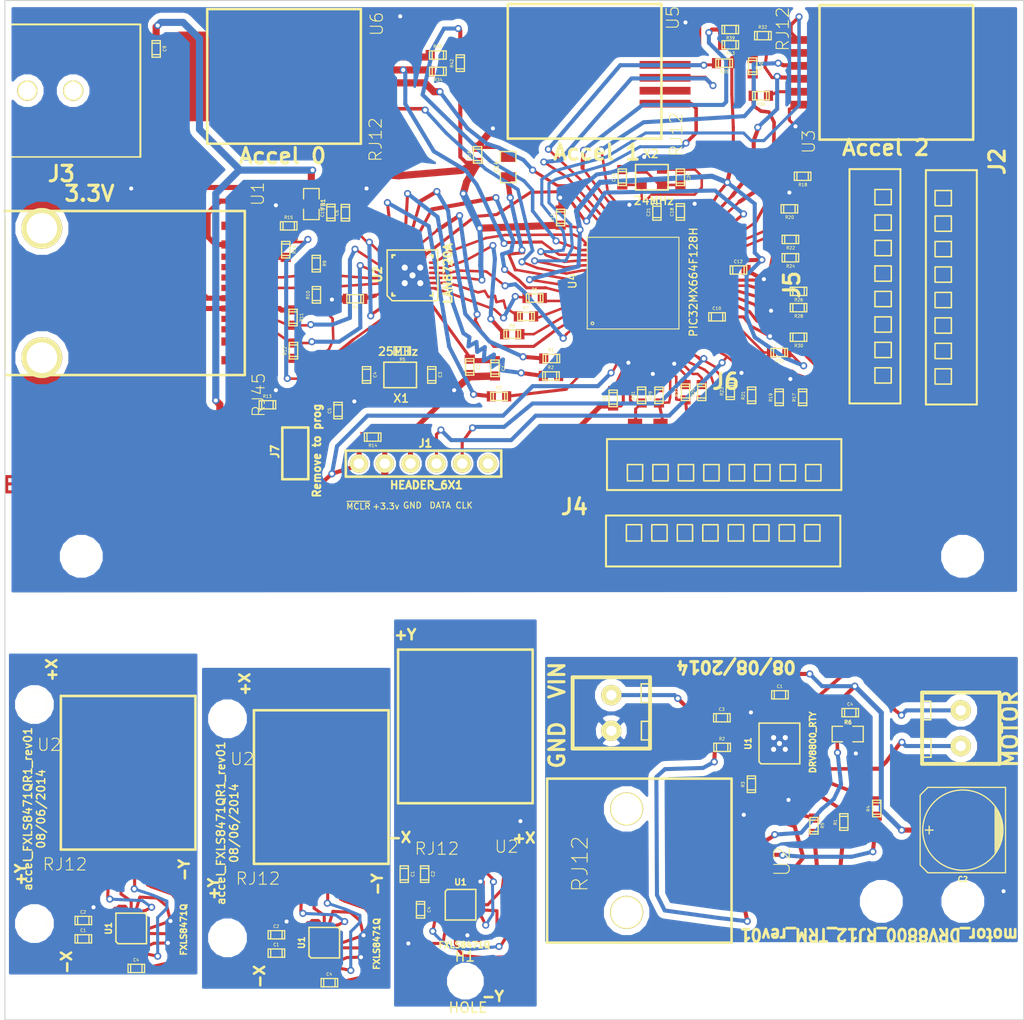
<source format=kicad_pcb>
(kicad_pcb (version 3) (host pcbnew "(2013-08-24 BZR 4298)-stable")
  (layers (15 F.Cu signal) (0 B.Cu signal) (18 B.Paste user) (19 F.Paste user) (20 B.SilkS user) (21 F.SilkS user) (22 B.Mask user) (23 F.Mask user) (28 Edge.Cuts user))
  (net 0 "")
  (net 1 +3.3v)
  (net 2 ACCEL1_VDD)
  (net 3 ACCEL2_VDD)
  (net 4 ACCEL3_VDD)
  (net 5 AVDD)
  (net 6 CS)
  (net 7 ECRSDV)
  (net 8 EMDC)
  (net 9 EMDIO)
  (net 10 EREFCLK)
  (net 11 ERXD0)
  (net 12 ERXD1)
  (net 13 ERXERR)
  (net 14 ETXD0)
  (net 15 ETXD1)
  (net 16 ETXEN)
  (net 17 GND)
  (net 18 GreenLED)
  (net 19 ICSPCLK_RB1)
  (net 20 ICSPDAT_RB0)
  (net 21 INT0)
  (net 22 INT1)
  (net 23 INT2)
  (net 24 INT4)
  (net 25 MODE)
  (net 26 Motor1OutA)
  (net 27 Motor1OutB)
  (net 28 N-0000011)
  (net 29 N-0000013)
  (net 30 N-0000014)
  (net 31 N-0000017)
  (net 32 N-000002)
  (net 33 N-0000020)
  (net 34 N-0000021)
  (net 35 N-0000022)
  (net 36 N-0000023)
  (net 37 N-000003)
  (net 38 N-0000031)
  (net 39 N-0000032)
  (net 40 N-0000035)
  (net 41 N-0000040)
  (net 42 N-0000044)
  (net 43 N-0000057)
  (net 44 N-000006)
  (net 45 N-0000067)
  (net 46 N-0000068)
  (net 47 N-0000069)
  (net 48 N-0000071)
  (net 49 N-0000072)
  (net 50 N-0000073)
  (net 51 N-0000076)
  (net 52 N-000008)
  (net 53 N-0000083)
  (net 54 N-0000085)
  (net 55 N-0000088)
  (net 56 PHASE)
  (net 57 PWM)
  (net 58 RB10)
  (net 59 RB11)
  (net 60 RB12)
  (net 61 RB13)
  (net 62 RB14)
  (net 63 RB2)
  (net 64 RB3)
  (net 65 RB4)
  (net 66 RB5)
  (net 67 RB6)
  (net 68 RB7)
  (net 69 RB8)
  (net 70 RB9)
  (net 71 RXN)
  (net 72 RXP)
  (net 73 SCL)
  (net 74 SCL1)
  (net 75 SCL3)
  (net 76 SCL5)
  (net 77 SDA)
  (net 78 SDA1)
  (net 79 SDA3)
  (net 80 SDA5)
  (net 81 TXN)
  (net 82 TXP)
  (net 83 VDD)
  (net 84 Vdd)
  (net 85 Vin)
  (net 86 YellowLED)
  (net 87 nRST)
  (net 88 ~MCLR~)
  (module TED_SM0603 (layer F.Cu) (at 113.65 155.95)
    (fp_text reference C1 (at -0.02 -0.83) (layer F.SilkS) (effects (font (size 0.3 0.3) (thickness 0.05))))
    (fp_text value 1uF hide)
    (pad 2 smd rect (at 0.75184 0) (size 0.89916 1.00076) (layers F.Cu F.Paste F.Mask) (net 17 GND) (clearance 0.1))
    (pad 1 smd rect (at -0.75184 0) (size 0.89916 1.00076) (layers F.Cu F.Paste F.Mask) (net 84 Vdd) (clearance 0.1))
  )
  (module TED_SM0603 (layer F.Cu) (at 113.65 154.15)
    (fp_text reference C2 (at -0.02 -0.83) (layer F.SilkS) (effects (font (size 0.3 0.3) (thickness 0.05))))
    (fp_text value .1uF hide)
    (pad 2 smd rect (at 0.75184 0) (size 0.89916 1.00076) (layers F.Cu F.Paste F.Mask) (net 17 GND) (clearance 0.1))
    (pad 1 smd rect (at -0.75184 0) (size 0.89916 1.00076) (layers F.Cu F.Paste F.Mask) (net 84 Vdd) (clearance 0.1))
  )
  (module TED_SM0603 (layer F.Cu) (at 118.85 158.85)
    (fp_text reference C4 (at -0.02 -0.83) (layer F.SilkS) (effects (font (size 0.3 0.3) (thickness 0.05))))
    (fp_text value .1uF hide)
    (pad 2 smd rect (at 0.75184 0) (size 0.89916 1.00076) (layers F.Cu F.Paste F.Mask) (net 17 GND) (clearance 0.1))
    (pad 1 smd rect (at -0.75184 0) (size 0.89916 1.00076) (layers F.Cu F.Paste F.Mask) (net 28 N-0000011) (clearance 0.1))
  )
  (module TED_RJ12_855135002 (layer F.Cu) (at 118.05 139.65)
    (fp_text reference U2 (at -7.75 -2.75) (layer F.SilkS) (effects (font (size 1.2 1.2) (thickness 0.09906))))
    (fp_text value RJ12 (at -6.21 8.99) (layer F.SilkS) (effects (font (size 1.2 1.2) (thickness 0.09906))))
    (pad 6 smd rect (at -3.175 7.9) (size 0.76 5) (layers F.Cu F.Paste F.Mask) (net 84 Vdd) (clearance 0.2))
    (pad 4 smd rect (at -0.635 7.9) (size 0.76 5) (layers F.Cu F.Paste F.Mask) (net 22 INT1) (clearance 0.2))
    (pad 2 smd rect (at 1.905 7.9) (size 0.76 5) (layers F.Cu F.Paste F.Mask) (net 77 SDA) (clearance 0.2))
    (pad 3 smd rect (at 0.635 7.9) (size 0.76 5) (layers F.Cu F.Paste F.Mask) (net 73 SCL) (clearance 0.2))
    (pad 1 smd rect (at 3.175 7.9) (size 0.76 5) (layers F.Cu F.Paste F.Mask) (net 17 GND) (clearance 0.2))
    (pad 5 smd rect (at -1.905 7.9) (size 0.76 5) (layers F.Cu F.Paste F.Mask) (net 23 INT2) (clearance 0.2))
    (pad PAD smd rect (at 0 -8.15) (size 8.8 4.5) (layers F.Cu F.Paste F.Mask))
  )
  (module TED_Hole_2_6mm (layer F.Cu) (at 108.85 154.45 90)
    (fp_text reference H1 hide)
    (fp_text value HOLE hide)
    (pad "" np_thru_hole circle (at 0 0 90) (size 2.6 2.6) (drill 2.6) (layers *.Cu *.Mask F.SilkS))
  )
  (module TED_Hole_2_6mm (layer F.Cu) (at 108.85 132.95 90)
    (fp_text reference H2 hide)
    (fp_text value HOLE hide)
    (pad "" np_thru_hole circle (at 0 0 90) (size 2.6 2.6) (drill 2.6) (layers *.Cu *.Mask F.SilkS))
  )
  (module TED_QFN16_3x5 (layer F.Cu) (at 118.35 154.925 90)
    (fp_text reference U1 (at 0 -2.22 90) (layer F.SilkS) (effects (font (size 0.6 0.6))))
    (fp_text value FXLS8471Q (at -0.125 5.15 90) (layer F.SilkS) (effects (font (size 0.6 0.6))))
    (pad 2 smd rect (at -1.275 -0.5 90) (size 0.8 0.3) (layers F.Cu F.Paste F.Mask) (net 28 N-0000011))
    (pad 1 smd rect (at -1.275 -1 90) (size 0.8 0.3) (layers F.Cu F.Paste F.Mask) (net 84 Vdd))
    (pad 13 smd rect (at 1.275 -1 90) (size 0.8 0.3) (layers F.Cu F.Paste F.Mask) (net 17 GND))
    (pad 3 smd rect (at -1.275 -0.005 90) (size 0.8 0.3) (layers F.Cu F.Paste F.Mask) (net 17 GND))
    (pad 4 smd rect (at -1.275 0.5 90) (size 0.8 0.3) (layers F.Cu F.Paste F.Mask) (net 73 SCL))
    (pad 5 smd rect (at -1.275 1 90) (size 0.8 0.3) (layers F.Cu F.Paste F.Mask) (net 17 GND))
    (pad 6 smd rect (at -0.5 1.275 90) (size 0.3 0.8) (layers F.Cu F.Paste F.Mask) (net 77 SDA))
    (pad 7 smd rect (at -0.035 1.275 90) (size 0.3 0.8) (layers F.Cu F.Paste F.Mask) (net 17 GND))
    (pad 8 smd rect (at 0.5 1.275 90) (size 0.3 0.8) (layers F.Cu F.Paste F.Mask))
    (pad 9 smd rect (at 1.275 1 90) (size 0.8 0.3) (layers F.Cu F.Paste F.Mask) (net 23 INT2))
    (pad 10 smd rect (at 1.275 0.5 90) (size 0.8 0.3) (layers F.Cu F.Paste F.Mask) (net 17 GND))
    (pad 11 smd rect (at 1.275 -0.005 90) (size 0.8 0.3) (layers F.Cu F.Paste F.Mask) (net 22 INT1))
    (pad 12 smd rect (at 1.275 -0.5 90) (size 0.8 0.3) (layers F.Cu F.Paste F.Mask) (net 17 GND))
    (pad 14 smd rect (at 0.5 -1.275 90) (size 0.3 0.8) (layers F.Cu F.Paste F.Mask) (net 84 Vdd))
    (pad 15 smd rect (at -0.015 -1.275 90) (size 0.3 0.8) (layers F.Cu F.Paste F.Mask))
    (pad 16 smd rect (at -0.5 -1.275 90) (size 0.3 0.8) (layers F.Cu F.Paste F.Mask))
  )
  (module TED_DC_2.1mm_SMT (layer F.Cu) (at 92.7 71.3 180)
    (fp_text reference J3 (at 0.15748 -8.15848 180) (layer F.SilkS) (effects (font (thickness 0.3048))))
    (fp_text value DC_2.1MM hide)
    (pad "" np_thru_hole circle (at -1.00076 0 180) (size 1.99898 1.99898) (drill 1.69926) (layers *.Cu *.Mask F.SilkS))
    (pad 1 smd rect (at 3.50012 5.4102 180) (size 1.99898 1.99898) (layers F.Cu F.Paste F.Mask) (net 1 +3.3v))
    (pad 1 smd rect (at -2.60096 5.4102 180) (size 1.99898 1.99898) (layers F.Cu F.Paste F.Mask) (net 1 +3.3v))
    (pad 2 smd rect (at 3.50012 -5.41528 180) (size 1.99898 1.99898) (layers F.Cu F.Paste F.Mask) (net 17 GND))
    (pad 3 smd rect (at -2.60096 -5.41528 180) (size 1.99898 1.99898) (layers F.Cu F.Paste F.Mask))
    (pad "" np_thru_hole circle (at 3.50012 0 180) (size 1.99898 1.99898) (drill 1.69926) (layers *.Cu *.Mask F.SilkS))
  )
  (module TED_RJ45_12pin_SMD (layer F.Cu) (at 97.85 91.16 270)
    (fp_text reference U1 (at -9.73 -13.97 270) (layer F.SilkS) (effects (font (size 1.2 1.2) (thickness 0.09906))))
    (fp_text value RJ45 (at 10.01 -14.06 270) (layer F.SilkS) (effects (font (size 1.2 1.2) (thickness 0.09906))))
    (pad 12 smd rect (at -6.6 -12.7 270) (size 0.81 4.6) (layers F.Cu F.Paste F.Mask) (net 18 GreenLED) (clearance 0.2))
    (pad 11 smd rect (at -4.76 -12.7 270) (size 0.81 4.6) (layers F.Cu F.Paste F.Mask) (net 17 GND) (clearance 0.2))
    (pad 10 smd rect (at -3.56 -12.7 270) (size 0.61 4.6) (layers F.Cu F.Paste F.Mask) (net 17 GND) (clearance 0.2))
    (pad 9 smd rect (at -2.54 -12.7 270) (size 0.61 4.6) (layers F.Cu F.Paste F.Mask) (clearance 0.2))
    (pad 7 smd rect (at -0.5 -12.7 270) (size 0.61 4.6) (layers F.Cu F.Paste F.Mask) (net 72 RXP) (clearance 0.2))
    (pad 3 smd rect (at 3.56 -12.7 270) (size 0.61 4.6) (layers F.Cu F.Paste F.Mask) (net 82 TXP) (clearance 0.2))
    (pad 5 smd rect (at 1.52 -12.7 270) (size 0.61 4.6) (layers F.Cu F.Paste F.Mask) (net 5 AVDD) (clearance 0.2))
    (pad 1 smd rect (at 6.6 -12.7 270) (size 0.81 4.6) (layers F.Cu F.Paste F.Mask) (net 86 YellowLED) (clearance 0.2))
    (pad 2 smd rect (at 4.76 -12.7 270) (size 0.81 4.6) (layers F.Cu F.Paste F.Mask) (net 17 GND) (clearance 0.2))
    (pad 6 smd rect (at 0.51 -12.7 270) (size 0.61 4.6) (layers F.Cu F.Paste F.Mask) (net 5 AVDD) (clearance 0.2))
    (pad 4 smd rect (at 2.54 -12.7 270) (size 0.61 4.6) (layers F.Cu F.Paste F.Mask) (net 81 TXN) (clearance 0.2))
    (pad "" np_thru_hole circle (at 6.35 7.22 270) (size 4 4) (drill 3) (layers *.Cu *.Mask F.SilkS) (clearance 0.3))
    (pad "" np_thru_hole circle (at -6.35 7.22 270) (size 4 4) (drill 3) (layers *.Cu *.Mask F.SilkS) (clearance 0.3))
    (pad 8 smd rect (at -1.52 -12.7 270) (size 0.61 4.6) (layers F.Cu F.Paste F.Mask) (net 71 RXN) (clearance 0.2))
    (pad "" connect rect (at -9.3 7.22 270) (size 2.5 3.9) (layers F.Cu F.Mask))
    (pad "" connect rect (at 9.3 7.22 270) (size 2.5 3.9) (layers F.Cu F.Mask))
  )
  (module TED_SM0603 (layer F.Cu) (at 163 97 180)
    (fp_text reference R33 (at -0.02 -0.83 180) (layer F.SilkS) (effects (font (size 0.3 0.3) (thickness 0.05))))
    (fp_text value 10 hide)
    (pad 2 smd rect (at 0.75184 0 180) (size 0.89916 1.00076) (layers F.Cu F.Paste F.Mask) (net 43 N-0000057) (clearance 0.1))
    (pad 1 smd rect (at -0.75184 0 180) (size 0.89916 1.00076) (layers F.Cu F.Paste F.Mask) (net 1 +3.3v) (clearance 0.1))
  )
  (module TED_crystal_TSX3225 (layer F.Cu) (at 150.5 79.8)
    (fp_text reference X2 (at -0.1 -2.3) (layer F.SilkS) (effects (font (size 0.8 0.8))))
    (fp_text value 24MHz (at 0.2 2.3) (layer F.SilkS) (effects (font (size 0.8 0.8))))
    (pad 1 smd rect (at -1 0.75) (size 1 0.8) (layers F.Cu F.Paste F.Mask) (net 33 N-0000020))
    (pad 2 smd rect (at 1 0.75) (size 1 0.8) (layers F.Cu F.Paste F.Mask) (net 17 GND))
    (pad 4 smd rect (at -1 -0.75) (size 1 0.8) (layers F.Cu F.Paste F.Mask) (net 17 GND))
    (pad 3 smd rect (at 1 -0.75) (size 1 0.8) (layers F.Cu F.Paste F.Mask) (net 40 N-0000035))
  )
  (module TED_crystal_TSX3225 (layer F.Cu) (at 125.8 99.2 180)
    (fp_text reference X1 (at -0.1 -2.3 180) (layer F.SilkS) (effects (font (size 0.8 0.8))))
    (fp_text value 25MHz (at 0.2 2.3 180) (layer F.SilkS) (effects (font (size 0.8 0.8))))
    (pad 1 smd rect (at -1 0.75 180) (size 1 0.8) (layers F.Cu F.Paste F.Mask) (net 42 N-0000044))
    (pad 2 smd rect (at 1 0.75 180) (size 1 0.8) (layers F.Cu F.Paste F.Mask) (net 17 GND))
    (pad 4 smd rect (at -1 -0.75 180) (size 1 0.8) (layers F.Cu F.Paste F.Mask) (net 17 GND))
    (pad 3 smd rect (at 1 -0.75 180) (size 1 0.8) (layers F.Cu F.Paste F.Mask) (net 48 N-0000071))
  )
  (module TED_RJ12_855135002 (layer F.Cu) (at 114.4 69.9 90)
    (fp_text reference U6 (at 5.15 9.1 90) (layer F.SilkS) (effects (font (size 1.2 1.2) (thickness 0.09906))))
    (fp_text value RJ12 (at -6.21 8.99 90) (layer F.SilkS) (effects (font (size 1.2 1.2) (thickness 0.09906))))
    (pad 6 smd rect (at -3.175 7.9 90) (size 0.76 5) (layers F.Cu F.Paste F.Mask) (net 2 ACCEL1_VDD) (clearance 0.2))
    (pad 4 smd rect (at -0.635 7.9 90) (size 0.76 5) (layers F.Cu F.Paste F.Mask) (net 21 INT0) (clearance 0.2))
    (pad 2 smd rect (at 1.905 7.9 90) (size 0.76 5) (layers F.Cu F.Paste F.Mask) (net 54 N-0000085) (clearance 0.2))
    (pad 3 smd rect (at 0.635 7.9 90) (size 0.76 5) (layers F.Cu F.Paste F.Mask) (net 75 SCL3) (clearance 0.2))
    (pad 1 smd rect (at 3.175 7.9 90) (size 0.76 5) (layers F.Cu F.Paste F.Mask) (net 17 GND) (clearance 0.2))
    (pad 5 smd rect (at -1.905 7.9 90) (size 0.76 5) (layers F.Cu F.Paste F.Mask) (clearance 0.2))
    (pad PAD smd rect (at 0 -8.15 90) (size 8.8 4.5) (layers F.Cu F.Paste F.Mask))
  )
  (module TED_RJ12_855135002 (layer F.Cu) (at 143.9 69.4 90)
    (fp_text reference U5 (at 5.25 8.65 90) (layer F.SilkS) (effects (font (size 1.2 1.2) (thickness 0.09906))))
    (fp_text value RJ12 (at -6.21 8.99 90) (layer F.SilkS) (effects (font (size 1.2 1.2) (thickness 0.09906))))
    (pad 6 smd rect (at -3.175 7.9 90) (size 0.76 5) (layers F.Cu F.Paste F.Mask) (net 3 ACCEL2_VDD) (clearance 0.2))
    (pad 4 smd rect (at -0.635 7.9 90) (size 0.76 5) (layers F.Cu F.Paste F.Mask) (net 24 INT4) (clearance 0.2))
    (pad 2 smd rect (at 1.905 7.9 90) (size 0.76 5) (layers F.Cu F.Paste F.Mask) (net 53 N-0000083) (clearance 0.2))
    (pad 3 smd rect (at 0.635 7.9 90) (size 0.76 5) (layers F.Cu F.Paste F.Mask) (net 74 SCL1) (clearance 0.2))
    (pad 1 smd rect (at 3.175 7.9 90) (size 0.76 5) (layers F.Cu F.Paste F.Mask) (net 17 GND) (clearance 0.2))
    (pad 5 smd rect (at -1.905 7.9 90) (size 0.76 5) (layers F.Cu F.Paste F.Mask) (clearance 0.2))
    (pad PAD smd rect (at 0 -8.15 90) (size 8.8 4.5) (layers F.Cu F.Paste F.Mask))
  )
  (module TED_RJ12_855135002 (layer F.Cu) (at 174.5 69.5 270)
    (fp_text reference U3 (at 6.8 8.6 270) (layer F.SilkS) (effects (font (size 1.2 1.2) (thickness 0.09906))))
    (fp_text value RJ12 (at -4.25 11.15 270) (layer F.SilkS) (effects (font (size 1.2 1.2) (thickness 0.09906))))
    (pad 6 smd rect (at -3.175 7.9 270) (size 0.76 5) (layers F.Cu F.Paste F.Mask) (net 4 ACCEL3_VDD) (clearance 0.2))
    (pad 4 smd rect (at -0.635 7.9 270) (size 0.76 5) (layers F.Cu F.Paste F.Mask) (net 22 INT1) (clearance 0.2))
    (pad 2 smd rect (at 1.905 7.9 270) (size 0.76 5) (layers F.Cu F.Paste F.Mask) (net 55 N-0000088) (clearance 0.2))
    (pad 3 smd rect (at 0.635 7.9 270) (size 0.76 5) (layers F.Cu F.Paste F.Mask) (net 76 SCL5) (clearance 0.2))
    (pad 1 smd rect (at 3.175 7.9 270) (size 0.76 5) (layers F.Cu F.Paste F.Mask) (net 17 GND) (clearance 0.2))
    (pad 5 smd rect (at -1.905 7.9 270) (size 0.76 5) (layers F.Cu F.Paste F.Mask) (clearance 0.2))
    (pad PAD smd rect (at 0 -8.15 270) (size 8.8 4.5) (layers F.Cu F.Paste F.Mask))
  )
  (module TED_JUMPER_2x1_SMD (layer F.Cu) (at 115.5 106.9 90)
    (fp_text reference J7 (at 0.1778 -1.98628 90) (layer F.SilkS) (effects (font (size 0.762 0.762) (thickness 0.1905))))
    (fp_text value "Remove to prog" (at 0.26924 2.11328 90) (layer F.SilkS) (effects (font (size 0.762 0.762) (thickness 0.1905))))
    (pad 2 smd rect (at 1.27 1.27 90) (size 0.9906 2.54) (layers F.Cu F.Paste F.Mask) (net 41 N-0000040) (clearance 0.508))
    (pad 1 smd rect (at -1.27 -1.27 90) (size 0.9906 2.54) (layers F.Cu F.Paste F.Mask) (net 88 ~MCLR~) (clearance 0.508))
  )
  (module TED_Terminal_8x1_1814760 (layer F.Cu) (at 157.6 108)
    (fp_text reference J6 (at 0.15748 -8.15848) (layer F.SilkS) (effects (font (thickness 0.3048))))
    (fp_text value TERMINAL_8X1 hide)
    (pad 8 smd rect (at 8.75 -2.8) (size 1.4 3.4) (layers F.Cu F.Paste F.Mask) (net 68 RB7))
    (pad 7 smd rect (at 6.25 -2.8) (size 1.4 3.4) (layers F.Cu F.Paste F.Mask) (net 67 RB6))
    (pad 6 smd rect (at 3.75 -2.8) (size 1.4 3.4) (layers F.Cu F.Paste F.Mask) (net 20 ICSPDAT_RB0))
    (pad 1 smd rect (at -8.75 -2.8) (size 1.4 3.4) (layers F.Cu F.Paste F.Mask) (net 66 RB5))
    (pad 3 smd rect (at -3.75 -2.8) (size 1.4 3.4) (layers F.Cu F.Paste F.Mask) (net 64 RB3))
    (pad 2 smd rect (at -6.25 -2.8) (size 1.4 3.4) (layers F.Cu F.Paste F.Mask) (net 65 RB4))
    (pad PAD smd rect (at 11.7 0.35) (size 2.3 5.6) (layers F.Cu F.Paste F.Mask))
    (pad 4 smd rect (at -1.25 -2.8) (size 1.4 3.4) (layers F.Cu F.Paste F.Mask) (net 63 RB2))
    (pad 5 smd rect (at 1.25 -2.8) (size 1.4 3.4) (layers F.Cu F.Paste F.Mask) (net 19 ICSPCLK_RB1))
    (pad PAD smd rect (at -11.7 0.35) (size 2.3 5.6) (layers F.Cu F.Paste F.Mask))
  )
  (module TED_Terminal_8x1_1814760 (layer F.Cu) (at 172.4 90.5 90)
    (fp_text reference J5 (at 0.15748 -8.15848 90) (layer F.SilkS) (effects (font (thickness 0.3048))))
    (fp_text value TERMINAL_8X1 hide)
    (pad 8 smd rect (at 8.75 -2.8 90) (size 1.4 3.4) (layers F.Cu F.Paste F.Mask))
    (pad 7 smd rect (at 6.25 -2.8 90) (size 1.4 3.4) (layers F.Cu F.Paste F.Mask) (net 62 RB14))
    (pad 6 smd rect (at 3.75 -2.8 90) (size 1.4 3.4) (layers F.Cu F.Paste F.Mask) (net 61 RB13))
    (pad 1 smd rect (at -8.75 -2.8 90) (size 1.4 3.4) (layers F.Cu F.Paste F.Mask) (net 69 RB8))
    (pad 3 smd rect (at -3.75 -2.8 90) (size 1.4 3.4) (layers F.Cu F.Paste F.Mask) (net 58 RB10))
    (pad 2 smd rect (at -6.25 -2.8 90) (size 1.4 3.4) (layers F.Cu F.Paste F.Mask) (net 70 RB9))
    (pad PAD smd rect (at 11.7 0.35 90) (size 2.3 5.6) (layers F.Cu F.Paste F.Mask))
    (pad 4 smd rect (at -1.25 -2.8 90) (size 1.4 3.4) (layers F.Cu F.Paste F.Mask) (net 59 RB11))
    (pad 5 smd rect (at 1.25 -2.8 90) (size 1.4 3.4) (layers F.Cu F.Paste F.Mask) (net 60 RB12))
    (pad PAD smd rect (at -11.7 0.35 90) (size 2.3 5.6) (layers F.Cu F.Paste F.Mask))
  )
  (module TED_Terminal_8x1_1814760 (layer F.Cu) (at 157.5 115.5 180)
    (fp_text reference J4 (at 14.6 3.35 180) (layer F.SilkS) (effects (font (thickness 0.3048))))
    (fp_text value TERMINAL_8X1 hide)
    (pad 8 smd rect (at 8.75 -2.8 180) (size 1.4 3.4) (layers F.Cu F.Paste F.Mask) (net 1 +3.3v))
    (pad 7 smd rect (at 6.25 -2.8 180) (size 1.4 3.4) (layers F.Cu F.Paste F.Mask) (net 1 +3.3v))
    (pad 6 smd rect (at 3.75 -2.8 180) (size 1.4 3.4) (layers F.Cu F.Paste F.Mask) (net 1 +3.3v))
    (pad 1 smd rect (at -8.75 -2.8 180) (size 1.4 3.4) (layers F.Cu F.Paste F.Mask) (net 1 +3.3v))
    (pad 3 smd rect (at -3.75 -2.8 180) (size 1.4 3.4) (layers F.Cu F.Paste F.Mask) (net 1 +3.3v))
    (pad 2 smd rect (at -6.25 -2.8 180) (size 1.4 3.4) (layers F.Cu F.Paste F.Mask) (net 1 +3.3v))
    (pad PAD smd rect (at 11.7 0.35 180) (size 2.3 5.6) (layers F.Cu F.Paste F.Mask))
    (pad 4 smd rect (at -1.25 -2.8 180) (size 1.4 3.4) (layers F.Cu F.Paste F.Mask) (net 1 +3.3v))
    (pad 5 smd rect (at 1.25 -2.8 180) (size 1.4 3.4) (layers F.Cu F.Paste F.Mask) (net 1 +3.3v))
    (pad PAD smd rect (at -11.7 0.35 180) (size 2.3 5.6) (layers F.Cu F.Paste F.Mask))
  )
  (module TED_Terminal_8x1_1814760 (layer F.Cu) (at 179.9 90.6 270)
    (fp_text reference J2 (at -12.35 -4.5 270) (layer F.SilkS) (effects (font (thickness 0.3048))))
    (fp_text value TERMINAL_8X1 hide)
    (pad 8 smd rect (at 8.75 -2.8 270) (size 1.4 3.4) (layers F.Cu F.Paste F.Mask))
    (pad 7 smd rect (at 6.25 -2.8 270) (size 1.4 3.4) (layers F.Cu F.Paste F.Mask) (net 1 +3.3v))
    (pad 6 smd rect (at 3.75 -2.8 270) (size 1.4 3.4) (layers F.Cu F.Paste F.Mask) (net 1 +3.3v))
    (pad 1 smd rect (at -8.75 -2.8 270) (size 1.4 3.4) (layers F.Cu F.Paste F.Mask) (net 1 +3.3v))
    (pad 3 smd rect (at -3.75 -2.8 270) (size 1.4 3.4) (layers F.Cu F.Paste F.Mask) (net 1 +3.3v))
    (pad 2 smd rect (at -6.25 -2.8 270) (size 1.4 3.4) (layers F.Cu F.Paste F.Mask) (net 1 +3.3v))
    (pad PAD smd rect (at 11.7 0.35 270) (size 2.3 5.6) (layers F.Cu F.Paste F.Mask))
    (pad 4 smd rect (at -1.25 -2.8 270) (size 1.4 3.4) (layers F.Cu F.Paste F.Mask) (net 1 +3.3v))
    (pad 5 smd rect (at 1.25 -2.8 270) (size 1.4 3.4) (layers F.Cu F.Paste F.Mask) (net 1 +3.3v))
    (pad PAD smd rect (at -11.7 0.35 270) (size 2.3 5.6) (layers F.Cu F.Paste F.Mask))
  )
  (module TED_Hole_3mm (layer F.Cu) (at 181 117)
    (fp_text reference H2 hide)
    (fp_text value HOLE hide)
    (pad "" np_thru_hole circle (at 0 0) (size 3 3) (drill 3) (layers *.Cu *.Mask F.SilkS))
  )
  (module TED_Hole_3mm (layer F.Cu) (at 94.5 117)
    (fp_text reference H1 hide)
    (fp_text value HOLE hide)
    (pad "" np_thru_hole circle (at 0 0) (size 3 3) (drill 3) (layers *.Cu *.Mask F.SilkS))
  )
  (module TED_SM0805 (layer F.Cu) (at 136.4 78.8 90)
    (fp_text reference C14 (at 0.0254 -1.14808 90) (layer F.SilkS) (effects (font (size 0.381 0.381) (thickness 0.09398))))
    (fp_text value 10uF hide)
    (pad 1 smd rect (at -0.9525 0 90) (size 0.889 1.397) (layers F.Cu F.Paste F.Mask) (net 51 N-0000076))
    (pad 2 smd rect (at 0.9525 0 90) (size 0.889 1.397) (layers F.Cu F.Paste F.Mask) (net 17 GND))
  )
  (module TED_SM0603 (layer F.Cu) (at 114.57 86.91 270)
    (fp_text reference R16 (at -0.02 -0.83 270) (layer F.SilkS) (effects (font (size 0.3 0.3) (thickness 0.05))))
    (fp_text value "10k 1%" hide)
    (pad 2 smd rect (at 0.75184 0 270) (size 0.89916 1.00076) (layers F.Cu F.Paste F.Mask) (net 17 GND) (clearance 0.1))
    (pad 1 smd rect (at -0.75184 0 270) (size 0.89916 1.00076) (layers F.Cu F.Paste F.Mask) (net 34 N-0000021) (clearance 0.1))
  )
  (module TED_SM0603 (layer F.Cu) (at 114.86 84.57)
    (fp_text reference R15 (at -0.02 -0.83) (layer F.SilkS) (effects (font (size 0.3 0.3) (thickness 0.05))))
    (fp_text value 249 hide)
    (pad 2 smd rect (at 0.75184 0) (size 0.89916 1.00076) (layers F.Cu F.Paste F.Mask) (net 34 N-0000021) (clearance 0.1))
    (pad 1 smd rect (at -0.75184 0) (size 0.89916 1.00076) (layers F.Cu F.Paste F.Mask) (net 18 GreenLED) (clearance 0.1))
  )
  (module TED_SM0603 (layer F.Cu) (at 123.1 105.3 180)
    (fp_text reference R14 (at -0.02 -0.83 180) (layer F.SilkS) (effects (font (size 0.3 0.3) (thickness 0.05))))
    (fp_text value 4.7k hide)
    (pad 2 smd rect (at 0.75184 0 180) (size 0.89916 1.00076) (layers F.Cu F.Paste F.Mask) (net 88 ~MCLR~) (clearance 0.1))
    (pad 1 smd rect (at -0.75184 0 180) (size 0.89916 1.00076) (layers F.Cu F.Paste F.Mask) (net 1 +3.3v) (clearance 0.1))
  )
  (module TED_SM0603 (layer F.Cu) (at 112.77 102.13)
    (fp_text reference R13 (at -0.02 -0.83) (layer F.SilkS) (effects (font (size 0.3 0.3) (thickness 0.05))))
    (fp_text value 249 hide)
    (pad 2 smd rect (at 0.75184 0) (size 0.89916 1.00076) (layers F.Cu F.Paste F.Mask) (net 36 N-0000023) (clearance 0.1))
    (pad 1 smd rect (at -0.75184 0) (size 0.89916 1.00076) (layers F.Cu F.Paste F.Mask) (net 86 YellowLED) (clearance 0.1))
  )
  (module TED_SM0603 (layer F.Cu) (at 115.33 96.82 90)
    (fp_text reference R12 (at -0.02 -0.83 90) (layer F.SilkS) (effects (font (size 0.3 0.3) (thickness 0.05))))
    (fp_text value 49.9 hide)
    (pad 2 smd rect (at 0.75184 0 90) (size 0.89916 1.00076) (layers F.Cu F.Paste F.Mask) (net 82 TXP) (clearance 0.1))
    (pad 1 smd rect (at -0.75184 0 90) (size 0.89916 1.00076) (layers F.Cu F.Paste F.Mask) (net 5 AVDD) (clearance 0.1))
  )
  (module TED_SM0603 (layer F.Cu) (at 115.28 93.57 270)
    (fp_text reference R11 (at -0.02 -0.83 270) (layer F.SilkS) (effects (font (size 0.3 0.3) (thickness 0.05))))
    (fp_text value 49.9 hide)
    (pad 2 smd rect (at 0.75184 0 270) (size 0.89916 1.00076) (layers F.Cu F.Paste F.Mask) (net 81 TXN) (clearance 0.1))
    (pad 1 smd rect (at -0.75184 0 270) (size 0.89916 1.00076) (layers F.Cu F.Paste F.Mask) (net 5 AVDD) (clearance 0.1))
  )
  (module TED_SM0603 (layer F.Cu) (at 117.58 91.34 90)
    (fp_text reference R10 (at -0.02 -0.83 90) (layer F.SilkS) (effects (font (size 0.3 0.3) (thickness 0.05))))
    (fp_text value 49.9 hide)
    (pad 2 smd rect (at 0.75184 0 90) (size 0.89916 1.00076) (layers F.Cu F.Paste F.Mask) (net 72 RXP) (clearance 0.1))
    (pad 1 smd rect (at -0.75184 0 90) (size 0.89916 1.00076) (layers F.Cu F.Paste F.Mask) (net 5 AVDD) (clearance 0.1))
  )
  (module TED_SM0603 (layer F.Cu) (at 117.56 88.28 270)
    (fp_text reference R9 (at -0.02 -0.83 270) (layer F.SilkS) (effects (font (size 0.3 0.3) (thickness 0.05))))
    (fp_text value 49.9 hide)
    (pad 2 smd rect (at 0.75184 0 270) (size 0.89916 1.00076) (layers F.Cu F.Paste F.Mask) (net 71 RXN) (clearance 0.1))
    (pad 1 smd rect (at -0.75184 0 270) (size 0.89916 1.00076) (layers F.Cu F.Paste F.Mask) (net 5 AVDD) (clearance 0.1))
  )
  (module TED_SM0603 (layer F.Cu) (at 136.8 95.2)
    (fp_text reference R8 (at -0.02 -0.83) (layer F.SilkS) (effects (font (size 0.3 0.3) (thickness 0.05))))
    (fp_text value 33 hide)
    (pad 2 smd rect (at 0.75184 0) (size 0.89916 1.00076) (layers F.Cu F.Paste F.Mask) (net 7 ECRSDV) (clearance 0.1))
    (pad 1 smd rect (at -0.75184 0) (size 0.89916 1.00076) (layers F.Cu F.Paste F.Mask) (net 50 N-0000073) (clearance 0.1))
  )
  (module TED_SM0603 (layer F.Cu) (at 138.15 93.45)
    (fp_text reference R7 (at -0.02 -0.83) (layer F.SilkS) (effects (font (size 0.3 0.3) (thickness 0.05))))
    (fp_text value 33 hide)
    (pad 2 smd rect (at 0.75184 0) (size 0.89916 1.00076) (layers F.Cu F.Paste F.Mask) (net 11 ERXD0) (clearance 0.1))
    (pad 1 smd rect (at -0.75184 0) (size 0.89916 1.00076) (layers F.Cu F.Paste F.Mask) (net 38 N-0000031) (clearance 0.1))
  )
  (module TED_SM0603 (layer F.Cu) (at 139 91.65)
    (fp_text reference R6 (at -0.02 -0.83) (layer F.SilkS) (effects (font (size 0.3 0.3) (thickness 0.05))))
    (fp_text value 33 hide)
    (pad 2 smd rect (at 0.75184 0) (size 0.89916 1.00076) (layers F.Cu F.Paste F.Mask) (net 12 ERXD1) (clearance 0.1))
    (pad 1 smd rect (at -0.75184 0) (size 0.89916 1.00076) (layers F.Cu F.Paste F.Mask) (net 39 N-0000032) (clearance 0.1))
  )
  (module TED_SM0603 (layer F.Cu) (at 126 96.85 180)
    (fp_text reference R5 (at -0.02 -0.83 180) (layer F.SilkS) (effects (font (size 0.3 0.3) (thickness 0.05))))
    (fp_text value 1M hide)
    (pad 2 smd rect (at 0.75184 0 180) (size 0.89916 1.00076) (layers F.Cu F.Paste F.Mask) (net 48 N-0000071) (clearance 0.1))
    (pad 1 smd rect (at -0.75184 0 180) (size 0.89916 1.00076) (layers F.Cu F.Paste F.Mask) (net 42 N-0000044) (clearance 0.1))
  )
  (module TED_SM0603 (layer F.Cu) (at 135.5 101.3)
    (fp_text reference R3 (at -0.02 -0.83) (layer F.SilkS) (effects (font (size 0.3 0.3) (thickness 0.05))))
    (fp_text value 33 hide)
    (pad 2 smd rect (at 0.75184 0) (size 0.89916 1.00076) (layers F.Cu F.Paste F.Mask) (net 15 ETXD1) (clearance 0.1))
    (pad 1 smd rect (at -0.75184 0) (size 0.89916 1.00076) (layers F.Cu F.Paste F.Mask) (net 47 N-0000069) (clearance 0.1))
  )
  (module TED_SM0603 (layer F.Cu) (at 140.6 99.3)
    (fp_text reference R2 (at -0.02 -0.83) (layer F.SilkS) (effects (font (size 0.3 0.3) (thickness 0.05))))
    (fp_text value 33 hide)
    (pad 2 smd rect (at 0.75184 0) (size 0.89916 1.00076) (layers F.Cu F.Paste F.Mask) (net 14 ETXD0) (clearance 0.1))
    (pad 1 smd rect (at -0.75184 0) (size 0.89916 1.00076) (layers F.Cu F.Paste F.Mask) (net 46 N-0000068) (clearance 0.1))
  )
  (module TED_SM0603 (layer F.Cu) (at 140.64 97.59)
    (fp_text reference R1 (at -0.02 -0.83) (layer F.SilkS) (effects (font (size 0.3 0.3) (thickness 0.05))))
    (fp_text value 33 hide)
    (pad 2 smd rect (at 0.75184 0) (size 0.89916 1.00076) (layers F.Cu F.Paste F.Mask) (net 16 ETXEN) (clearance 0.1))
    (pad 1 smd rect (at -0.75184 0) (size 0.89916 1.00076) (layers F.Cu F.Paste F.Mask) (net 45 N-0000067) (clearance 0.1))
  )
  (module TED_SM0603 (layer F.Cu) (at 151 83.2 90)
    (fp_text reference C21 (at -0.02 -0.83 90) (layer F.SilkS) (effects (font (size 0.3 0.3) (thickness 0.05))))
    (fp_text value .1uF hide)
    (pad 2 smd rect (at 0.75184 0 90) (size 0.89916 1.00076) (layers F.Cu F.Paste F.Mask) (net 17 GND) (clearance 0.1))
    (pad 1 smd rect (at -0.75184 0 90) (size 0.89916 1.00076) (layers F.Cu F.Paste F.Mask) (net 1 +3.3v) (clearance 0.1))
  )
  (module TED_SM0603 (layer F.Cu) (at 153.3 79.8 270)
    (fp_text reference C20 (at -0.02 -0.83 270) (layer F.SilkS) (effects (font (size 0.3 0.3) (thickness 0.05))))
    (fp_text value 9pF hide)
    (pad 2 smd rect (at 0.75184 0 270) (size 0.89916 1.00076) (layers F.Cu F.Paste F.Mask) (net 17 GND) (clearance 0.1))
    (pad 1 smd rect (at -0.75184 0 270) (size 0.89916 1.00076) (layers F.Cu F.Paste F.Mask) (net 40 N-0000035) (clearance 0.1))
  )
  (module TED_SM0603 (layer F.Cu) (at 147.6 79.8 90)
    (fp_text reference C19 (at -0.02 -0.83 90) (layer F.SilkS) (effects (font (size 0.3 0.3) (thickness 0.05))))
    (fp_text value 9pF hide)
    (pad 2 smd rect (at 0.75184 0 90) (size 0.89916 1.00076) (layers F.Cu F.Paste F.Mask) (net 17 GND) (clearance 0.1))
    (pad 1 smd rect (at -0.75184 0 90) (size 0.89916 1.00076) (layers F.Cu F.Paste F.Mask) (net 33 N-0000020) (clearance 0.1))
  )
  (module TED_SM0603 (layer F.Cu) (at 153.3 83.2 90)
    (fp_text reference C18 (at -0.02 -0.83 90) (layer F.SilkS) (effects (font (size 0.3 0.3) (thickness 0.05))))
    (fp_text value .1uF hide)
    (pad 2 smd rect (at 0.75184 0 90) (size 0.89916 1.00076) (layers F.Cu F.Paste F.Mask) (net 17 GND) (clearance 0.1))
    (pad 1 smd rect (at -0.75184 0 90) (size 0.89916 1.00076) (layers F.Cu F.Paste F.Mask) (net 1 +3.3v) (clearance 0.1))
  )
  (module TED_SM0603 (layer F.Cu) (at 159 88.9)
    (fp_text reference C12 (at -0.02 -0.83) (layer F.SilkS) (effects (font (size 0.3 0.3) (thickness 0.05))))
    (fp_text value .1uF hide)
    (pad 2 smd rect (at 0.75184 0) (size 0.89916 1.00076) (layers F.Cu F.Paste F.Mask) (net 17 GND) (clearance 0.1))
    (pad 1 smd rect (at -0.75184 0) (size 0.89916 1.00076) (layers F.Cu F.Paste F.Mask) (net 1 +3.3v) (clearance 0.1))
  )
  (module TED_SM0603 (layer F.Cu) (at 141.55 83.75 90)
    (fp_text reference C11 (at -0.02 -0.83 90) (layer F.SilkS) (effects (font (size 0.3 0.3) (thickness 0.05))))
    (fp_text value .1uF hide)
    (pad 2 smd rect (at 0.75184 0 90) (size 0.89916 1.00076) (layers F.Cu F.Paste F.Mask) (net 17 GND) (clearance 0.1))
    (pad 1 smd rect (at -0.75184 0 90) (size 0.89916 1.00076) (layers F.Cu F.Paste F.Mask) (net 1 +3.3v) (clearance 0.1))
  )
  (module TED_SM0603 (layer F.Cu) (at 156.9 93.5)
    (fp_text reference C10 (at -0.02 -0.83) (layer F.SilkS) (effects (font (size 0.3 0.3) (thickness 0.05))))
    (fp_text value .1uF hide)
    (pad 2 smd rect (at 0.75184 0) (size 0.89916 1.00076) (layers F.Cu F.Paste F.Mask) (net 17 GND) (clearance 0.1))
    (pad 1 smd rect (at -0.75184 0) (size 0.89916 1.00076) (layers F.Cu F.Paste F.Mask) (net 43 N-0000057) (clearance 0.1))
  )
  (module TED_SM0603 (layer F.Cu) (at 101.85 67.2 270)
    (fp_text reference C9 (at -0.02 -0.83 270) (layer F.SilkS) (effects (font (size 0.3 0.3) (thickness 0.05))))
    (fp_text value 4.7uF hide)
    (pad 2 smd rect (at 0.75184 0 270) (size 0.89916 1.00076) (layers F.Cu F.Paste F.Mask) (net 17 GND) (clearance 0.1))
    (pad 1 smd rect (at -0.75184 0 270) (size 0.89916 1.00076) (layers F.Cu F.Paste F.Mask) (net 1 +3.3v) (clearance 0.1))
  )
  (module TED_SM0603 (layer F.Cu) (at 146.7 101.5 90)
    (fp_text reference C8 (at -0.02 -0.83 90) (layer F.SilkS) (effects (font (size 0.3 0.3) (thickness 0.05))))
    (fp_text value .1uF hide)
    (pad 2 smd rect (at 0.75184 0 90) (size 0.89916 1.00076) (layers F.Cu F.Paste F.Mask) (net 17 GND) (clearance 0.1))
    (pad 1 smd rect (at -0.75184 0 90) (size 0.89916 1.00076) (layers F.Cu F.Paste F.Mask) (net 1 +3.3v) (clearance 0.1))
  )
  (module TED_SM0603 (layer F.Cu) (at 120.42 83.28 90)
    (fp_text reference C6 (at -0.02 -0.83 90) (layer F.SilkS) (effects (font (size 0.3 0.3) (thickness 0.05))))
    (fp_text value .1uF hide)
    (pad 2 smd rect (at 0.75184 0 90) (size 0.89916 1.00076) (layers F.Cu F.Paste F.Mask) (net 17 GND) (clearance 0.1))
    (pad 1 smd rect (at -0.75184 0 90) (size 0.89916 1.00076) (layers F.Cu F.Paste F.Mask) (net 5 AVDD) (clearance 0.1))
  )
  (module TED_SM0603 (layer F.Cu) (at 119.7 102.7 90)
    (fp_text reference C5 (at -0.02 -0.83 90) (layer F.SilkS) (effects (font (size 0.3 0.3) (thickness 0.05))))
    (fp_text value .1uF hide)
    (pad 2 smd rect (at 0.75184 0 90) (size 0.89916 1.00076) (layers F.Cu F.Paste F.Mask) (net 17 GND) (clearance 0.1))
    (pad 1 smd rect (at -0.75184 0 90) (size 0.89916 1.00076) (layers F.Cu F.Paste F.Mask) (net 41 N-0000040) (clearance 0.1))
  )
  (module TED_SM0603 (layer F.Cu) (at 122.5 99.2 270)
    (fp_text reference C4 (at -0.02 -0.83 270) (layer F.SilkS) (effects (font (size 0.3 0.3) (thickness 0.05))))
    (fp_text value 18pF hide)
    (pad 2 smd rect (at 0.75184 0 270) (size 0.89916 1.00076) (layers F.Cu F.Paste F.Mask) (net 48 N-0000071) (clearance 0.1))
    (pad 1 smd rect (at -0.75184 0 270) (size 0.89916 1.00076) (layers F.Cu F.Paste F.Mask) (net 17 GND) (clearance 0.1))
  )
  (module TED_SM0603 (layer F.Cu) (at 128.9 99.2 270)
    (fp_text reference C3 (at -0.02 -0.83 270) (layer F.SilkS) (effects (font (size 0.3 0.3) (thickness 0.05))))
    (fp_text value 18pF hide)
    (pad 2 smd rect (at 0.75184 0 270) (size 0.89916 1.00076) (layers F.Cu F.Paste F.Mask) (net 17 GND) (clearance 0.1))
    (pad 1 smd rect (at -0.75184 0 270) (size 0.89916 1.00076) (layers F.Cu F.Paste F.Mask) (net 42 N-0000044) (clearance 0.1))
  )
  (module TED_SM0603 (layer F.Cu) (at 135.1 98.55 270)
    (fp_text reference C1 (at -0.02 -0.83 270) (layer F.SilkS) (effects (font (size 0.3 0.3) (thickness 0.05))))
    (fp_text value .1uF hide)
    (pad 2 smd rect (at 0.75184 0 270) (size 0.89916 1.00076) (layers F.Cu F.Paste F.Mask) (net 17 GND) (clearance 0.1))
    (pad 1 smd rect (at -0.75184 0 270) (size 0.89916 1.00076) (layers F.Cu F.Paste F.Mask) (net 49 N-0000072) (clearance 0.1))
  )
  (module TED_SM0805 (layer F.Cu) (at 117.08 82.43 270)
    (fp_text reference FB1 (at 0.0254 -1.14808 270) (layer F.SilkS) (effects (font (size 0.381 0.381) (thickness 0.09398))))
    (fp_text value 500mA hide)
    (pad 1 smd rect (at -0.9525 0 270) (size 0.889 1.397) (layers F.Cu F.Paste F.Mask) (net 1 +3.3v))
    (pad 2 smd rect (at 0.9525 0 270) (size 0.889 1.397) (layers F.Cu F.Paste F.Mask) (net 5 AVDD))
  )
  (module TED_SM0603 (layer F.Cu) (at 121.38 91.73 180)
    (fp_text reference R4 (at -0.02 -0.83 180) (layer F.SilkS) (effects (font (size 0.3 0.3) (thickness 0.05))))
    (fp_text value "12.1k 1%" hide)
    (pad 2 smd rect (at 0.75184 0 180) (size 0.89916 1.00076) (layers F.Cu F.Paste F.Mask) (net 17 GND) (clearance 0.1))
    (pad 1 smd rect (at -0.75184 0 180) (size 0.89916 1.00076) (layers F.Cu F.Paste F.Mask) (net 35 N-0000022) (clearance 0.1))
  )
  (module TED_QFN24 (layer F.Cu) (at 127.01 89.43 90)
    (fp_text reference U2 (at 0.1 -3.425 90) (layer F.SilkS) (effects (font (size 0.8 0.8) (thickness 0.2))))
    (fp_text value LAN8720A (at 0.175 3.475 90) (layer F.SilkS) (effects (font (size 0.8 0.8) (thickness 0.2))))
    (pad 25 smd rect (at 0 0) (size 2.49936 2.49936) (layers F.Cu F.Paste F.Mask) (net 17 GND))
    (pad 1 smd oval (at -1.99898 -1.24968 90) (size 0.8001 0.24892) (layers F.Cu F.Paste F.Mask) (net 5 AVDD))
    (pad 2 smd oval (at -1.99898 -0.7493 90) (size 0.8001 0.24892) (layers F.Cu F.Paste F.Mask) (net 34 N-0000021))
    (pad 3 smd oval (at -1.99898 -0.24892 90) (size 0.8001 0.24892) (layers F.Cu F.Paste F.Mask) (net 36 N-0000023))
    (pad 4 smd oval (at -1.99898 0.24892 90) (size 0.8001 0.24892) (layers F.Cu F.Paste F.Mask) (net 48 N-0000071))
    (pad 5 smd oval (at -1.99898 0.7493 90) (size 0.8001 0.24892) (layers F.Cu F.Paste F.Mask) (net 42 N-0000044))
    (pad 6 smd oval (at -1.99898 1.24968 90) (size 0.8001 0.24892) (layers F.Cu F.Paste F.Mask) (net 49 N-0000072))
    (pad 7 smd oval (at -1.24968 1.99898 180) (size 0.8001 0.24892) (layers F.Cu F.Paste F.Mask) (net 39 N-0000032))
    (pad 8 smd oval (at -0.7493 1.99898 180) (size 0.8001 0.24892) (layers F.Cu F.Paste F.Mask) (net 38 N-0000031))
    (pad 9 smd oval (at -0.24892 1.99898 180) (size 0.8001 0.24892) (layers F.Cu F.Paste F.Mask) (net 1 +3.3v))
    (pad 10 smd oval (at 0.24892 1.99898 180) (size 0.8001 0.24892) (layers F.Cu F.Paste F.Mask) (net 13 ERXERR))
    (pad 11 smd oval (at 0.7493 1.99898 180) (size 0.8001 0.24892) (layers F.Cu F.Paste F.Mask) (net 50 N-0000073))
    (pad 12 smd oval (at 1.24968 1.99898 180) (size 0.8001 0.24892) (layers F.Cu F.Paste F.Mask) (net 9 EMDIO))
    (pad 13 smd oval (at 1.99898 1.24968 270) (size 0.8001 0.24892) (layers F.Cu F.Paste F.Mask) (net 8 EMDC))
    (pad 14 smd oval (at 1.99898 0.7493 270) (size 0.8001 0.24892) (layers F.Cu F.Paste F.Mask) (net 10 EREFCLK))
    (pad 15 smd oval (at 1.99898 0.24892 270) (size 0.8001 0.24892) (layers F.Cu F.Paste F.Mask) (net 87 nRST))
    (pad 16 smd oval (at 1.99898 -0.24892 270) (size 0.8001 0.24892) (layers F.Cu F.Paste F.Mask) (net 45 N-0000067))
    (pad 17 smd oval (at 1.99898 -0.7493 270) (size 0.8001 0.24892) (layers F.Cu F.Paste F.Mask) (net 46 N-0000068))
    (pad 18 smd oval (at 1.99898 -1.24968 270) (size 0.8001 0.24892) (layers F.Cu F.Paste F.Mask) (net 47 N-0000069))
    (pad 19 smd oval (at 1.24968 -1.99898) (size 0.8001 0.24892) (layers F.Cu F.Paste F.Mask) (net 5 AVDD))
    (pad 20 smd oval (at 0.7493 -1.99898) (size 0.8001 0.24892) (layers F.Cu F.Paste F.Mask) (net 81 TXN))
    (pad 21 smd oval (at 0.24892 -1.99898) (size 0.8001 0.24892) (layers F.Cu F.Paste F.Mask) (net 82 TXP))
    (pad 22 smd oval (at -0.24892 -1.99898) (size 0.8001 0.24892) (layers F.Cu F.Paste F.Mask) (net 71 RXN))
    (pad 23 smd oval (at -0.7493 -1.99898) (size 0.8001 0.24892) (layers F.Cu F.Paste F.Mask) (net 72 RXP))
    (pad 24 smd oval (at -1.24968 -1.99898) (size 0.8001 0.24892) (layers F.Cu F.Paste F.Mask) (net 35 N-0000022))
    (pad 25 thru_hole circle (at 0 0) (size 0.6 0.6) (drill 0.6) (layers *.Cu) (net 17 GND))
    (pad 25 thru_hole circle (at 0.762 -0.762) (size 0.6 0.6) (drill 0.6) (layers *.Cu) (net 17 GND))
    (pad 25 thru_hole circle (at -0.762 -0.762) (size 0.6 0.6) (drill 0.6) (layers *.Cu) (net 17 GND))
    (pad 25 thru_hole circle (at 0.762 0.762) (size 0.6 0.6) (drill 0.6) (layers *.Cu) (net 17 GND))
    (pad 25 thru_hole circle (at -0.762 0.762) (size 0.6 0.6) (drill 0.6) (layers *.Cu) (net 17 GND))
    (pad 25 smd rect (at 0 0) (size 2.49936 2.49936) (layers B.Cu B.Paste B.Mask) (net 17 GND))
  )
  (module TED_SM0603 (layer F.Cu) (at 132.63 98.41 270)
    (fp_text reference C2 (at -0.02 -0.83 270) (layer F.SilkS) (effects (font (size 0.3 0.3) (thickness 0.05))))
    (fp_text value 1uF hide)
    (pad 2 smd rect (at 0.75184 0 270) (size 0.89916 1.00076) (layers F.Cu F.Paste F.Mask) (net 17 GND) (clearance 0.1))
    (pad 1 smd rect (at -0.75184 0 270) (size 0.89916 1.00076) (layers F.Cu F.Paste F.Mask) (net 49 N-0000072) (clearance 0.1))
  )
  (module TED_SM0603 (layer F.Cu) (at 119 83.26 90)
    (fp_text reference C15 (at -0.02 -0.83 90) (layer F.SilkS) (effects (font (size 0.3 0.3) (thickness 0.05))))
    (fp_text value 1uF hide)
    (pad 2 smd rect (at 0.75184 0 90) (size 0.89916 1.00076) (layers F.Cu F.Paste F.Mask) (net 17 GND) (clearance 0.1))
    (pad 1 smd rect (at -0.75184 0 90) (size 0.89916 1.00076) (layers F.Cu F.Paste F.Mask) (net 5 AVDD) (clearance 0.1))
  )
  (module TED_SM0603 (layer F.Cu) (at 133.4 77.6 90)
    (fp_text reference C16 (at -0.02 -0.83 90) (layer F.SilkS) (effects (font (size 0.3 0.3) (thickness 0.05))))
    (fp_text value .1uF hide)
    (pad 2 smd rect (at 0.75184 0 90) (size 0.89916 1.00076) (layers F.Cu F.Paste F.Mask) (net 17 GND) (clearance 0.1))
    (pad 1 smd rect (at -0.75184 0 90) (size 0.89916 1.00076) (layers F.Cu F.Paste F.Mask) (net 1 +3.3v) (clearance 0.1))
  )
  (module TED_HEADER_6x1_BOTTOM (layer F.Cu) (at 128.1 107.9)
    (fp_text reference J1 (at 0.1778 -1.98628) (layer F.SilkS) (effects (font (size 0.762 0.762) (thickness 0.1905))))
    (fp_text value HEADER_6X1 (at 0.26924 2.11328) (layer F.SilkS) (effects (font (size 0.762 0.762) (thickness 0.1905))))
    (pad 5 thru_hole circle (at 3.78968 0) (size 1.8 1.8) (drill 1) (layers *.Mask F.Cu F.SilkS) (net 19 ICSPCLK_RB1))
    (pad 6 thru_hole circle (at 6.32968 0) (size 1.8 1.8) (drill 1) (layers *.Mask F.Cu F.SilkS))
    (pad 1 thru_hole circle (at -6.35 0) (size 1.8 1.8) (drill 1) (layers *.Mask F.Cu F.SilkS) (net 88 ~MCLR~))
    (pad 2 thru_hole circle (at -3.81 0) (size 1.8 1.8) (drill 1) (layers *.Mask F.Cu F.SilkS) (net 1 +3.3v))
    (pad 4 thru_hole circle (at 1.25984 0) (size 1.8 1.8) (drill 1) (layers *.Mask F.Cu F.SilkS) (net 20 ICSPDAT_RB0))
    (pad 3 thru_hole circle (at -1.28016 0) (size 1.8 1.8) (drill 1) (layers *.Mask F.Cu F.SilkS) (net 17 GND))
  )
  (module TED_SM0603 (layer F.Cu) (at 165.3 101.4 90)
    (fp_text reference R17 (at -0.02 -0.83 90) (layer F.SilkS) (effects (font (size 0.3 0.3) (thickness 0.05))))
    (fp_text value 1k hide)
    (pad 2 smd rect (at 0.75184 0 90) (size 0.89916 1.00076) (layers F.Cu F.Paste F.Mask) (net 17 GND) (clearance 0.1))
    (pad 1 smd rect (at -0.75184 0 90) (size 0.89916 1.00076) (layers F.Cu F.Paste F.Mask) (net 68 RB7) (clearance 0.1))
  )
  (module TED_SM0603 (layer F.Cu) (at 165.3 79.7 180)
    (fp_text reference R18 (at -0.02 -0.83 180) (layer F.SilkS) (effects (font (size 0.3 0.3) (thickness 0.05))))
    (fp_text value 1k hide)
    (pad 2 smd rect (at 0.75184 0 180) (size 0.89916 1.00076) (layers F.Cu F.Paste F.Mask) (net 17 GND) (clearance 0.1))
    (pad 1 smd rect (at -0.75184 0 180) (size 0.89916 1.00076) (layers F.Cu F.Paste F.Mask) (net 62 RB14) (clearance 0.1))
  )
  (module TED_SM0603 (layer F.Cu) (at 163 101.4 90)
    (fp_text reference R19 (at -0.02 -0.83 90) (layer F.SilkS) (effects (font (size 0.3 0.3) (thickness 0.05))))
    (fp_text value 1k hide)
    (pad 2 smd rect (at 0.75184 0 90) (size 0.89916 1.00076) (layers F.Cu F.Paste F.Mask) (net 17 GND) (clearance 0.1))
    (pad 1 smd rect (at -0.75184 0 90) (size 0.89916 1.00076) (layers F.Cu F.Paste F.Mask) (net 67 RB6) (clearance 0.1))
  )
  (module TED_SM0603 (layer F.Cu) (at 164 82.9 180)
    (fp_text reference R20 (at -0.02 -0.83 180) (layer F.SilkS) (effects (font (size 0.3 0.3) (thickness 0.05))))
    (fp_text value 1k hide)
    (pad 2 smd rect (at 0.75184 0 180) (size 0.89916 1.00076) (layers F.Cu F.Paste F.Mask) (net 17 GND) (clearance 0.1))
    (pad 1 smd rect (at -0.75184 0 180) (size 0.89916 1.00076) (layers F.Cu F.Paste F.Mask) (net 61 RB13) (clearance 0.1))
  )
  (module TED_QFN64+1 (layer F.Cu) (at 148.66 90.19 90)
    (fp_text reference U4 (at 0.2 -5.95 90) (layer F.SilkS) (effects (font (size 0.762 0.762) (thickness 0.127))))
    (fp_text value PIC32MX664F128H (at 0.1 5.925 90) (layer F.SilkS) (effects (font (size 0.762 0.762) (thickness 0.127))))
    (pad 15 smd rect (at -4.45 3.25 180) (size 0.25 0.85) (layers F.Cu F.Paste F.Mask) (net 19 ICSPCLK_RB1))
    (pad 16 smd rect (at -4.45 3.75 180) (size 0.25 0.85) (layers F.Cu F.Paste F.Mask) (net 20 ICSPDAT_RB0))
    (pad 9 smd rect (at -4.45 0.25 180) (size 0.25 0.85) (layers F.Cu F.Paste F.Mask) (net 17 GND))
    (pad 10 smd rect (at -4.45 0.75 180) (size 0.25 0.85) (layers F.Cu F.Paste F.Mask) (net 1 +3.3v))
    (pad 12 smd rect (at -4.45 1.75 180) (size 0.25 0.85) (layers F.Cu F.Paste F.Mask) (net 65 RB4))
    (pad 11 smd rect (at -4.45 1.25 180) (size 0.25 0.85) (layers F.Cu F.Paste F.Mask) (net 66 RB5))
    (pad 14 smd rect (at -4.45 2.75 180) (size 0.25 0.85) (layers F.Cu F.Paste F.Mask) (net 63 RB2))
    (pad 13 smd rect (at -4.45 2.25 180) (size 0.25 0.85) (layers F.Cu F.Paste F.Mask) (net 64 RB3))
    (pad 5 smd rect (at -4.45 -1.75 180) (size 0.25 0.85) (layers F.Cu F.Paste F.Mask))
    (pad 6 smd rect (at -4.45 -1.25 180) (size 0.25 0.85) (layers F.Cu F.Paste F.Mask))
    (pad 8 smd rect (at -4.45 -0.25 180) (size 0.25 0.85) (layers F.Cu F.Paste F.Mask))
    (pad 7 smd rect (at -4.45 -0.75 180) (size 0.25 0.85) (layers F.Cu F.Paste F.Mask) (net 88 ~MCLR~))
    (pad 3 smd rect (at -4.45 -2.75 180) (size 0.25 0.85) (layers F.Cu F.Paste F.Mask) (net 15 ETXD1))
    (pad 4 smd rect (at -4.45 -2.25 180) (size 0.25 0.85) (layers F.Cu F.Paste F.Mask))
    (pad 2 smd rect (at -4.45 -3.25 180) (size 0.25 0.85) (layers F.Cu F.Paste F.Mask) (net 14 ETXD0))
    (pad 1 smd rect (at -4.45 -3.75 180) (size 0.25 0.85) (layers F.Cu F.Paste F.Mask) (net 16 ETXEN))
    (pad 64 smd rect (at -3.75 -4.45 270) (size 0.25 0.85) (layers F.Cu F.Paste F.Mask) (net 13 ERXERR))
    (pad 63 smd rect (at -3.25 -4.45 270) (size 0.25 0.85) (layers F.Cu F.Paste F.Mask) (net 10 EREFCLK))
    (pad 61 smd rect (at -2.25 -4.45 270) (size 0.25 0.85) (layers F.Cu F.Paste F.Mask) (net 11 ERXD0))
    (pad 62 smd rect (at -2.75 -4.45 270) (size 0.25 0.85) (layers F.Cu F.Paste F.Mask) (net 7 ECRSDV))
    (pad 58 smd rect (at -0.75 -4.45 270) (size 0.25 0.85) (layers F.Cu F.Paste F.Mask) (net 87 nRST))
    (pad 57 smd rect (at -0.25 -4.45 270) (size 0.25 0.85) (layers F.Cu F.Paste F.Mask) (net 1 +3.3v))
    (pad 59 smd rect (at -1.25 -4.45 270) (size 0.25 0.85) (layers F.Cu F.Paste F.Mask))
    (pad 60 smd rect (at -1.75 -4.45 270) (size 0.25 0.85) (layers F.Cu F.Paste F.Mask) (net 12 ERXD1))
    (pad 52 smd rect (at 2.25 -4.45 270) (size 0.25 0.85) (layers F.Cu F.Paste F.Mask) (net 4 ACCEL3_VDD))
    (pad 51 smd rect (at 2.75 -4.45 270) (size 0.25 0.85) (layers F.Cu F.Paste F.Mask) (net 75 SCL3))
    (pad 54 smd rect (at 1.25 -4.45 270) (size 0.25 0.85) (layers F.Cu F.Paste F.Mask) (net 2 ACCEL1_VDD))
    (pad 53 smd rect (at 1.75 -4.45 270) (size 0.25 0.85) (layers F.Cu F.Paste F.Mask) (net 3 ACCEL2_VDD))
    (pad 55 smd rect (at 0.75 -4.45 270) (size 0.25 0.85) (layers F.Cu F.Paste F.Mask))
    (pad 56 smd rect (at 0.25 -4.45 270) (size 0.25 0.85) (layers F.Cu F.Paste F.Mask) (net 51 N-0000076))
    (pad 49 smd rect (at 3.75 -4.45 270) (size 0.25 0.85) (layers F.Cu F.Paste F.Mask) (net 9 EMDIO))
    (pad 50 smd rect (at 3.25 -4.45 270) (size 0.25 0.85) (layers F.Cu F.Paste F.Mask) (net 79 SDA3))
    (pad 48 smd rect (at 4.45 -3.75 180) (size 0.25 0.85) (layers F.Cu F.Paste F.Mask))
    (pad 47 smd rect (at 4.45 -3.25 180) (size 0.25 0.85) (layers F.Cu F.Paste F.Mask))
    (pad 45 smd rect (at 4.45 -2.25 180) (size 0.25 0.85) (layers F.Cu F.Paste F.Mask) (net 24 INT4))
    (pad 46 smd rect (at 4.45 -2.75 180) (size 0.25 0.85) (layers F.Cu F.Paste F.Mask) (net 21 INT0))
    (pad 42 smd rect (at 4.45 -0.75 180) (size 0.25 0.85) (layers F.Cu F.Paste F.Mask) (net 22 INT1))
    (pad 41 smd rect (at 4.45 -0.25 180) (size 0.25 0.85) (layers F.Cu F.Paste F.Mask) (net 17 GND))
    (pad 43 smd rect (at 4.45 -1.25 180) (size 0.25 0.85) (layers F.Cu F.Paste F.Mask) (net 78 SDA1))
    (pad 44 smd rect (at 4.45 -1.75 180) (size 0.25 0.85) (layers F.Cu F.Paste F.Mask) (net 74 SCL1))
    (pad 36 smd rect (at 4.45 2.25 180) (size 0.25 0.85) (layers F.Cu F.Paste F.Mask))
    (pad 35 smd rect (at 4.45 2.75 180) (size 0.25 0.85) (layers F.Cu F.Paste F.Mask) (net 1 +3.3v))
    (pad 38 smd rect (at 4.45 1.25 180) (size 0.25 0.85) (layers F.Cu F.Paste F.Mask) (net 1 +3.3v))
    (pad 37 smd rect (at 4.45 1.75 180) (size 0.25 0.85) (layers F.Cu F.Paste F.Mask))
    (pad 39 smd rect (at 4.45 0.75 180) (size 0.25 0.85) (layers F.Cu F.Paste F.Mask) (net 40 N-0000035))
    (pad 40 smd rect (at 4.45 0.25 180) (size 0.25 0.85) (layers F.Cu F.Paste F.Mask) (net 33 N-0000020))
    (pad 33 smd rect (at 4.45 3.75 180) (size 0.25 0.85) (layers F.Cu F.Paste F.Mask))
    (pad 34 smd rect (at 4.45 3.25 180) (size 0.25 0.85) (layers F.Cu F.Paste F.Mask))
    (pad 31 smd rect (at 3.25 4.45 270) (size 0.25 0.85) (layers F.Cu F.Paste F.Mask) (net 80 SDA5))
    (pad 32 smd rect (at 3.75 4.45 270) (size 0.25 0.85) (layers F.Cu F.Paste F.Mask) (net 76 SCL5))
    (pad 25 smd rect (at 0.25 4.45 270) (size 0.25 0.85) (layers F.Cu F.Paste F.Mask) (net 17 GND))
    (pad 26 smd rect (at 0.75 4.45 270) (size 0.25 0.85) (layers F.Cu F.Paste F.Mask) (net 1 +3.3v))
    (pad 28 smd rect (at 1.75 4.45 270) (size 0.25 0.85) (layers F.Cu F.Paste F.Mask) (net 61 RB13))
    (pad 27 smd rect (at 1.27 4.45 270) (size 0.25 0.85) (layers F.Cu F.Paste F.Mask) (net 60 RB12))
    (pad 30 smd rect (at 2.75 4.45 270) (size 0.25 0.85) (layers F.Cu F.Paste F.Mask) (net 8 EMDC))
    (pad 29 smd rect (at 2.25 4.45 270) (size 0.25 0.85) (layers F.Cu F.Paste F.Mask) (net 62 RB14))
    (pad 21 smd rect (at -1.75 4.45 270) (size 0.25 0.85) (layers F.Cu F.Paste F.Mask) (net 69 RB8))
    (pad 22 smd rect (at -1.25 4.45 270) (size 0.25 0.85) (layers F.Cu F.Paste F.Mask) (net 70 RB9))
    (pad 24 smd rect (at -0.25 4.45 270) (size 0.25 0.85) (layers F.Cu F.Paste F.Mask) (net 59 RB11))
    (pad 23 smd rect (at -0.75 4.45 270) (size 0.25 0.85) (layers F.Cu F.Paste F.Mask) (net 58 RB10))
    (pad 19 smd rect (at -2.75 4.45 270) (size 0.25 0.85) (layers F.Cu F.Paste F.Mask) (net 43 N-0000057))
    (pad 20 smd rect (at -2.25 4.45 270) (size 0.25 0.85) (layers F.Cu F.Paste F.Mask) (net 17 GND))
    (pad 18 smd rect (at -3.25 4.45 270) (size 0.25 0.85) (layers F.Cu F.Paste F.Mask) (net 68 RB7))
    (pad 17 smd rect (at -3.75 4.45 270) (size 0.25 0.85) (layers F.Cu F.Paste F.Mask) (net 67 RB6))
    (pad 65 smd rect (at 0 0 270) (size 7.15 7.15) (layers F.Cu F.Paste F.Mask) (net 17 GND))
  )
  (module TED_SM0603 (layer F.Cu) (at 160.3 101.2 90)
    (fp_text reference R21 (at -0.02 -0.83 90) (layer F.SilkS) (effects (font (size 0.3 0.3) (thickness 0.05))))
    (fp_text value 1k hide)
    (pad 2 smd rect (at 0.75184 0 90) (size 0.89916 1.00076) (layers F.Cu F.Paste F.Mask) (net 17 GND) (clearance 0.1))
    (pad 1 smd rect (at -0.75184 0 90) (size 0.89916 1.00076) (layers F.Cu F.Paste F.Mask) (net 20 ICSPDAT_RB0) (clearance 0.1))
  )
  (module TED_SM0603 (layer F.Cu) (at 164.1 85.9 180)
    (fp_text reference R22 (at -0.02 -0.83 180) (layer F.SilkS) (effects (font (size 0.3 0.3) (thickness 0.05))))
    (fp_text value 1k hide)
    (pad 2 smd rect (at 0.75184 0 180) (size 0.89916 1.00076) (layers F.Cu F.Paste F.Mask) (net 17 GND) (clearance 0.1))
    (pad 1 smd rect (at -0.75184 0 180) (size 0.89916 1.00076) (layers F.Cu F.Paste F.Mask) (net 60 RB12) (clearance 0.1))
  )
  (module TED_SM0603 (layer F.Cu) (at 158.2 100.8 90)
    (fp_text reference R23 (at -0.02 -0.83 90) (layer F.SilkS) (effects (font (size 0.3 0.3) (thickness 0.05))))
    (fp_text value 1k hide)
    (pad 2 smd rect (at 0.75184 0 90) (size 0.89916 1.00076) (layers F.Cu F.Paste F.Mask) (net 17 GND) (clearance 0.1))
    (pad 1 smd rect (at -0.75184 0 90) (size 0.89916 1.00076) (layers F.Cu F.Paste F.Mask) (net 19 ICSPCLK_RB1) (clearance 0.1))
  )
  (module TED_SM0603 (layer F.Cu) (at 164.1 87.7 180)
    (fp_text reference R24 (at -0.02 -0.83 180) (layer F.SilkS) (effects (font (size 0.3 0.3) (thickness 0.05))))
    (fp_text value 1k hide)
    (pad 2 smd rect (at 0.75184 0 180) (size 0.89916 1.00076) (layers F.Cu F.Paste F.Mask) (net 17 GND) (clearance 0.1))
    (pad 1 smd rect (at -0.75184 0 180) (size 0.89916 1.00076) (layers F.Cu F.Paste F.Mask) (net 59 RB11) (clearance 0.1))
  )
  (module TED_SM0603 (layer F.Cu) (at 155.4 100.9 90)
    (fp_text reference R25 (at -0.02 -0.83 90) (layer F.SilkS) (effects (font (size 0.3 0.3) (thickness 0.05))))
    (fp_text value 1k hide)
    (pad 2 smd rect (at 0.75184 0 90) (size 0.89916 1.00076) (layers F.Cu F.Paste F.Mask) (net 17 GND) (clearance 0.1))
    (pad 1 smd rect (at -0.75184 0 90) (size 0.89916 1.00076) (layers F.Cu F.Paste F.Mask) (net 63 RB2) (clearance 0.1))
  )
  (module TED_SM0603 (layer F.Cu) (at 164.9 91 180)
    (fp_text reference R26 (at -0.02 -0.83 180) (layer F.SilkS) (effects (font (size 0.3 0.3) (thickness 0.05))))
    (fp_text value 1k hide)
    (pad 2 smd rect (at 0.75184 0 180) (size 0.89916 1.00076) (layers F.Cu F.Paste F.Mask) (net 17 GND) (clearance 0.1))
    (pad 1 smd rect (at -0.75184 0 180) (size 0.89916 1.00076) (layers F.Cu F.Paste F.Mask) (net 58 RB10) (clearance 0.1))
  )
  (module TED_SM0603 (layer F.Cu) (at 153.8 100.9 90)
    (fp_text reference R27 (at -0.02 -0.83 90) (layer F.SilkS) (effects (font (size 0.3 0.3) (thickness 0.05))))
    (fp_text value 1k hide)
    (pad 2 smd rect (at 0.75184 0 90) (size 0.89916 1.00076) (layers F.Cu F.Paste F.Mask) (net 17 GND) (clearance 0.1))
    (pad 1 smd rect (at -0.75184 0 90) (size 0.89916 1.00076) (layers F.Cu F.Paste F.Mask) (net 64 RB3) (clearance 0.1))
  )
  (module TED_SM0603 (layer F.Cu) (at 164.9 92.6 180)
    (fp_text reference R28 (at -0.02 -0.83 180) (layer F.SilkS) (effects (font (size 0.3 0.3) (thickness 0.05))))
    (fp_text value 1k hide)
    (pad 2 smd rect (at 0.75184 0 180) (size 0.89916 1.00076) (layers F.Cu F.Paste F.Mask) (net 17 GND) (clearance 0.1))
    (pad 1 smd rect (at -0.75184 0 180) (size 0.89916 1.00076) (layers F.Cu F.Paste F.Mask) (net 70 RB9) (clearance 0.1))
  )
  (module TED_SM0603 (layer F.Cu) (at 151.2 101.2 90)
    (fp_text reference R29 (at -0.02 -0.83 90) (layer F.SilkS) (effects (font (size 0.3 0.3) (thickness 0.05))))
    (fp_text value 1k hide)
    (pad 2 smd rect (at 0.75184 0 90) (size 0.89916 1.00076) (layers F.Cu F.Paste F.Mask) (net 17 GND) (clearance 0.1))
    (pad 1 smd rect (at -0.75184 0 90) (size 0.89916 1.00076) (layers F.Cu F.Paste F.Mask) (net 65 RB4) (clearance 0.1))
  )
  (module TED_SM0603 (layer F.Cu) (at 164.9 95.5 180)
    (fp_text reference R30 (at -0.02 -0.83 180) (layer F.SilkS) (effects (font (size 0.3 0.3) (thickness 0.05))))
    (fp_text value 1k hide)
    (pad 2 smd rect (at 0.75184 0 180) (size 0.89916 1.00076) (layers F.Cu F.Paste F.Mask) (net 17 GND) (clearance 0.1))
    (pad 1 smd rect (at -0.75184 0 180) (size 0.89916 1.00076) (layers F.Cu F.Paste F.Mask) (net 69 RB8) (clearance 0.1))
  )
  (module TED_SM0603 (layer F.Cu) (at 149.5 101.2 90)
    (fp_text reference R31 (at -0.02 -0.83 90) (layer F.SilkS) (effects (font (size 0.3 0.3) (thickness 0.05))))
    (fp_text value 1k hide)
    (pad 2 smd rect (at 0.75184 0 90) (size 0.89916 1.00076) (layers F.Cu F.Paste F.Mask) (net 17 GND) (clearance 0.1))
    (pad 1 smd rect (at -0.75184 0 90) (size 0.89916 1.00076) (layers F.Cu F.Paste F.Mask) (net 66 RB5) (clearance 0.1))
  )
  (module TED_SM0603 (layer F.Cu) (at 161.4 65.9)
    (fp_text reference R32 (at -0.02 -0.83) (layer F.SilkS) (effects (font (size 0.3 0.3) (thickness 0.05))))
    (fp_text value 2.4k hide)
    (pad 2 smd rect (at 0.75184 0) (size 0.89916 1.00076) (layers F.Cu F.Paste F.Mask) (net 76 SCL5) (clearance 0.1))
    (pad 1 smd rect (at -0.75184 0) (size 0.89916 1.00076) (layers F.Cu F.Paste F.Mask) (net 1 +3.3v) (clearance 0.1))
  )
  (module TED_SM0603 (layer F.Cu) (at 129.5 69.4 180)
    (fp_text reference R34 (at -0.02 -0.83 180) (layer F.SilkS) (effects (font (size 0.3 0.3) (thickness 0.05))))
    (fp_text value 2.4k hide)
    (pad 2 smd rect (at 0.75184 0 180) (size 0.89916 1.00076) (layers F.Cu F.Paste F.Mask) (net 75 SCL3) (clearance 0.1))
    (pad 1 smd rect (at -0.75184 0 180) (size 0.89916 1.00076) (layers F.Cu F.Paste F.Mask) (net 1 +3.3v) (clearance 0.1))
  )
  (module TED_SM0603 (layer F.Cu) (at 157.6 68.6 180)
    (fp_text reference R35 (at -0.02 -0.83 180) (layer F.SilkS) (effects (font (size 0.3 0.3) (thickness 0.05))))
    (fp_text value 2.4k hide)
    (pad 2 smd rect (at 0.75184 0 180) (size 0.89916 1.00076) (layers F.Cu F.Paste F.Mask) (net 74 SCL1) (clearance 0.1))
    (pad 1 smd rect (at -0.75184 0 180) (size 0.89916 1.00076) (layers F.Cu F.Paste F.Mask) (net 1 +3.3v) (clearance 0.1))
  )
  (module TED_SM0603 (layer F.Cu) (at 161.2 71.8 180)
    (fp_text reference R36 (at -0.02 -0.83 180) (layer F.SilkS) (effects (font (size 0.3 0.3) (thickness 0.05))))
    (fp_text value 33 hide)
    (pad 2 smd rect (at 0.75184 0 180) (size 0.89916 1.00076) (layers F.Cu F.Paste F.Mask) (net 80 SDA5) (clearance 0.1))
    (pad 1 smd rect (at -0.75184 0 180) (size 0.89916 1.00076) (layers F.Cu F.Paste F.Mask) (net 55 N-0000088) (clearance 0.1))
  )
  (module TED_SM0603 (layer F.Cu) (at 129.5 67.8)
    (fp_text reference R38 (at -0.02 -0.83) (layer F.SilkS) (effects (font (size 0.3 0.3) (thickness 0.05))))
    (fp_text value 33 hide)
    (pad 2 smd rect (at 0.75184 0) (size 0.89916 1.00076) (layers F.Cu F.Paste F.Mask) (net 79 SDA3) (clearance 0.1))
    (pad 1 smd rect (at -0.75184 0) (size 0.89916 1.00076) (layers F.Cu F.Paste F.Mask) (net 54 N-0000085) (clearance 0.1))
  )
  (module TED_SM0603 (layer F.Cu) (at 158.2 65.3 180)
    (fp_text reference R39 (at -0.02 -0.83 180) (layer F.SilkS) (effects (font (size 0.3 0.3) (thickness 0.05))))
    (fp_text value 33 hide)
    (pad 2 smd rect (at 0.75184 0 180) (size 0.89916 1.00076) (layers F.Cu F.Paste F.Mask) (net 78 SDA1) (clearance 0.1))
    (pad 1 smd rect (at -0.75184 0 180) (size 0.89916 1.00076) (layers F.Cu F.Paste F.Mask) (net 53 N-0000083) (clearance 0.1))
  )
  (module TED_SM0603 (layer F.Cu) (at 160.4 68.9 270)
    (fp_text reference R40 (at -0.02 -0.83 270) (layer F.SilkS) (effects (font (size 0.3 0.3) (thickness 0.05))))
    (fp_text value 2.4k hide)
    (pad 2 smd rect (at 0.75184 0 270) (size 0.89916 1.00076) (layers F.Cu F.Paste F.Mask) (net 80 SDA5) (clearance 0.1))
    (pad 1 smd rect (at -0.75184 0 270) (size 0.89916 1.00076) (layers F.Cu F.Paste F.Mask) (net 1 +3.3v) (clearance 0.1))
  )
  (module TED_SM0603 (layer F.Cu) (at 131.7 68.6 90)
    (fp_text reference R42 (at -0.02 -0.83 90) (layer F.SilkS) (effects (font (size 0.3 0.3) (thickness 0.05))))
    (fp_text value 2.4k hide)
    (pad 2 smd rect (at 0.75184 0 90) (size 0.89916 1.00076) (layers F.Cu F.Paste F.Mask) (net 79 SDA3) (clearance 0.1))
    (pad 1 smd rect (at -0.75184 0 90) (size 0.89916 1.00076) (layers F.Cu F.Paste F.Mask) (net 1 +3.3v) (clearance 0.1))
  )
  (module TED_SM0603 (layer F.Cu) (at 158.2 66.8 180)
    (fp_text reference R43 (at -0.02 -0.83 180) (layer F.SilkS) (effects (font (size 0.3 0.3) (thickness 0.05))))
    (fp_text value 2.4k hide)
    (pad 2 smd rect (at 0.75184 0 180) (size 0.89916 1.00076) (layers F.Cu F.Paste F.Mask) (net 78 SDA1) (clearance 0.1))
    (pad 1 smd rect (at -0.75184 0 180) (size 0.89916 1.00076) (layers F.Cu F.Paste F.Mask) (net 1 +3.3v) (clearance 0.1))
  )
  (module TED_QFN16_3x5 (layer F.Cu) (at 99.4 153.525 90)
    (fp_text reference U1 (at 0 -2.22 90) (layer F.SilkS) (effects (font (size 0.6 0.6))))
    (fp_text value FXLS8471Q (at -0.125 5.15 90) (layer F.SilkS) (effects (font (size 0.6 0.6))))
    (pad 2 smd rect (at -1.275 -0.5 90) (size 0.8 0.3) (layers F.Cu F.Paste F.Mask) (net 28 N-0000011))
    (pad 1 smd rect (at -1.275 -1 90) (size 0.8 0.3) (layers F.Cu F.Paste F.Mask) (net 84 Vdd))
    (pad 13 smd rect (at 1.275 -1 90) (size 0.8 0.3) (layers F.Cu F.Paste F.Mask) (net 17 GND))
    (pad 3 smd rect (at -1.275 -0.005 90) (size 0.8 0.3) (layers F.Cu F.Paste F.Mask) (net 17 GND))
    (pad 4 smd rect (at -1.275 0.5 90) (size 0.8 0.3) (layers F.Cu F.Paste F.Mask) (net 73 SCL))
    (pad 5 smd rect (at -1.275 1 90) (size 0.8 0.3) (layers F.Cu F.Paste F.Mask) (net 17 GND))
    (pad 6 smd rect (at -0.5 1.275 90) (size 0.3 0.8) (layers F.Cu F.Paste F.Mask) (net 77 SDA))
    (pad 7 smd rect (at -0.035 1.275 90) (size 0.3 0.8) (layers F.Cu F.Paste F.Mask) (net 17 GND))
    (pad 8 smd rect (at 0.5 1.275 90) (size 0.3 0.8) (layers F.Cu F.Paste F.Mask))
    (pad 9 smd rect (at 1.275 1 90) (size 0.8 0.3) (layers F.Cu F.Paste F.Mask) (net 23 INT2))
    (pad 10 smd rect (at 1.275 0.5 90) (size 0.8 0.3) (layers F.Cu F.Paste F.Mask) (net 17 GND))
    (pad 11 smd rect (at 1.275 -0.005 90) (size 0.8 0.3) (layers F.Cu F.Paste F.Mask) (net 22 INT1))
    (pad 12 smd rect (at 1.275 -0.5 90) (size 0.8 0.3) (layers F.Cu F.Paste F.Mask) (net 17 GND))
    (pad 14 smd rect (at 0.5 -1.275 90) (size 0.3 0.8) (layers F.Cu F.Paste F.Mask) (net 84 Vdd))
    (pad 15 smd rect (at -0.015 -1.275 90) (size 0.3 0.8) (layers F.Cu F.Paste F.Mask))
    (pad 16 smd rect (at -0.5 -1.275 90) (size 0.3 0.8) (layers F.Cu F.Paste F.Mask))
  )
  (module TED_Hole_2_6mm (layer F.Cu) (at 89.9 131.55 90)
    (fp_text reference H2 hide)
    (fp_text value HOLE hide)
    (pad "" np_thru_hole circle (at 0 0 90) (size 2.6 2.6) (drill 2.6) (layers *.Cu *.Mask F.SilkS))
  )
  (module TED_Hole_2_6mm (layer F.Cu) (at 89.9 153.05 90)
    (fp_text reference H1 hide)
    (fp_text value HOLE hide)
    (pad "" np_thru_hole circle (at 0 0 90) (size 2.6 2.6) (drill 2.6) (layers *.Cu *.Mask F.SilkS))
  )
  (module TED_RJ12_855135002 (layer F.Cu) (at 99.1 138.25)
    (fp_text reference U2 (at -7.75 -2.75) (layer F.SilkS) (effects (font (size 1.2 1.2) (thickness 0.09906))))
    (fp_text value RJ12 (at -6.21 8.99) (layer F.SilkS) (effects (font (size 1.2 1.2) (thickness 0.09906))))
    (pad 6 smd rect (at -3.175 7.9) (size 0.76 5) (layers F.Cu F.Paste F.Mask) (net 84 Vdd) (clearance 0.2))
    (pad 4 smd rect (at -0.635 7.9) (size 0.76 5) (layers F.Cu F.Paste F.Mask) (net 22 INT1) (clearance 0.2))
    (pad 2 smd rect (at 1.905 7.9) (size 0.76 5) (layers F.Cu F.Paste F.Mask) (net 77 SDA) (clearance 0.2))
    (pad 3 smd rect (at 0.635 7.9) (size 0.76 5) (layers F.Cu F.Paste F.Mask) (net 73 SCL) (clearance 0.2))
    (pad 1 smd rect (at 3.175 7.9) (size 0.76 5) (layers F.Cu F.Paste F.Mask) (net 17 GND) (clearance 0.2))
    (pad 5 smd rect (at -1.905 7.9) (size 0.76 5) (layers F.Cu F.Paste F.Mask) (net 23 INT2) (clearance 0.2))
    (pad PAD smd rect (at 0 -8.15) (size 8.8 4.5) (layers F.Cu F.Paste F.Mask))
  )
  (module TED_SM0603 (layer F.Cu) (at 99.9 157.45)
    (fp_text reference C4 (at -0.02 -0.83) (layer F.SilkS) (effects (font (size 0.3 0.3) (thickness 0.05))))
    (fp_text value .1uF hide)
    (pad 2 smd rect (at 0.75184 0) (size 0.89916 1.00076) (layers F.Cu F.Paste F.Mask) (net 17 GND) (clearance 0.1))
    (pad 1 smd rect (at -0.75184 0) (size 0.89916 1.00076) (layers F.Cu F.Paste F.Mask) (net 28 N-0000011) (clearance 0.1))
  )
  (module TED_SM0603 (layer F.Cu) (at 94.7 152.75)
    (fp_text reference C2 (at -0.02 -0.83) (layer F.SilkS) (effects (font (size 0.3 0.3) (thickness 0.05))))
    (fp_text value .1uF hide)
    (pad 2 smd rect (at 0.75184 0) (size 0.89916 1.00076) (layers F.Cu F.Paste F.Mask) (net 17 GND) (clearance 0.1))
    (pad 1 smd rect (at -0.75184 0) (size 0.89916 1.00076) (layers F.Cu F.Paste F.Mask) (net 84 Vdd) (clearance 0.1))
  )
  (module TED_SM0603 (layer F.Cu) (at 94.7 154.55)
    (fp_text reference C1 (at -0.02 -0.83) (layer F.SilkS) (effects (font (size 0.3 0.3) (thickness 0.05))))
    (fp_text value 1uF hide)
    (pad 2 smd rect (at 0.75184 0) (size 0.89916 1.00076) (layers F.Cu F.Paste F.Mask) (net 17 GND) (clearance 0.1))
    (pad 1 smd rect (at -0.75184 0) (size 0.89916 1.00076) (layers F.Cu F.Paste F.Mask) (net 84 Vdd) (clearance 0.1))
  )
  (module TED_SM0603 (layer F.Cu) (at 126.2 148.2 270)
    (fp_text reference C1 (at -0.02 -0.83 270) (layer F.SilkS) (effects (font (size 0.3 0.3) (thickness 0.05))))
    (fp_text value 1uF hide)
    (pad 2 smd rect (at 0.75184 0 270) (size 0.89916 1.00076) (layers F.Cu F.Paste F.Mask) (net 17 GND) (clearance 0.1))
    (pad 1 smd rect (at -0.75184 0 270) (size 0.89916 1.00076) (layers F.Cu F.Paste F.Mask) (net 84 Vdd) (clearance 0.1))
  )
  (module TED_SM0603 (layer F.Cu) (at 128.2 148.2 270)
    (fp_text reference C2 (at -0.02 -0.83 270) (layer F.SilkS) (effects (font (size 0.3 0.3) (thickness 0.05))))
    (fp_text value .1uF hide)
    (pad 2 smd rect (at 0.75184 0 270) (size 0.89916 1.00076) (layers F.Cu F.Paste F.Mask) (net 17 GND) (clearance 0.1))
    (pad 1 smd rect (at -0.75184 0 270) (size 0.89916 1.00076) (layers F.Cu F.Paste F.Mask) (net 84 Vdd) (clearance 0.1))
  )
  (module TED_SM0603 (layer F.Cu) (at 127.8 151.7 270)
    (fp_text reference C4 (at -0.02 -0.83 270) (layer F.SilkS) (effects (font (size 0.3 0.3) (thickness 0.05))))
    (fp_text value .1uF hide)
    (pad 2 smd rect (at 0.75184 0 270) (size 0.89916 1.00076) (layers F.Cu F.Paste F.Mask) (net 17 GND) (clearance 0.1))
    (pad 1 smd rect (at -0.75184 0 270) (size 0.89916 1.00076) (layers F.Cu F.Paste F.Mask) (net 28 N-0000011) (clearance 0.1))
  )
  (module TED_RJ12_855135002 (layer F.Cu) (at 132.2 133.7)
    (fp_text reference U2 (at 4.05 11.8) (layer F.SilkS) (effects (font (size 1.2 1.2) (thickness 0.09906))))
    (fp_text value RJ12 (at -2.8 12) (layer F.SilkS) (effects (font (size 1.2 1.2) (thickness 0.09906))))
    (pad 6 smd rect (at -3.175 7.9) (size 0.76 5) (layers F.Cu F.Paste F.Mask) (net 84 Vdd) (clearance 0.2))
    (pad 4 smd rect (at -0.635 7.9) (size 0.76 5) (layers F.Cu F.Paste F.Mask) (net 22 INT1) (clearance 0.2))
    (pad 2 smd rect (at 1.905 7.9) (size 0.76 5) (layers F.Cu F.Paste F.Mask) (net 77 SDA) (clearance 0.2))
    (pad 3 smd rect (at 0.635 7.9) (size 0.76 5) (layers F.Cu F.Paste F.Mask) (net 73 SCL) (clearance 0.2))
    (pad 1 smd rect (at 3.175 7.9) (size 0.76 5) (layers F.Cu F.Paste F.Mask) (net 17 GND) (clearance 0.2))
    (pad 5 smd rect (at -1.905 7.9) (size 0.76 5) (layers F.Cu F.Paste F.Mask) (net 23 INT2) (clearance 0.2))
    (pad PAD smd rect (at 0 -8.15) (size 8.8 4.5) (layers F.Cu F.Paste F.Mask))
  )
  (module TED_Hole_2_4mm (layer F.Cu) (at 132.2 158.7)
    (fp_text reference H1 (at -0.05 -2.425) (layer F.SilkS))
    (fp_text value HOLE (at 0.25 2.6) (layer F.SilkS))
    (pad "" np_thru_hole circle (at 0 0) (size 2.4 2.4) (drill 2.4) (layers *.Cu *.Mask F.SilkS))
  )
  (module TED_QFN16_3x5 (layer F.Cu) (at 131.725 151.2)
    (fp_text reference U1 (at 0 -2.22) (layer F.SilkS) (effects (font (size 0.6 0.6))))
    (fp_text value FXLS8471Q (at 0.375 3.95) (layer F.SilkS) (effects (font (size 0.6 0.6))))
    (pad 2 smd rect (at -1.275 -0.5) (size 0.8 0.3) (layers F.Cu F.Paste F.Mask) (net 28 N-0000011))
    (pad 1 smd rect (at -1.275 -1) (size 0.8 0.3) (layers F.Cu F.Paste F.Mask) (net 84 Vdd))
    (pad 13 smd rect (at 1.275 -1) (size 0.8 0.3) (layers F.Cu F.Paste F.Mask) (net 17 GND))
    (pad 3 smd rect (at -1.275 -0.005) (size 0.8 0.3) (layers F.Cu F.Paste F.Mask) (net 17 GND))
    (pad 4 smd rect (at -1.275 0.5) (size 0.8 0.3) (layers F.Cu F.Paste F.Mask) (net 73 SCL))
    (pad 5 smd rect (at -1.275 1) (size 0.8 0.3) (layers F.Cu F.Paste F.Mask) (net 17 GND))
    (pad 6 smd rect (at -0.5 1.275) (size 0.3 0.8) (layers F.Cu F.Paste F.Mask) (net 77 SDA))
    (pad 7 smd rect (at -0.035 1.275) (size 0.3 0.8) (layers F.Cu F.Paste F.Mask) (net 17 GND))
    (pad 8 smd rect (at 0.5 1.275) (size 0.3 0.8) (layers F.Cu F.Paste F.Mask))
    (pad 9 smd rect (at 1.275 1) (size 0.8 0.3) (layers F.Cu F.Paste F.Mask) (net 23 INT2))
    (pad 10 smd rect (at 1.275 0.5) (size 0.8 0.3) (layers F.Cu F.Paste F.Mask) (net 17 GND))
    (pad 11 smd rect (at 1.275 -0.005) (size 0.8 0.3) (layers F.Cu F.Paste F.Mask) (net 22 INT1))
    (pad 12 smd rect (at 1.275 -0.5) (size 0.8 0.3) (layers F.Cu F.Paste F.Mask) (net 17 GND))
    (pad 14 smd rect (at 0.5 -1.275) (size 0.3 0.8) (layers F.Cu F.Paste F.Mask) (net 84 Vdd))
    (pad 15 smd rect (at -0.015 -1.275) (size 0.3 0.8) (layers F.Cu F.Paste F.Mask))
    (pad 16 smd rect (at -0.5 -1.275) (size 0.3 0.8) (layers F.Cu F.Paste F.Mask))
  )
  (module TED_Hole_3mm (layer F.Cu) (at 181.025 150.875 180)
    (fp_text reference H1 hide)
    (fp_text value HOLE hide)
    (pad "" np_thru_hole circle (at 0 0 180) (size 3 3) (drill 3) (layers *.Cu *.Mask F.SilkS))
  )
  (module TED_Hole_3mm (layer F.Cu) (at 173.025 150.875 180)
    (fp_text reference H2 hide)
    (fp_text value HOLE hide)
    (pad "" np_thru_hole circle (at 0 0 180) (size 3 3) (drill 3) (layers *.Cu *.Mask F.SilkS))
  )
  (module TED_c_elec_8x10 (layer F.Cu) (at 181.025 143.875 180)
    (fp_text reference C2 (at 0 -4.826 180) (layer F.SilkS) (effects (font (size 0.50038 0.50038) (thickness 0.11938))))
    (fp_text value "100uF 50v" hide)
    (pad 1 smd rect (at 3.2512 0 180) (size 3.50012 2.4003) (layers F.Cu F.Paste F.Mask) (net 85 Vin))
    (pad 2 smd rect (at -3.2512 0 180) (size 3.50012 2.4003) (layers F.Cu F.Paste F.Mask) (net 17 GND))
  )
  (module TED_SM0805 (layer F.Cu) (at 169.725 134.45)
    (fp_text reference R6 (at 0.0254 -1.14808) (layer F.SilkS) (effects (font (size 0.381 0.381) (thickness 0.09398))))
    (fp_text value 10m hide)
    (pad 1 smd rect (at -0.9525 0) (size 0.889 1.397) (layers F.Cu F.Paste F.Mask) (net 6 CS))
    (pad 2 smd rect (at 0.9525 0) (size 0.889 1.397) (layers F.Cu F.Paste F.Mask) (net 17 GND))
  )
  (module TED_RJ12_955016669 (layer F.Cu) (at 148.025 146.875 270)
    (fp_text reference U2 (at 0.08 -15.26 270) (layer F.SilkS) (effects (font (thickness 0.09906))))
    (fp_text value RJ12 (at 0.325 4.575 270) (layer F.SilkS) (effects (font (thickness 0.09906))))
    (pad 1 smd rect (at -3.175 -10.225 270) (size 0.76 6.35) (layers F.Cu F.Paste F.Mask) (net 17 GND) (clearance 0.2))
    (pad 3 smd rect (at -0.635 -10.225 270) (size 0.76 6.35) (layers F.Cu F.Paste F.Mask) (net 30 N-0000014) (clearance 0.2))
    (pad 5 smd rect (at 1.905 -10.225 270) (size 0.76 6.35) (layers F.Cu F.Paste F.Mask) (net 29 N-0000013) (clearance 0.2))
    (pad 4 smd rect (at 0.635 -10.225 270) (size 0.76 6.35) (layers F.Cu F.Paste F.Mask) (net 31 N-0000017) (clearance 0.2))
    (pad 6 smd rect (at 3.175 -10.225 270) (size 0.76 6.35) (layers F.Cu F.Paste F.Mask) (net 83 VDD) (clearance 0.2))
    (pad "" np_thru_hole circle (at 5.08 0 270) (size 3.25 3.25) (drill 3) (layers *.Cu *.Mask F.SilkS) (clearance 0.3))
    (pad "" np_thru_hole circle (at -5.08 0 270) (size 3.25 3.25) (drill 3) (layers *.Cu *.Mask F.SilkS) (clearance 0.3))
    (pad 2 smd rect (at -1.905 -10.225 270) (size 0.76 6.35) (layers F.Cu F.Paste F.Mask) (net 6 CS) (clearance 0.2))
  )
  (module TED_QFN16+1 (layer F.Cu) (at 163.025 135.375 90)
    (fp_text reference U1 (at -0.01 -3.07 90) (layer F.SilkS) (effects (font (size 0.6 0.6))))
    (fp_text value DRV8800_RTY (at 0.11 3.28 90) (layer F.SilkS) (effects (font (size 0.6 0.6))))
    (pad 17 smd rect (at 0 0) (size 2.1 2.1) (layers F.Cu F.Paste F.Mask) (net 17 GND))
    (pad 1 smd rect (at -1.9 -0.975 90) (size 1 0.35) (layers F.Cu F.Paste F.Mask) (net 56 PHASE))
    (pad 2 smd rect (at -1.9 -0.325 90) (size 1 0.35) (layers F.Cu F.Paste F.Mask) (net 17 GND))
    (pad 3 smd rect (at -1.9 0.325 90) (size 1 0.35) (layers F.Cu F.Paste F.Mask) (net 52 N-000008))
    (pad 4 smd rect (at -1.9 0.975 90) (size 1 0.35) (layers F.Cu F.Paste F.Mask) (net 57 PWM))
    (pad 5 smd rect (at -0.975 1.9) (size 1 0.35) (layers F.Cu F.Paste F.Mask))
    (pad 6 smd rect (at -0.325 1.9) (size 1 0.35) (layers F.Cu F.Paste F.Mask) (net 26 Motor1OutA))
    (pad 7 smd rect (at 0.325 1.9) (size 1 0.35) (layers F.Cu F.Paste F.Mask) (net 6 CS))
    (pad 8 smd rect (at 0.975 1.9) (size 1 0.35) (layers F.Cu F.Paste F.Mask) (net 85 Vin))
    (pad 9 smd rect (at 1.9 0.975 90) (size 1 0.35) (layers F.Cu F.Paste F.Mask) (net 27 Motor1OutB))
    (pad 10 smd rect (at 1.9 0.325 90) (size 1 0.35) (layers F.Cu F.Paste F.Mask) (net 37 N-000003))
    (pad 11 smd rect (at 1.9 -0.325 90) (size 1 0.35) (layers F.Cu F.Paste F.Mask) (net 32 N-000002))
    (pad 12 smd rect (at 1.9 -0.975 90) (size 1 0.35) (layers F.Cu F.Paste F.Mask) (net 17 GND))
    (pad 13 smd rect (at 0.975 -1.9) (size 1 0.35) (layers F.Cu F.Paste F.Mask) (net 33 N-0000020))
    (pad 14 smd rect (at 0.325 -1.9) (size 1 0.35) (layers F.Cu F.Paste F.Mask))
    (pad 15 smd rect (at -0.325 -1.9) (size 1 0.35) (layers F.Cu F.Paste F.Mask) (net 44 N-000006))
    (pad 16 smd rect (at -0.975 -1.9) (size 1 0.35) (layers F.Cu F.Paste F.Mask) (net 25 MODE))
    (pad 17 thru_hole circle (at 0 0) (size 0.5 0.5) (drill 0.5) (layers *.Cu) (net 17 GND))
    (pad 17 thru_hole circle (at 0.575 -0.575) (size 0.5 0.5) (drill 0.5) (layers *.Cu) (net 17 GND))
    (pad 17 thru_hole circle (at -0.575 -0.575) (size 0.5 0.5) (drill 0.5) (layers *.Cu) (net 17 GND))
    (pad 17 thru_hole circle (at 0.575 0.575) (size 0.5 0.5) (drill 0.5) (layers *.Cu) (net 17 GND))
    (pad 17 thru_hole circle (at -0.575 0.575) (size 0.5 0.5) (drill 0.5) (layers *.Cu) (net 17 GND))
    (pad 17 smd rect (at 0 0) (size 2.1 2.1) (layers B.Cu B.Paste B.Mask) (net 17 GND))
  )
  (module TED_SM0603 (layer F.Cu) (at 169.975 132.35)
    (fp_text reference C4 (at -0.02 -0.83) (layer F.SilkS) (effects (font (size 0.3 0.3) (thickness 0.05))))
    (fp_text value ".1uF 50v" hide)
    (pad 2 smd rect (at 0.75184 0) (size 0.89916 1.00076) (layers F.Cu F.Paste F.Mask) (net 17 GND) (clearance 0.1))
    (pad 1 smd rect (at -0.75184 0) (size 0.89916 1.00076) (layers F.Cu F.Paste F.Mask) (net 85 Vin) (clearance 0.1))
  )
  (module TED_SM0603 (layer F.Cu) (at 157.375 132.85)
    (fp_text reference C3 (at -0.02 -0.83) (layer F.SilkS) (effects (font (size 0.3 0.3) (thickness 0.05))))
    (fp_text value ".1uF (50v)" hide)
    (pad 2 smd rect (at 0.75184 0) (size 0.89916 1.00076) (layers F.Cu F.Paste F.Mask) (net 33 N-0000020) (clearance 0.1))
    (pad 1 smd rect (at -0.75184 0) (size 0.89916 1.00076) (layers F.Cu F.Paste F.Mask) (net 85 Vin) (clearance 0.1))
  )
  (module TED_SM0603 (layer F.Cu) (at 157.4 135.75)
    (fp_text reference R2 (at -0.02 -0.83) (layer F.SilkS) (effects (font (size 0.3 0.3) (thickness 0.05))))
    (fp_text value 3.3k hide)
    (pad 2 smd rect (at 0.75184 0) (size 0.89916 1.00076) (layers F.Cu F.Paste F.Mask) (net 44 N-000006) (clearance 0.1))
    (pad 1 smd rect (at -0.75184 0) (size 0.89916 1.00076) (layers F.Cu F.Paste F.Mask) (net 83 VDD) (clearance 0.1))
  )
  (module TED_SM0603 (layer F.Cu) (at 169.345 143.085 90)
    (fp_text reference R1 (at -0.02 -0.83 90) (layer F.SilkS) (effects (font (size 0.3 0.3) (thickness 0.05))))
    (fp_text value 3.3k hide)
    (pad 2 smd rect (at 0.75184 0 90) (size 0.89916 1.00076) (layers F.Cu F.Paste F.Mask) (net 52 N-000008) (clearance 0.1))
    (pad 1 smd rect (at -0.75184 0 90) (size 0.89916 1.00076) (layers F.Cu F.Paste F.Mask) (net 83 VDD) (clearance 0.1))
  )
  (module TED_SM0603 (layer F.Cu) (at 163.075 130.6)
    (fp_text reference C1 (at -0.02 -0.83) (layer F.SilkS) (effects (font (size 0.3 0.3) (thickness 0.05))))
    (fp_text value ".1uF (50v)" hide)
    (pad 2 smd rect (at 0.75184 0) (size 0.89916 1.00076) (layers F.Cu F.Paste F.Mask) (net 37 N-000003) (clearance 0.1))
    (pad 1 smd rect (at -0.75184 0) (size 0.89916 1.00076) (layers F.Cu F.Paste F.Mask) (net 32 N-000002) (clearance 0.1))
  )
  (module TED_SM0603 (layer F.Cu) (at 172.575 141.755 90)
    (fp_text reference R4 (at -0.02 -0.83 90) (layer F.SilkS) (effects (font (size 0.3 0.3) (thickness 0.05))))
    (fp_text value 1k hide)
    (pad 2 smd rect (at 0.75184 0 90) (size 0.89916 1.00076) (layers F.Cu F.Paste F.Mask) (net 57 PWM) (clearance 0.1))
    (pad 1 smd rect (at -0.75184 0 90) (size 0.89916 1.00076) (layers F.Cu F.Paste F.Mask) (net 30 N-0000014) (clearance 0.1))
  )
  (module TED_SM0603 (layer F.Cu) (at 166.415 143.455 270)
    (fp_text reference R5 (at -0.02 -0.83 270) (layer F.SilkS) (effects (font (size 0.3 0.3) (thickness 0.05))))
    (fp_text value 1k hide)
    (pad 2 smd rect (at 0.75184 0 270) (size 0.89916 1.00076) (layers F.Cu F.Paste F.Mask) (net 29 N-0000013) (clearance 0.1))
    (pad 1 smd rect (at -0.75184 0 270) (size 0.89916 1.00076) (layers F.Cu F.Paste F.Mask) (net 56 PHASE) (clearance 0.1))
  )
  (module TED_SM0603 (layer F.Cu) (at 160.275 139.375 90)
    (fp_text reference R3 (at -0.02 -0.83 90) (layer F.SilkS) (effects (font (size 0.3 0.3) (thickness 0.05))))
    (fp_text value 1k hide)
    (pad 2 smd rect (at 0.75184 0 90) (size 0.89916 1.00076) (layers F.Cu F.Paste F.Mask) (net 25 MODE) (clearance 0.1))
    (pad 1 smd rect (at -0.75184 0 90) (size 0.89916 1.00076) (layers F.Cu F.Paste F.Mask) (net 31 N-0000017) (clearance 0.1))
  )
  (module TED_TERMINAL_3.5MM_2PIN (layer F.Cu) (at 146.525 132.375 270)
    (fp_text reference J1 hide)
    (fp_text value TERMINAL_2X1 hide)
    (pad 1 thru_hole circle (at -1.75006 0 270) (size 2 2) (drill 1) (layers *.Mask B.Cu F.SilkS) (net 85 Vin))
    (pad 2 thru_hole circle (at 1.75006 0 270) (size 2 2) (drill 1) (layers *.Mask B.Cu F.SilkS) (net 17 GND))
  )
  (module TED_TERMINAL_3.5MM_2PIN (layer F.Cu) (at 180.825 133.875 90)
    (fp_text reference J2 hide)
    (fp_text value TERMINAL_2X1 hide)
    (pad 1 thru_hole circle (at -1.75006 0 90) (size 2 2) (drill 1) (layers *.Mask B.Cu F.SilkS) (net 26 Motor1OutA))
    (pad 2 thru_hole circle (at 1.75006 0 90) (size 2 2) (drill 1) (layers *.Mask B.Cu F.SilkS) (net 27 Motor1OutB))
  )
  (gr_text "accel_FXLS8471QR1_rev01\n08/06/2014" (at 108.85 143.2 90) (layer F.SilkS) (effects (font (size 0.8 0.8))))
  (gr_text +Y (at 107.5 149.65 90) (layer F.SilkS) (effects (font (size 1 1) (thickness 0.25))))
  (gr_text +X (at 110.55 129.55 90) (layer F.SilkS) (effects (font (size 1 1) (thickness 0.25))))
  (gr_text -Y (at 123.55 149.2 90) (layer F.SilkS) (effects (font (size 1 1) (thickness 0.25))))
  (gr_text -X (at 112 158.25 90) (layer F.SilkS) (effects (font (size 1 1) (thickness 0.25))))
  (gr_text "Accel 2" (at 173.45 76.9) (layer F.SilkS) (effects (font (size 1.5 1.5) (thickness 0.3))))
  (gr_text "Accel 1" (at 145.1 77.35) (layer F.SilkS) (effects (font (size 1.5 1.5) (thickness 0.3))))
  (gr_text "Accel 0" (at 114.25 77.7) (layer F.SilkS) (effects (font (size 1.5 1.5) (thickness 0.3))))
  (gr_text 3.3V (at 95.3 81.4) (layer F.SilkS) (effects (font (size 1.5 1.5) (thickness 0.3))))
  (gr_text +3.3v (at 124.4 112.1) (layer F.SilkS) (effects (font (size 0.6 0.6) (thickness 0.1))))
  (gr_text 08/06/2014 (at 102 112.5) (layer F.Cu) (effects (font (size 1.5 1.5) (thickness 0.2))))
  (gr_text EthAccelTouch_rev02 (at 98.5 110) (layer F.Cu) (effects (font (size 1.5 1.5) (thickness 0.3))))
  (gr_text "DATA CLK" (at 130.8 112) (layer F.SilkS) (effects (font (size 0.6 0.6) (thickness 0.1))))
  (gr_line (start 187 62.45) (end 87 62.45) (angle 90) (layer Edge.Cuts) (width 0.1))
  (gr_line (start 187 162.5) (end 187 62.5) (angle 90) (layer Edge.Cuts) (width 0.1))
  (gr_line (start 87 162.5) (end 187 162.5) (angle 90) (layer Edge.Cuts) (width 0.1))
  (gr_line (start 87 62.5) (end 87 162.5) (angle 90) (layer Edge.Cuts) (width 0.1))
  (gr_text GND (at 127 112) (layer F.SilkS) (effects (font (size 0.6 0.6) (thickness 0.1))))
  (gr_text ~MCLR~ (at 121.7 112.1) (layer F.SilkS) (effects (font (size 0.6 0.6) (thickness 0.1))))
  (gr_text -X (at 93.05 156.85 90) (layer F.SilkS) (effects (font (size 1 1) (thickness 0.25))))
  (gr_text -Y (at 104.6 147.8 90) (layer F.SilkS) (effects (font (size 1 1) (thickness 0.25))))
  (gr_text +X (at 91.6 128.15 90) (layer F.SilkS) (effects (font (size 1 1) (thickness 0.25))))
  (gr_text +Y (at 88.55 148.25 90) (layer F.SilkS) (effects (font (size 1 1) (thickness 0.25))))
  (gr_text "accel_FXLS8471QR1_rev01\n08/06/2014" (at 89.9 141.8 90) (layer F.SilkS) (effects (font (size 0.8 0.8))))
  (gr_text -X (at 125.75 144.6) (layer F.SilkS) (effects (font (size 1 1) (thickness 0.25))))
  (gr_text -Y (at 134.9 160.2) (layer F.SilkS) (effects (font (size 1 1) (thickness 0.25))))
  (gr_text +X (at 137.95 144.65) (layer F.SilkS) (effects (font (size 1 1) (thickness 0.25))))
  (gr_text +Y (at 126.3 124.7) (layer F.SilkS) (effects (font (size 1 1) (thickness 0.25))))
  (gr_text "GND  VIN" (at 141.2 132.6 90) (layer F.SilkS) (effects (font (size 1.5 1.5) (thickness 0.3))))
  (gr_text 08/08/2014 (at 158.775 127.875 180) (layer F.SilkS) (effects (font (size 1.2 1.2) (thickness 0.3))))
  (gr_text motor_DRV8800_RJ12_TRM_rev01 (at 172.8 154.15 180) (layer F.SilkS) (effects (font (size 1.2 1.1) (thickness 0.275))))
  (gr_text MOTOR (at 185.65 133.95 90) (layer F.SilkS) (effects (font (size 1.5 1.5) (thickness 0.3))))
  (segment (start 165.4 98.3) (end 165.3 98.3) (width 0.25) (layer F.Cu) (net 1))
  (segment (start 159.8 93.5) (end 159.8 89.396882) (width 0.4) (layer B.Cu) (net 1))
  (segment (start 163.6 97.552632) (end 160.6 95.5) (width 0.4) (layer B.Cu) (net 1))
  (segment (start 165.4 98.3) (end 163.6 97.552632) (width 0.4) (layer B.Cu) (net 1))
  (segment (start 160.6 95.5) (end 159.8 93.5) (width 0.4) (layer B.Cu) (net 1))
  (via (at 165.4 98.3) (size 0.7) (layers F.Cu B.Cu) (net 1))
  (segment (start 161.296778 87.900104) (end 159.8 89.396882) (width 0.4) (layer B.Cu) (net 1))
  (segment (start 164 97) (end 163.75184 97) (width 0.25) (layer F.Cu) (net 1))
  (segment (start 165.3 98.3) (end 164 97) (width 0.25) (layer F.Cu) (net 1))
  (segment (start 146.7 102.25184) (end 145.44816 102.25184) (width 0.5) (layer F.Cu) (net 1))
  (segment (start 140.8 106.9) (end 140.8 119.1) (width 0.5) (layer F.Cu) (net 1))
  (segment (start 145.44816 102.25184) (end 140.8 106.9) (width 0.5) (layer F.Cu) (net 1))
  (segment (start 182.7 84.35) (end 182.7 81.85) (width 0.7) (layer F.Cu) (net 1))
  (segment (start 182.7 86.85) (end 182.7 84.35) (width 0.7) (layer F.Cu) (net 1))
  (segment (start 182.7 89.35) (end 182.7 86.85) (width 0.7) (layer F.Cu) (net 1))
  (segment (start 182.7 91.85) (end 182.7 89.35) (width 0.7) (layer F.Cu) (net 1))
  (segment (start 182.7 94.35) (end 182.7 91.85) (width 0.7) (layer F.Cu) (net 1))
  (segment (start 182.7 96.85) (end 182.7 94.35) (width 0.7) (layer F.Cu) (net 1))
  (segment (start 166.25 118.3) (end 166.25 119.05) (width 0.7) (layer F.Cu) (net 1))
  (segment (start 184.95 96.85) (end 182.7 96.85) (width 0.7) (layer F.Cu) (net 1))
  (segment (start 185.6 97.5) (end 184.95 96.85) (width 0.7) (layer F.Cu) (net 1))
  (segment (start 185.6 108) (end 185.6 97.5) (width 0.7) (layer F.Cu) (net 1))
  (segment (start 172.9 119.6) (end 176.5 110.5) (width 0.7) (layer F.Cu) (net 1))
  (segment (start 176.5 110.5) (end 185.6 108) (width 0.7) (layer F.Cu) (net 1))
  (segment (start 167.5 119.6) (end 172.9 119.6) (width 0.7) (layer F.Cu) (net 1))
  (segment (start 166.25 119.05) (end 167.5 119.6) (width 0.7) (layer F.Cu) (net 1))
  (segment (start 163.75 118.3) (end 166.25 118.3) (width 0.7) (layer F.Cu) (net 1))
  (segment (start 161.25 118.3) (end 163.75 118.3) (width 0.7) (layer F.Cu) (net 1))
  (segment (start 158.75 118.3) (end 161.25 118.3) (width 0.7) (layer F.Cu) (net 1))
  (segment (start 156.25 118.3) (end 158.75 118.3) (width 0.7) (layer F.Cu) (net 1))
  (segment (start 153.75 118.3) (end 156.25 118.3) (width 0.7) (layer F.Cu) (net 1))
  (segment (start 151.25 118.3) (end 153.75 118.3) (width 0.7) (layer F.Cu) (net 1))
  (segment (start 148.75 118.3) (end 151.25 118.3) (width 0.7) (layer F.Cu) (net 1))
  (segment (start 123.4 110.9) (end 132.6 110.9) (width 0.7) (layer F.Cu) (net 1))
  (segment (start 132.6 110.9) (end 140.8 119.1) (width 0.7) (layer F.Cu) (net 1))
  (segment (start 148.75 118.85) (end 148.75 118.3) (width 0.7) (layer F.Cu) (net 1))
  (segment (start 140.8 119.1) (end 142.6 119.7) (width 0.7) (layer F.Cu) (net 1))
  (segment (start 142.6 119.7) (end 147.9 119.7) (width 0.7) (layer F.Cu) (net 1))
  (segment (start 147.9 119.7) (end 148.75 118.85) (width 0.7) (layer F.Cu) (net 1))
  (segment (start 110.1 79.1) (end 110 79.1) (width 0.7) (layer B.Cu) (net 1))
  (segment (start 124.29 110.01) (end 124.29 107.9) (width 0.7) (layer F.Cu) (net 1))
  (segment (start 123.3 111) (end 123.4 110.9) (width 0.7) (layer F.Cu) (net 1))
  (segment (start 123.4 110.9) (end 124.29 110.01) (width 0.7) (layer F.Cu) (net 1))
  (segment (start 112.7 111) (end 123.3 111) (width 0.7) (layer F.Cu) (net 1))
  (segment (start 108.1 106.4) (end 112.7 111) (width 0.7) (layer F.Cu) (net 1))
  (segment (start 108.1 102.1) (end 108.1 106.4) (width 0.7) (layer F.Cu) (net 1))
  (segment (start 107.7 101.7) (end 108.1 102.1) (width 0.7) (layer F.Cu) (net 1))
  (via (at 107.7 101.7) (size 0.7) (layers F.Cu B.Cu) (net 1))
  (segment (start 107.7 81.4) (end 107.7 101.7) (width 0.7) (layer B.Cu) (net 1))
  (segment (start 110 79.1) (end 107.7 81.4) (width 0.7) (layer B.Cu) (net 1))
  (segment (start 101.85 66.44816) (end 101.85 65.05) (width 0.7) (layer F.Cu) (net 1))
  (segment (start 117.08 79.22) (end 117.08 81.4775) (width 0.7) (layer F.Cu) (net 1))
  (segment (start 117.2 79.1) (end 117.08 79.22) (width 0.7) (layer F.Cu) (net 1))
  (via (at 117.2 79.1) (size 0.7) (layers F.Cu B.Cu) (net 1))
  (segment (start 110.1 79.1) (end 117.2 79.1) (width 0.7) (layer B.Cu) (net 1))
  (segment (start 106.1 75.1) (end 110.1 79.1) (width 0.7) (layer B.Cu) (net 1))
  (segment (start 106.1 66.2) (end 106.1 75.1) (width 0.7) (layer B.Cu) (net 1))
  (segment (start 104.5 64.6) (end 106.1 66.2) (width 0.7) (layer B.Cu) (net 1))
  (segment (start 102.3 64.6) (end 104.5 64.6) (width 0.7) (layer B.Cu) (net 1))
  (segment (start 102 64.9) (end 102.3 64.6) (width 0.7) (layer B.Cu) (net 1))
  (via (at 102 64.9) (size 0.7) (layers F.Cu B.Cu) (net 1))
  (segment (start 101.85 65.05) (end 102 64.9) (width 0.7) (layer F.Cu) (net 1))
  (segment (start 133.4 78.35184) (end 132.25184 78.35184) (width 0.35) (layer F.Cu) (net 1))
  (segment (start 131.7 77.8) (end 131.7 69.35184) (width 0.4) (layer F.Cu) (net 1))
  (segment (start 132.25184 78.35184) (end 131.7 77.8) (width 0.35) (layer F.Cu) (net 1))
  (segment (start 153.3 83.95184) (end 154.74816 83.95184) (width 0.3) (layer F.Cu) (net 1))
  (segment (start 154.74816 83.95184) (end 156.6 82.1) (width 0.3) (layer F.Cu) (net 1))
  (segment (start 153.3 83.95184) (end 151 83.95184) (width 0.3) (layer F.Cu) (net 1))
  (segment (start 158.35184 68.6) (end 158.95184 66.8) (width 0.3) (layer F.Cu) (net 1))
  (segment (start 160.4 68.14816) (end 160.64816 65.9) (width 0.3) (layer F.Cu) (net 1))
  (segment (start 158.35184 68.6) (end 158.35184 68.04816) (width 0.3) (layer F.Cu) (net 1))
  (segment (start 158.45184 68.14816) (end 160.4 68.14816) (width 0.3) (layer F.Cu) (net 1))
  (segment (start 158.35184 68.04816) (end 158.45184 68.14816) (width 0.3) (layer F.Cu) (net 1))
  (segment (start 158.35184 71.65184) (end 158.35184 68.6) (width 0.3) (layer F.Cu) (net 1))
  (segment (start 149.91 85.74) (end 149.91 85.04184) (width 0.25) (layer F.Cu) (net 1))
  (segment (start 149.91 85.04184) (end 151 83.95184) (width 0.25) (layer F.Cu) (net 1))
  (segment (start 151.41 85.74) (end 151.41 85.19) (width 0.25) (layer F.Cu) (net 1))
  (segment (start 153.3 84.4) (end 153.3 83.95184) (width 0.25) (layer F.Cu) (net 1))
  (segment (start 152.9 84.8) (end 153.3 84.4) (width 0.25) (layer F.Cu) (net 1))
  (segment (start 151.8 84.8) (end 152.9 84.8) (width 0.25) (layer F.Cu) (net 1))
  (segment (start 151.41 85.19) (end 151.8 84.8) (width 0.25) (layer F.Cu) (net 1))
  (segment (start 131.7 69.35184) (end 130.3 69.35184) (width 0.7) (layer F.Cu) (net 1))
  (segment (start 130.3 69.35184) (end 130.25184 69.4) (width 0.7) (layer F.Cu) (net 1))
  (segment (start 153.11 89.44) (end 157.70816 89.44) (width 0.25) (layer F.Cu) (net 1))
  (segment (start 157.70816 89.44) (end 158.24816 88.9) (width 0.25) (layer F.Cu) (net 1))
  (segment (start 149.4 96.3) (end 149.3 98) (width 0.25) (layer F.Cu) (net 1))
  (segment (start 149.41 94.64) (end 149.4 96.3) (width 0.25) (layer F.Cu) (net 1))
  (segment (start 147.44816 102.25184) (end 146.7 102.25184) (width 0.3) (layer F.Cu) (net 1))
  (segment (start 147.7 102) (end 147.44816 102.25184) (width 0.3) (layer F.Cu) (net 1))
  (segment (start 147.7 100.1) (end 147.7 102) (width 0.3) (layer F.Cu) (net 1))
  (segment (start 149.3 98) (end 147.7 100.1) (width 0.3) (layer F.Cu) (net 1))
  (segment (start 124.29 107.9) (end 124.29 105.73816) (width 0.5) (layer F.Cu) (net 1))
  (segment (start 124.29 105.73816) (end 123.85184 105.3) (width 0.5) (layer F.Cu) (net 1))
  (segment (start 158.24816 88.9) (end 158.2 88) (width 0.4) (layer F.Cu) (net 1))
  (segment (start 158.2 88) (end 161.296778 87.900104) (width 0.4) (layer F.Cu) (net 1))
  (segment (start 161.296778 87.900104) (end 161.3 87.9) (width 0.4) (layer F.Cu) (net 1))
  (segment (start 144.21 90.44) (end 142.23 90.44) (width 0.25) (layer F.Cu) (net 1))
  (segment (start 143.61816 84.78184) (end 141.55 84.50184) (width 0.25) (layer F.Cu) (net 1))
  (segment (start 143.45 84.95) (end 143.61816 84.78184) (width 0.25) (layer F.Cu) (net 1))
  (via (at 143.45 84.95) (size 0.7) (layers F.Cu B.Cu) (net 1))
  (segment (start 143.3 88.55) (end 143.45 84.95) (width 0.4) (layer B.Cu) (net 1))
  (segment (start 138.55 89.8) (end 143.3 88.55) (width 0.4) (layer B.Cu) (net 1))
  (segment (start 138.5 89.85) (end 138.55 89.8) (width 0.25) (layer B.Cu) (net 1))
  (via (at 138.5 89.85) (size 0.7) (layers F.Cu B.Cu) (net 1))
  (segment (start 142.23 90.44) (end 138.5 89.85) (width 0.25) (layer F.Cu) (net 1))
  (segment (start 119.597871 80.594506) (end 118.139984 80.578548) (width 0.7) (layer F.Cu) (net 1))
  (segment (start 133.309604 78.338093) (end 133.4 78.44) (width 0.7) (layer F.Cu) (net 1))
  (segment (start 131.81098 79.129556) (end 133.309604 78.338093) (width 0.7) (layer F.Cu) (net 1))
  (segment (start 133.4 78.44) (end 132.32 80.26) (width 0.7) (layer F.Cu) (net 1))
  (segment (start 132 81.4) (end 133.6 84.8) (width 0.7) (layer B.Cu) (net 1))
  (segment (start 132.32 80.26) (end 132 81.4) (width 0.7) (layer F.Cu) (net 1))
  (via (at 132 81.4) (size 0.7) (layers F.Cu B.Cu) (net 1))
  (segment (start 118.139984 80.578548) (end 117.08 81.4775) (width 0.7) (layer F.Cu) (net 1))
  (segment (start 122.1 79.4) (end 119.597871 80.594506) (width 0.7) (layer F.Cu) (net 1))
  (segment (start 133.6 84.8) (end 141.55 84.50184) (width 0.7) (layer F.Cu) (net 1))
  (segment (start 129.00898 89.67892) (end 132.16 89.67) (width 0.25) (layer F.Cu) (net 1))
  (segment (start 132.16 89.67) (end 133.822 89.888) (width 0.25) (layer F.Cu) (net 1))
  (segment (start 133.6 84.8) (end 133.43 84.63) (width 0.25) (layer F.Cu) (net 1))
  (via (at 133.6 84.8) (size 0.7) (layers F.Cu B.Cu) (net 1))
  (segment (start 133.75 86.6) (end 133.6 84.8) (width 0.5) (layer B.Cu) (net 1))
  (segment (start 133.7 88.415926) (end 133.75 86.6) (width 0.5) (layer B.Cu) (net 1))
  (segment (start 133.822 89.888) (end 133.7 88.415926) (width 0.5) (layer B.Cu) (net 1))
  (via (at 133.822 89.888) (size 0.7) (layers F.Cu B.Cu) (net 1))
  (segment (start 95.30096 65.8898) (end 89.19988 65.8898) (width 1.2) (layer F.Cu) (net 1))
  (segment (start 101.7 66.34816) (end 95.75932 66.34816) (width 0.8) (layer F.Cu) (net 1))
  (segment (start 95.75932 66.34816) (end 95.30096 65.8898) (width 0.8) (layer F.Cu) (net 1))
  (segment (start 125.6697 79.650063) (end 131.81098 79.129556) (width 0.7) (layer F.Cu) (net 1))
  (segment (start 122.1 79.4) (end 125.62154 79.654145) (width 0.7) (layer F.Cu) (net 1))
  (segment (start 157.1 81.3) (end 157.9 80.3) (width 0.3) (layer F.Cu) (net 1))
  (segment (start 156.6 82.1) (end 157.1 81.3) (width 0.3) (layer F.Cu) (net 1))
  (segment (start 158.5 74.9) (end 158.35184 71.65184) (width 0.3) (layer F.Cu) (net 1))
  (via (at 157.9 80.3) (size 0.7) (layers F.Cu B.Cu) (net 1))
  (via (at 161.296778 87.900104) (size 0.7) (layers F.Cu B.Cu) (net 1))
  (segment (start 157.9 80.3) (end 160.6 82.4) (width 0.4) (layer B.Cu) (net 1))
  (segment (start 160.6 87.203326) (end 161.296778 87.900104) (width 0.4) (layer B.Cu) (net 1))
  (segment (start 160.6 87.203326) (end 160.6 82.4) (width 0.4) (layer B.Cu) (net 1))
  (segment (start 143.45 84.95) (end 143.1 83.1) (width 0.5) (layer B.Cu) (net 1))
  (segment (start 156.4 79.7) (end 157.9 80.3) (width 0.5) (layer B.Cu) (net 1))
  (segment (start 145.4 80.3) (end 156.4 79.7) (width 0.5) (layer B.Cu) (net 1))
  (segment (start 143.1 83.1) (end 145.4 80.3) (width 0.5) (layer B.Cu) (net 1))
  (segment (start 125.62154 79.654145) (end 125.6697 79.650063) (width 0.7) (layer F.Cu) (net 1))
  (segment (start 158.5 77.8) (end 158.5 74.9) (width 0.3) (layer F.Cu) (net 1))
  (segment (start 157.9 80.3) (end 158.5 77.8) (width 0.4) (layer F.Cu) (net 1))
  (via (at 128.25 73.2) (size 0.7) (layers F.Cu B.Cu) (net 2))
  (segment (start 134.2 79) (end 130.330861 75.475697) (width 0.35) (layer B.Cu) (net 2))
  (segment (start 130.330861 75.475697) (end 128.25 73.2) (width 0.35) (layer B.Cu) (net 2))
  (segment (start 144.21 88.94) (end 143.65 88.95) (width 0.25) (layer F.Cu) (net 2))
  (segment (start 143.65 88.95) (end 142.1 89.25) (width 0.25) (layer F.Cu) (net 2))
  (segment (start 138.8 87) (end 137.35 81) (width 0.35) (layer B.Cu) (net 2))
  (segment (start 137.75 88.1) (end 138.8 87) (width 0.35) (layer B.Cu) (net 2))
  (via (at 137.75 88.1) (size 0.7) (layers F.Cu B.Cu) (net 2))
  (segment (start 139.25 88.7) (end 137.75 88.1) (width 0.25) (layer F.Cu) (net 2))
  (segment (start 142.1 89.25) (end 139.25 88.7) (width 0.25) (layer F.Cu) (net 2))
  (segment (start 137.35 81) (end 134.2 79) (width 0.35) (layer B.Cu) (net 2))
  (segment (start 128.125 73.075) (end 122.3 73.075) (width 0.35) (layer F.Cu) (net 2))
  (segment (start 128.25 73.2) (end 128.125 73.075) (width 0.25) (layer F.Cu) (net 2))
  (segment (start 142.55 84.75) (end 142.55 84.45) (width 0.3) (layer B.Cu) (net 3))
  (segment (start 142.7 86.7) (end 142.55 84.75) (width 0.3) (layer B.Cu) (net 3))
  (segment (start 144.21 88.44) (end 143.7 88.45) (width 0.25) (layer F.Cu) (net 3))
  (segment (start 143.7 88.45) (end 142 88.65) (width 0.25) (layer F.Cu) (net 3))
  (segment (start 139 88) (end 142.05 88) (width 0.3) (layer B.Cu) (net 3))
  (via (at 139 88) (size 0.7) (layers F.Cu B.Cu) (net 3))
  (segment (start 142 88.65) (end 139 88) (width 0.25) (layer F.Cu) (net 3))
  (segment (start 142.05 88) (end 142.7 86.7) (width 0.3) (layer B.Cu) (net 3))
  (segment (start 154.375 72.575) (end 151.8 72.575) (width 0.35) (layer F.Cu) (net 3))
  (segment (start 154.85 73.05) (end 154.375 72.575) (width 0.35) (layer F.Cu) (net 3))
  (segment (start 154.85 75.45) (end 154.85 73.05) (width 0.35) (layer F.Cu) (net 3))
  (segment (start 153.85 76.45) (end 154.85 75.45) (width 0.35) (layer F.Cu) (net 3))
  (via (at 153.85 76.45) (size 0.7) (layers F.Cu B.Cu) (net 3))
  (segment (start 153.5 76.8) (end 153.85 76.45) (width 0.35) (layer B.Cu) (net 3))
  (segment (start 149.35 76.8) (end 153.5 76.8) (width 0.3) (layer B.Cu) (net 3))
  (segment (start 146.25 78.5) (end 149.35 76.8) (width 0.3) (layer B.Cu) (net 3))
  (segment (start 141.1 80) (end 146.25 78.5) (width 0.3) (layer B.Cu) (net 3))
  (segment (start 140.4 80.4) (end 141.1 80) (width 0.3) (layer B.Cu) (net 3))
  (segment (start 140.4 82.3) (end 140.4 80.4) (width 0.3) (layer B.Cu) (net 3))
  (segment (start 142.55 84.45) (end 140.4 82.3) (width 0.3) (layer B.Cu) (net 3))
  (segment (start 149.9 75.45) (end 159.5 75.45) (width 0.3) (layer B.Cu) (net 4))
  (segment (start 139.7 80) (end 140.85 79.2) (width 0.3) (layer B.Cu) (net 4))
  (segment (start 140.85 79.2) (end 146.05 77.8) (width 0.3) (layer B.Cu) (net 4))
  (segment (start 146.05 77.8) (end 149.9 75.45) (width 0.3) (layer B.Cu) (net 4))
  (segment (start 140.1 87.45) (end 139.727097 86.972903) (width 0.25) (layer F.Cu) (net 4))
  (segment (start 141.9 88.1) (end 140.1 87.45) (width 0.25) (layer F.Cu) (net 4))
  (segment (start 144.21 87.94) (end 143.65 87.95) (width 0.25) (layer F.Cu) (net 4))
  (segment (start 143.65 87.95) (end 141.9 88.1) (width 0.25) (layer F.Cu) (net 4))
  (segment (start 141.8 85.1) (end 139.7 82.45) (width 0.3) (layer B.Cu) (net 4))
  (segment (start 142 86.3) (end 141.8 85.1) (width 0.3) (layer B.Cu) (net 4))
  (segment (start 141.8 86.95) (end 142 86.3) (width 0.3) (layer B.Cu) (net 4))
  (segment (start 140.7 87.1) (end 141.8 86.95) (width 0.3) (layer B.Cu) (net 4))
  (segment (start 139.6 87.1) (end 140.7 87.1) (width 0.3) (layer B.Cu) (net 4))
  (via (at 139.6 87.1) (size 0.7) (layers F.Cu B.Cu) (net 4))
  (segment (start 139.727097 86.972903) (end 139.6 87.1) (width 0.25) (layer F.Cu) (net 4))
  (segment (start 139.7 82.45) (end 139.7 80) (width 0.3) (layer B.Cu) (net 4))
  (segment (start 164.875 66.325) (end 166.6 66.325) (width 0.25) (layer F.Cu) (net 4))
  (segment (start 164.15 65.6) (end 164.875 66.325) (width 0.35) (layer F.Cu) (net 4))
  (segment (start 164.15 64.85) (end 164.15 65.6) (width 0.35) (layer F.Cu) (net 4))
  (segment (start 164.95 64.05) (end 164.15 64.85) (width 0.35) (layer F.Cu) (net 4))
  (via (at 164.95 64.05) (size 0.7) (layers F.Cu B.Cu) (net 4))
  (segment (start 164.95 72.75) (end 164.95 64.05) (width 0.35) (layer B.Cu) (net 4))
  (segment (start 161.5 76.2) (end 164.95 72.75) (width 0.3) (layer B.Cu) (net 4))
  (segment (start 160.25 76.2) (end 161.5 76.2) (width 0.3) (layer B.Cu) (net 4))
  (segment (start 159.5 75.45) (end 160.25 76.2) (width 0.3) (layer B.Cu) (net 4))
  (segment (start 122.77 86.17) (end 122.55816 86.17) (width 0.25) (layer F.Cu) (net 5))
  (segment (start 122.55816 86.17) (end 120.42 84.03184) (width 0.25) (layer F.Cu) (net 5))
  (segment (start 119 84.01184) (end 117.70934 84.01184) (width 0.5) (layer F.Cu) (net 5))
  (segment (start 117.70934 84.01184) (end 117.08 83.3825) (width 0.5) (layer F.Cu) (net 5))
  (segment (start 117.08 83.3825) (end 116.5725 83.2825) (width 0.5) (layer F.Cu) (net 5))
  (segment (start 105.81 81.87) (end 105.81 90.38) (width 0.5) (layer F.Cu) (net 5))
  (segment (start 106.48 80.8) (end 105.81 81.87) (width 0.5) (layer F.Cu) (net 5))
  (segment (start 115.05 81.95) (end 113.65 80.8) (width 0.5) (layer F.Cu) (net 5))
  (segment (start 113.65 80.8) (end 106.48 80.8) (width 0.5) (layer F.Cu) (net 5))
  (segment (start 116.5725 83.2825) (end 115.05 81.95) (width 0.5) (layer F.Cu) (net 5))
  (segment (start 105.81 91.83) (end 105.81 90.38) (width 0.5) (layer F.Cu) (net 5))
  (segment (start 105.81 90.64) (end 105.81 90.38) (width 0.5) (layer F.Cu) (net 5))
  (segment (start 119.1675 93.85) (end 119.1675 93.67934) (width 0.25) (layer F.Cu) (net 5))
  (segment (start 117.49 97.58) (end 118.8 96.7) (width 0.25) (layer F.Cu) (net 5))
  (segment (start 115.33 97.57184) (end 117.49 97.58) (width 0.25) (layer F.Cu) (net 5))
  (segment (start 119.1675 93.67934) (end 117.58 92.09184) (width 0.25) (layer F.Cu) (net 5))
  (segment (start 118.8 96.7) (end 119.2375 95.7325) (width 0.25) (layer F.Cu) (net 5))
  (segment (start 119.2375 95.7325) (end 119.1675 93.85) (width 0.25) (layer F.Cu) (net 5))
  (segment (start 110.55 91.67) (end 110.55 92.68) (width 0.5) (layer F.Cu) (net 5))
  (segment (start 110.55 92.68) (end 106.66 92.68) (width 0.5) (layer F.Cu) (net 5))
  (segment (start 106.66 92.68) (end 105.81 91.83) (width 0.5) (layer F.Cu) (net 5))
  (segment (start 110.55 91.67) (end 106.84 91.67) (width 0.5) (layer F.Cu) (net 5))
  (segment (start 106.84 91.67) (end 105.81 90.64) (width 0.5) (layer F.Cu) (net 5))
  (segment (start 120.42 84.03184) (end 119.6 84.85) (width 0.3) (layer F.Cu) (net 5))
  (segment (start 119.6 84.85) (end 117.56 86.89) (width 0.3) (layer F.Cu) (net 5))
  (segment (start 117.56 86.89) (end 117.56 87.52816) (width 0.3) (layer F.Cu) (net 5))
  (segment (start 115.28 92.81816) (end 114.13816 92.83816) (width 0.5) (layer F.Cu) (net 5))
  (segment (start 113.98 92.68) (end 110.55 92.68) (width 0.5) (layer F.Cu) (net 5))
  (segment (start 114.13816 92.83816) (end 113.98 92.68) (width 0.5) (layer F.Cu) (net 5))
  (segment (start 115.28 92.81816) (end 116.83368 92.83816) (width 0.25) (layer F.Cu) (net 5))
  (segment (start 116.83368 92.83816) (end 117.58 92.09184) (width 0.25) (layer F.Cu) (net 5))
  (segment (start 119.03 84.04) (end 120.42 84.03184) (width 0.7) (layer F.Cu) (net 5))
  (segment (start 125.01102 88.18032) (end 124.678 87.935909) (width 0.25) (layer F.Cu) (net 5))
  (segment (start 124.678 87.935909) (end 124.424 87.749493) (width 0.25) (layer F.Cu) (net 5))
  (segment (start 122.848465 93.362625) (end 122.848465 93.354166) (width 0.4) (layer F.Cu) (net 5))
  (segment (start 125.22 91.748333) (end 122.848465 93.354166) (width 0.3) (layer F.Cu) (net 5))
  (segment (start 125.76032 91.42898) (end 125.22 91.748333) (width 0.25) (layer F.Cu) (net 5))
  (via (at 122.91 93.4) (size 0.7) (layers F.Cu B.Cu) (net 5))
  (segment (start 122.91 93.4) (end 122.848465 93.362625) (width 0.4) (layer F.Cu) (net 5))
  (via (at 122.77 86.17) (size 0.7) (layers F.Cu B.Cu) (net 5))
  (segment (start 122.77 86.17) (end 122.91 93.4) (width 0.4) (layer B.Cu) (net 5))
  (segment (start 124.424 87.749493) (end 122.77 86.17) (width 0.25) (layer F.Cu) (net 5))
  (segment (start 158.25 144.97) (end 161.655 144.930634) (width 0.4) (layer F.Cu) (net 6))
  (segment (start 161.655 144.930634) (end 162.42 144.46) (width 0.4) (layer F.Cu) (net 6))
  (segment (start 167.145 141.855) (end 167.145 141.854998) (width 0.4) (layer B.Cu) (net 6))
  (segment (start 165.165 144.135) (end 167.145 141.855) (width 0.4) (layer B.Cu) (net 6))
  (segment (start 162.565 144.315) (end 165.165 144.135) (width 0.4) (layer B.Cu) (net 6))
  (via (at 162.565 144.315) (size 0.7) (layers F.Cu B.Cu) (net 6))
  (segment (start 162.42 144.46) (end 162.565 144.315) (width 0.4) (layer F.Cu) (net 6))
  (segment (start 167.142424 141.86498) (end 167.145 141.854998) (width 0.4) (layer B.Cu) (net 6))
  (segment (start 167.145 141.854998) (end 168.365 140.825) (width 0.4) (layer B.Cu) (net 6))
  (segment (start 168.725 136.275) (end 168.675 134.375) (width 0.35) (layer F.Cu) (net 6))
  (segment (start 164.925 135.05) (end 166.325 135.040728) (width 0.35) (layer F.Cu) (net 6))
  (segment (start 166.325 135.040728) (end 168.675 134.375) (width 0.35) (layer F.Cu) (net 6))
  (segment (start 168.725 136.275) (end 168.725 136.275) (width 0.4) (layer F.Cu) (net 6))
  (via (at 168.725 136.275) (size 0.7) (layers F.Cu B.Cu) (net 6))
  (segment (start 169.075 139.375) (end 168.725 136.275) (width 0.4) (layer B.Cu) (net 6))
  (segment (start 168.365 140.825) (end 169.075 139.375) (width 0.4) (layer B.Cu) (net 6))
  (segment (start 167.142424 141.86498) (end 167.143397 141.841044) (width 0.4) (layer B.Cu) (net 6))
  (segment (start 144.21 92.94) (end 142.75 92.95) (width 0.25) (layer F.Cu) (net 7))
  (segment (start 138.9 95.2) (end 137.55184 95.2) (width 0.25) (layer F.Cu) (net 7))
  (segment (start 142.75 92.95) (end 138.9 95.2) (width 0.25) (layer F.Cu) (net 7))
  (segment (start 154.8 87.4) (end 156.3 86.1) (width 0.3) (layer F.Cu) (net 8))
  (segment (start 144.040344 83.901533) (end 144.040344 83.901534) (width 0.3) (layer F.Cu) (net 8))
  (segment (start 144.1 84.1) (end 144.040344 83.901533) (width 0.3) (layer F.Cu) (net 8))
  (via (at 144.1 84.1) (size 0.7) (layers F.Cu B.Cu) (net 8))
  (segment (start 159.5 83.4) (end 156.7 81.1) (width 0.4) (layer B.Cu) (net 8))
  (segment (start 156.7 81.1) (end 145.9 81.3) (width 0.4) (layer B.Cu) (net 8))
  (segment (start 145.9 81.3) (end 144.1 84.1) (width 0.4) (layer B.Cu) (net 8))
  (via (at 159.5 83.4) (size 0.7) (layers F.Cu B.Cu) (net 8))
  (segment (start 128.25968 87.43102) (end 128.79 87.020996) (width 0.3) (layer F.Cu) (net 8))
  (segment (start 128.79 87.020996) (end 133.15 83.65) (width 0.3) (layer F.Cu) (net 8))
  (segment (start 133.15 83.65) (end 135.26 83.46) (width 0.3) (layer F.Cu) (net 8))
  (segment (start 143.83 83.93) (end 144.040344 83.901534) (width 0.3) (layer F.Cu) (net 8))
  (segment (start 135.26 83.46) (end 138.6 81.28) (width 0.3) (layer F.Cu) (net 8))
  (segment (start 138.6 81.28) (end 141.9 81.2) (width 0.3) (layer F.Cu) (net 8))
  (segment (start 141.9 81.2) (end 143.83 83.93) (width 0.3) (layer F.Cu) (net 8))
  (segment (start 154.8 87.4) (end 153.11 87.44) (width 0.3) (layer F.Cu) (net 8))
  (segment (start 156.3 86.1) (end 159.5 83.4) (width 0.3) (layer F.Cu) (net 8))
  (segment (start 142.84006 85.42842) (end 143.48842 85.71842) (width 0.25) (layer F.Cu) (net 9))
  (segment (start 129.82 87.782604) (end 130.38823 87.176464) (width 0.25) (layer F.Cu) (net 9))
  (segment (start 130.38823 87.176464) (end 134.223858 85.764826) (width 0.25) (layer F.Cu) (net 9))
  (segment (start 134.223858 85.764826) (end 136.09022 85.467372) (width 0.25) (layer F.Cu) (net 9))
  (segment (start 136.09022 85.467372) (end 142.84006 85.42842) (width 0.25) (layer F.Cu) (net 9))
  (segment (start 129.00898 88.18032) (end 129.82 87.782604) (width 0.25) (layer F.Cu) (net 9))
  (segment (start 143.48842 85.71842) (end 144.21 86.44) (width 0.25) (layer F.Cu) (net 9))
  (segment (start 144.21 93.44) (end 143.34 93.44) (width 0.25) (layer F.Cu) (net 10))
  (segment (start 143.34 93.44) (end 141.2 94.7) (width 0.25) (layer F.Cu) (net 10))
  (segment (start 141.2 94.7) (end 138.9 96.4) (width 0.3) (layer F.Cu) (net 10))
  (segment (start 138.9 96.4) (end 135 96.4) (width 0.3) (layer F.Cu) (net 10))
  (segment (start 135 96.4) (end 133.76 94.93) (width 0.3) (layer F.Cu) (net 10))
  (segment (start 133.76 94.93) (end 133.17 93.84) (width 0.3) (layer F.Cu) (net 10))
  (segment (start 133.17 93.84) (end 133.35 93.25) (width 0.3) (layer F.Cu) (net 10))
  (via (at 133.35 93.25) (size 0.7) (layers F.Cu B.Cu) (net 10))
  (segment (start 133.35 93.25) (end 132.41 89.01) (width 0.4) (layer B.Cu) (net 10))
  (segment (start 132.41 89.01) (end 131.63 83.56) (width 0.4) (layer B.Cu) (net 10))
  (via (at 131.63 83.56) (size 0.7) (layers F.Cu B.Cu) (net 10))
  (segment (start 131.63 83.56) (end 129.5 84.96) (width 0.4) (layer F.Cu) (net 10))
  (segment (start 127.77 86.36) (end 127.7593 87.43102) (width 0.25) (layer F.Cu) (net 10))
  (segment (start 127.77 86.36) (end 129.5 84.96) (width 0.25) (layer F.Cu) (net 10))
  (segment (start 142.25 92.45) (end 144.21 92.44) (width 0.25) (layer F.Cu) (net 11))
  (segment (start 142.25 92.45) (end 139.25 93.61) (width 0.25) (layer F.Cu) (net 11))
  (segment (start 138.90184 93.45) (end 139.25 93.61) (width 0.25) (layer F.Cu) (net 11))
  (segment (start 144.21 91.94) (end 140.04184 91.94) (width 0.25) (layer F.Cu) (net 12))
  (segment (start 140.04184 91.94) (end 139.75184 91.65) (width 0.25) (layer F.Cu) (net 12))
  (via (at 136.1 90.45) (size 0.7) (layers F.Cu B.Cu) (net 13))
  (segment (start 144.21 93.94) (end 142.93 94.5) (width 0.25) (layer F.Cu) (net 13))
  (segment (start 142.93 94.5) (end 142.1 95.2) (width 0.25) (layer F.Cu) (net 13))
  (segment (start 141.8 95.6) (end 137.95 91.041954) (width 0.4) (layer B.Cu) (net 13))
  (segment (start 137.95 91.041954) (end 137.1 90.3) (width 0.4) (layer B.Cu) (net 13))
  (segment (start 137.1 90.3) (end 136.1 90.45) (width 0.4) (layer B.Cu) (net 13))
  (via (at 141.8 95.6) (size 0.7) (layers F.Cu B.Cu) (net 13))
  (segment (start 141.8 95.6) (end 142.117385 95.2137) (width 0.25) (layer F.Cu) (net 13))
  (segment (start 142.1 95.2) (end 142.117385 95.2137) (width 0.25) (layer F.Cu) (net 13))
  (segment (start 129.00898 89.18108) (end 130.42 89.21) (width 0.25) (layer F.Cu) (net 13))
  (segment (start 130.42 89.21) (end 131.65 88.96) (width 0.25) (layer F.Cu) (net 13))
  (segment (start 131.65 88.96) (end 134.25 89.05) (width 0.25) (layer F.Cu) (net 13))
  (segment (start 134.25 89.05) (end 136.1 90.45) (width 0.25) (layer F.Cu) (net 13))
  (segment (start 136.1 90.45) (end 136.119515 90.434353) (width 0.25) (layer F.Cu) (net 13))
  (segment (start 145.41134 95.33994) (end 145.40134 94.64866) (width 0.25) (layer F.Cu) (net 14))
  (segment (start 144.16 96.66) (end 143.31 97.62) (width 0.25) (layer F.Cu) (net 14))
  (segment (start 141.35184 99.3) (end 143.31 97.62) (width 0.25) (layer F.Cu) (net 14))
  (segment (start 145.41134 95.33994) (end 144.16 96.66) (width 0.25) (layer F.Cu) (net 14))
  (segment (start 145.40134 94.64866) (end 145.41 94.64) (width 0.25) (layer F.Cu) (net 14))
  (segment (start 145.93 95.98) (end 145.901685 94.648315) (width 0.25) (layer F.Cu) (net 15))
  (segment (start 145.901685 94.648315) (end 145.91 94.64) (width 0.25) (layer F.Cu) (net 15))
  (segment (start 145.930035 95.939505) (end 145.93 95.98) (width 0.25) (layer F.Cu) (net 15))
  (segment (start 145.93 95.98) (end 144.35 98.04) (width 0.25) (layer F.Cu) (net 15))
  (segment (start 144.35 98.04) (end 143.62 99.03) (width 0.25) (layer F.Cu) (net 15))
  (segment (start 143.62 99.03) (end 142.1 100.610275) (width 0.25) (layer F.Cu) (net 15))
  (segment (start 142.1 100.610275) (end 136.25184 101.3) (width 0.3) (layer F.Cu) (net 15))
  (segment (start 144.91 94.64) (end 143.82 95.53) (width 0.25) (layer F.Cu) (net 16))
  (segment (start 143.82 95.53) (end 142.74 96.59) (width 0.25) (layer F.Cu) (net 16))
  (segment (start 142.74 96.59) (end 141.39184 97.59) (width 0.25) (layer F.Cu) (net 16))
  (segment (start 114.40184 155.95) (end 114.40184 154.15) (width 0.3) (layer F.Cu) (net 17))
  (segment (start 117.35 153.05) (end 117.25 152.95) (width 0.3) (layer F.Cu) (net 17))
  (segment (start 116.95 152.95) (end 116.75 152.95) (width 0.3) (layer F.Cu) (net 17))
  (segment (start 117.25 152.95) (end 116.95 152.95) (width 0.3) (layer F.Cu) (net 17))
  (segment (start 116.75 152.95) (end 116.45 153.25) (width 0.3) (layer F.Cu) (net 17))
  (segment (start 116.45 153.25) (end 115.35 153.75) (width 0.3) (layer F.Cu) (net 17))
  (segment (start 115.35 153.75) (end 114.40184 154.15) (width 0.3) (layer F.Cu) (net 17))
  (segment (start 117.35 153.65) (end 117.35 153.05) (width 0.3) (layer F.Cu) (net 17))
  (segment (start 117.85 152.85) (end 117.75 152.75) (width 0.3) (layer F.Cu) (net 17))
  (segment (start 117.75 152.75) (end 117.15 152.75) (width 0.3) (layer F.Cu) (net 17))
  (segment (start 117.15 152.75) (end 116.95 152.95) (width 0.3) (layer F.Cu) (net 17))
  (segment (start 117.85 153.65) (end 117.85 152.85) (width 0.3) (layer F.Cu) (net 17))
  (segment (start 121.225 149.725) (end 121.25 150.25) (width 0.3) (layer F.Cu) (net 17))
  (segment (start 121.25 150.25) (end 121.95 150.45) (width 0.3) (layer F.Cu) (net 17))
  (segment (start 123.05 150.65) (end 123.95 151.75) (width 0.3) (layer F.Cu) (net 17))
  (segment (start 121.95 150.45) (end 123.05 150.65) (width 0.3) (layer F.Cu) (net 17))
  (segment (start 123.95 151.75) (end 123.95 157.25) (width 0.3) (layer F.Cu) (net 17))
  (segment (start 123.95 157.25) (end 122.25 158.25) (width 0.3) (layer F.Cu) (net 17))
  (segment (start 122.154883 158.271551) (end 119.60184 158.85) (width 0.3) (layer F.Cu) (net 17))
  (segment (start 122.25 158.25) (end 122.154883 158.271551) (width 0.3) (layer F.Cu) (net 17))
  (segment (start 121.225 147.55) (end 121.225 149.725) (width 0.3) (layer F.Cu) (net 17))
  (segment (start 118.345 157.545) (end 118.75 157.95) (width 0.3) (layer F.Cu) (net 17))
  (segment (start 118.75 157.95) (end 119.45 157.95) (width 0.3) (layer F.Cu) (net 17))
  (segment (start 119.45 157.95) (end 119.60184 158.10184) (width 0.3) (layer F.Cu) (net 17))
  (segment (start 119.60184 158.10184) (end 119.60184 158.85) (width 0.3) (layer F.Cu) (net 17))
  (segment (start 118.345 156.2) (end 118.345 157.545) (width 0.3) (layer F.Cu) (net 17))
  (segment (start 120.05 154.95) (end 122.2 154.2) (width 0.3) (layer F.Cu) (net 17))
  (segment (start 122.2 154.2) (end 122.3 154.3) (width 0.3) (layer B.Cu) (net 17))
  (via (at 122.2 154.2) (size 0.7) (layers F.Cu B.Cu) (net 17))
  (via (at 121.95 156.35) (size 0.7) (layers F.Cu B.Cu) (net 17))
  (segment (start 121.95 156.35) (end 122.154883 156.554883) (width 0.3) (layer F.Cu) (net 17))
  (segment (start 122.154883 156.554883) (end 122.154883 158.271551) (width 0.3) (layer F.Cu) (net 17))
  (segment (start 119.625 154.96) (end 120.05 154.95) (width 0.3) (layer F.Cu) (net 17))
  (segment (start 118.85 153.05) (end 119.2 151.85) (width 0.3) (layer F.Cu) (net 17))
  (segment (start 119.2 151.85) (end 120.9 151.95) (width 0.3) (layer F.Cu) (net 17))
  (segment (start 120.9 151.95) (end 121.85 152.75) (width 0.3) (layer F.Cu) (net 17))
  (segment (start 121.85 152.75) (end 122.2 154.2) (width 0.3) (layer F.Cu) (net 17))
  (segment (start 118.85 153.65) (end 118.85 153.05) (width 0.3) (layer F.Cu) (net 17))
  (segment (start 114.40184 153.09816) (end 114.65 152.85) (width 0.3) (layer F.Cu) (net 17))
  (via (at 114.65 152.85) (size 0.7) (layers F.Cu B.Cu) (net 17))
  (segment (start 114.40184 154.15) (end 114.40184 153.09816) (width 0.3) (layer F.Cu) (net 17))
  (segment (start 119.45 156.65) (end 119.35 156.55) (width 0.3) (layer F.Cu) (net 17))
  (segment (start 119.35 156.55) (end 119.35 156.2) (width 0.3) (layer F.Cu) (net 17))
  (segment (start 121.95 156.35) (end 120.565517 156.386207) (width 0.3) (layer F.Cu) (net 17))
  (segment (start 119.95 156.65) (end 120.565517 156.386207) (width 0.3) (layer F.Cu) (net 17))
  (segment (start 119.95 156.65) (end 119.45 156.65) (width 0.3) (layer F.Cu) (net 17))
  (segment (start 147.6 79.04816) (end 149.49816 79.04816) (width 0.4) (layer F.Cu) (net 17))
  (segment (start 149.49816 79.04816) (end 149.5 79.05) (width 0.4) (layer F.Cu) (net 17))
  (segment (start 149.75 77.8) (end 148.552038 78.687701) (width 0.4) (layer B.Cu) (net 17))
  (via (at 141.5 81.8) (size 0.7) (layers F.Cu B.Cu) (net 17))
  (segment (start 141.55 82.99816) (end 141.5 81.8) (width 0.4) (layer F.Cu) (net 17))
  (segment (start 149.75 78.8) (end 149.5 79.05) (width 0.25) (layer F.Cu) (net 17))
  (via (at 149.75 77.8) (size 0.7) (layers F.Cu B.Cu) (net 17))
  (segment (start 149.75 77.8) (end 149.75 78.8) (width 0.25) (layer F.Cu) (net 17))
  (segment (start 142.3 81.8) (end 141.5 81.8) (width 0.4) (layer B.Cu) (net 17))
  (segment (start 145.098162 79.524756) (end 142.3 81.8) (width 0.4) (layer B.Cu) (net 17))
  (segment (start 146.421309 79.33881) (end 145.098162 79.524756) (width 0.4) (layer B.Cu) (net 17))
  (segment (start 148.552038 78.687701) (end 146.421309 79.33881) (width 0.4) (layer B.Cu) (net 17))
  (segment (start 110.55 95.92) (end 113.02 95.92) (width 0.25) (layer F.Cu) (net 17))
  (via (at 113.6 100.7) (size 0.7) (layers F.Cu B.Cu) (net 17))
  (segment (start 113.6 96.5) (end 113.6 100.7) (width 0.25) (layer F.Cu) (net 17))
  (segment (start 113.02 95.92) (end 113.6 96.5) (width 0.25) (layer F.Cu) (net 17))
  (segment (start 119.7 101.94816) (end 121.15184 101.94816) (width 0.7) (layer F.Cu) (net 17))
  (via (at 121.3 101.8) (size 0.7) (layers F.Cu B.Cu) (net 17))
  (segment (start 121.15184 101.94816) (end 121.3 101.8) (width 0.7) (layer F.Cu) (net 17))
  (segment (start 128.9 99.95184) (end 128.9 100.1) (width 0.4) (layer F.Cu) (net 17))
  (segment (start 128.9 100.1) (end 130.290588 101.490588) (width 0.4) (layer F.Cu) (net 17))
  (segment (start 126.8 99.95) (end 128.89816 99.95) (width 0.4) (layer F.Cu) (net 17))
  (segment (start 128.89816 99.95) (end 128.9 99.95184) (width 0.4) (layer F.Cu) (net 17))
  (segment (start 124.8 98.45) (end 125.15 98.45) (width 0.4) (layer F.Cu) (net 17))
  (segment (start 126.65 99.95) (end 126.8 99.95) (width 0.4) (layer F.Cu) (net 17))
  (segment (start 125.15 98.45) (end 126.65 99.95) (width 0.4) (layer F.Cu) (net 17))
  (segment (start 122.5 98.44816) (end 124.79816 98.44816) (width 0.4) (layer F.Cu) (net 17))
  (segment (start 124.79816 98.44816) (end 124.8 98.45) (width 0.4) (layer F.Cu) (net 17))
  (segment (start 166.6 72.675) (end 165.225 72.675) (width 0.3) (layer F.Cu) (net 17))
  (via (at 164.6 74.8) (size 0.7) (layers F.Cu B.Cu) (net 17))
  (segment (start 164 74.2) (end 164.6 74.8) (width 0.3) (layer F.Cu) (net 17))
  (segment (start 164 73.1) (end 164 74.2) (width 0.3) (layer F.Cu) (net 17))
  (segment (start 165.225 72.675) (end 164 73.1) (width 0.3) (layer F.Cu) (net 17))
  (segment (start 136.4 77.8475) (end 136.4 77.8) (width 0.35) (layer F.Cu) (net 17))
  (segment (start 135.44816 76.84816) (end 133.4 76.84816) (width 0.35) (layer F.Cu) (net 17))
  (segment (start 136.4 77.8) (end 135.44816 76.84816) (width 0.35) (layer F.Cu) (net 17))
  (segment (start 148.41 85.74) (end 148.41 82.61) (width 0.25) (layer F.Cu) (net 17))
  (via (at 148.3 82.5) (size 0.7) (layers F.Cu B.Cu) (net 17))
  (segment (start 148.41 82.61) (end 148.3 82.5) (width 0.25) (layer F.Cu) (net 17))
  (segment (start 151.8 66.225) (end 152.175 66.225) (width 0.3) (layer F.Cu) (net 17))
  (via (at 153.8 64.6) (size 0.7) (layers F.Cu B.Cu) (net 17))
  (segment (start 152.175 66.225) (end 153.8 64.6) (width 0.3) (layer F.Cu) (net 17))
  (segment (start 151.5 80.55) (end 151.25 80.55) (width 0.25) (layer F.Cu) (net 17))
  (segment (start 151.25 80.55) (end 149.75 79.05) (width 0.25) (layer F.Cu) (net 17))
  (segment (start 149.75 79.05) (end 149.5 79.05) (width 0.25) (layer F.Cu) (net 17))
  (segment (start 153.3 82.44816) (end 154.54816 82.24816) (width 0.25) (layer F.Cu) (net 17))
  (via (at 154.7 82.4) (size 0.7) (layers F.Cu B.Cu) (net 17))
  (segment (start 154.54816 82.24816) (end 154.7 82.4) (width 0.25) (layer F.Cu) (net 17))
  (segment (start 151 82.44816) (end 153.3 82.44816) (width 0.25) (layer F.Cu) (net 17))
  (segment (start 151.5 80.55) (end 153.29816 80.55) (width 0.25) (layer F.Cu) (net 17))
  (segment (start 153.29816 80.55) (end 153.3 80.55184) (width 0.25) (layer F.Cu) (net 17))
  (segment (start 122.3 66.725) (end 125.075 66.725) (width 0.7) (layer F.Cu) (net 17))
  (via (at 125.8 64) (size 0.7) (layers F.Cu B.Cu) (net 17))
  (segment (start 125.8 66) (end 125.8 64) (width 0.7) (layer F.Cu) (net 17))
  (segment (start 125.075 66.725) (end 125.8 66) (width 0.7) (layer F.Cu) (net 17))
  (segment (start 101.85 67.95184) (end 101.85 78.45) (width 0.7) (layer F.Cu) (net 17))
  (segment (start 89.31528 76.71528) (end 91.5 79.1) (width 1) (layer F.Cu) (net 17))
  (segment (start 91.5 79.1) (end 97.6 79.1) (width 1) (layer F.Cu) (net 17))
  (segment (start 97.6 79.1) (end 99.4 80.9) (width 1) (layer F.Cu) (net 17))
  (via (at 99.4 80.9) (size 0.7) (layers F.Cu B.Cu) (net 17))
  (segment (start 89.31528 76.71528) (end 89.19988 76.71528) (width 1) (layer F.Cu) (net 17))
  (segment (start 101.85 78.45) (end 99.4 80.9) (width 0.7) (layer F.Cu) (net 17))
  (segment (start 164.54816 79.7) (end 164 81.3) (width 0.3) (layer F.Cu) (net 17))
  (segment (start 163.9 82.1) (end 164 81.3) (width 0.3) (layer F.Cu) (net 17))
  (via (at 164 81.3) (size 0.7) (layers F.Cu B.Cu) (net 17))
  (segment (start 163.9 82.1) (end 163.24816 82.9) (width 0.3) (layer F.Cu) (net 17))
  (segment (start 164 81.3) (end 164 81.3) (width 0.3) (layer F.Cu) (net 17))
  (segment (start 163.34816 85.9) (end 162.6 86.1) (width 0.25) (layer F.Cu) (net 17))
  (segment (start 162.1 88.7) (end 162.1 89.2) (width 0.25) (layer F.Cu) (net 17))
  (segment (start 162.6 86.1) (end 162.1 88.7) (width 0.25) (layer F.Cu) (net 17))
  (segment (start 163.34816 87.7) (end 162.1 89.2) (width 0.25) (layer F.Cu) (net 17))
  (segment (start 162.1 89.2) (end 161.5 89.8) (width 0.3) (layer F.Cu) (net 17))
  (segment (start 164.14816 91) (end 163.3 91.8) (width 0.25) (layer F.Cu) (net 17))
  (segment (start 163.3 92.8) (end 162.2 92.9) (width 0.25) (layer F.Cu) (net 17))
  (via (at 162.2 92.9) (size 0.7) (layers F.Cu B.Cu) (net 17))
  (segment (start 163.3 92.8) (end 164.14816 92.6) (width 0.25) (layer F.Cu) (net 17))
  (segment (start 163.3 91.8) (end 162.2 92.9) (width 0.25) (layer F.Cu) (net 17))
  (segment (start 164.14816 95.5) (end 161.950354 95.415248) (width 0.3) (layer F.Cu) (net 17))
  (segment (start 161.950354 95.415248) (end 162.1 95.4) (width 0.25) (layer F.Cu) (net 17))
  (segment (start 157.65184 93.5) (end 159.5 93.5) (width 0.3) (layer F.Cu) (net 17))
  (segment (start 159.5 93.5) (end 160.2 94.4) (width 0.3) (layer F.Cu) (net 17))
  (segment (start 160.2 94.4) (end 162.1 95.4) (width 0.3) (layer F.Cu) (net 17))
  (via (at 162.1 95.4) (size 0.7) (layers F.Cu B.Cu) (net 17))
  (segment (start 163 100.64816) (end 164.2 99.7) (width 0.25) (layer F.Cu) (net 17))
  (segment (start 165.3 100.4) (end 164.1 99.6) (width 0.25) (layer F.Cu) (net 17))
  (via (at 164.1 99.6) (size 0.7) (layers F.Cu B.Cu) (net 17))
  (segment (start 165.3 100.4) (end 165.3 100.64816) (width 0.25) (layer F.Cu) (net 17))
  (segment (start 164.2 99.7) (end 164.1 99.6) (width 0.25) (layer F.Cu) (net 17))
  (segment (start 158.2 100.04816) (end 158.2 99.4) (width 0.25) (layer F.Cu) (net 17))
  (segment (start 158.2 99.4) (end 159.3 99) (width 0.25) (layer F.Cu) (net 17))
  (segment (start 152.7 98.1) (end 153.8 98.4) (width 0.25) (layer F.Cu) (net 17))
  (segment (start 153.8 99.2) (end 152.7 98.1) (width 0.25) (layer F.Cu) (net 17))
  (via (at 152.7 98.1) (size 0.7) (layers F.Cu B.Cu) (net 17))
  (segment (start 153.8 100.14816) (end 153.8 99.2) (width 0.25) (layer F.Cu) (net 17))
  (segment (start 155.4 99.5) (end 155.4 100.14816) (width 0.25) (layer F.Cu) (net 17))
  (segment (start 155 99.1) (end 155.4 99.5) (width 0.25) (layer F.Cu) (net 17))
  (segment (start 154.5 99.1) (end 155 99.1) (width 0.25) (layer F.Cu) (net 17))
  (segment (start 153.8 98.4) (end 154.5 99.1) (width 0.25) (layer F.Cu) (net 17))
  (segment (start 150.6 99.1) (end 150.6 99.34816) (width 0.25) (layer F.Cu) (net 17))
  (segment (start 149.5 100.2) (end 150.6 99.1) (width 0.3) (layer F.Cu) (net 17))
  (via (at 150.6 99.1) (size 0.7) (layers F.Cu B.Cu) (net 17))
  (segment (start 149.5 100.44816) (end 149.5 100.2) (width 0.25) (layer F.Cu) (net 17))
  (segment (start 150.6 99.34816) (end 151.2 100.44816) (width 0.3) (layer F.Cu) (net 17))
  (segment (start 146.7 100.74816) (end 147.8 98.4) (width 0.3) (layer F.Cu) (net 17))
  (segment (start 148.2 98) (end 148.28 98.04) (width 0.4) (layer B.Cu) (net 17))
  (via (at 148.2 98) (size 0.7) (layers F.Cu B.Cu) (net 17))
  (segment (start 147.8 98.4) (end 148.2 98) (width 0.3) (layer F.Cu) (net 17))
  (segment (start 160.3 100.44816) (end 159.9 99.5) (width 0.25) (layer F.Cu) (net 17))
  (segment (start 159.3 99) (end 159.3 98.9) (width 0.25) (layer B.Cu) (net 17))
  (via (at 159.3 99) (size 0.7) (layers F.Cu B.Cu) (net 17))
  (segment (start 159.9 99.5) (end 159.3 99) (width 0.25) (layer F.Cu) (net 17))
  (segment (start 126.81984 107.9) (end 126.8 104.9) (width 0.5) (layer F.Cu) (net 17))
  (segment (start 126.8 104.9) (end 130.290588 101.490588) (width 0.5) (layer F.Cu) (net 17))
  (segment (start 132.514767 99.403088) (end 135.1 99.30184) (width 0.7) (layer F.Cu) (net 17))
  (segment (start 130.290588 101.490588) (end 131.1 100.7) (width 0.5) (layer F.Cu) (net 17))
  (segment (start 132.445759 99.52356) (end 131.1 100.7) (width 0.7) (layer F.Cu) (net 17))
  (via (at 131.1 100.7) (size 0.7) (layers F.Cu B.Cu) (net 17))
  (segment (start 132.445759 99.52356) (end 132.514767 99.403088) (width 0.7) (layer F.Cu) (net 17))
  (segment (start 153.11 92.44) (end 154.13 92.44) (width 0.25) (layer F.Cu) (net 17))
  (segment (start 154.13 92.44) (end 155.3 92.4) (width 0.25) (layer F.Cu) (net 17))
  (segment (start 155.3 92.4) (end 156.3 92.4) (width 0.25) (layer F.Cu) (net 17))
  (segment (start 157.65 93.2) (end 157.65184 93.5) (width 0.25) (layer F.Cu) (net 17))
  (segment (start 157.65 93.12) (end 157.65 93.2) (width 0.25) (layer F.Cu) (net 17))
  (segment (start 157.6 92.7) (end 157.65 93.12) (width 0.25) (layer F.Cu) (net 17))
  (segment (start 156.31 92.41) (end 157.6 92.7) (width 0.25) (layer F.Cu) (net 17))
  (segment (start 156.3 92.4) (end 156.31 92.41) (width 0.25) (layer F.Cu) (net 17))
  (segment (start 157.255201 89.94) (end 158.53 89.95) (width 0.25) (layer F.Cu) (net 17))
  (segment (start 158.53 89.95) (end 158.9 89.9) (width 0.25) (layer F.Cu) (net 17))
  (segment (start 157.255201 89.94) (end 153.11 89.94) (width 0.25) (layer F.Cu) (net 17))
  (segment (start 159.75184 88.9) (end 161.5 89.88) (width 0.4) (layer F.Cu) (net 17))
  (segment (start 158.9 89.9) (end 161.5 89.88) (width 0.3) (layer F.Cu) (net 17))
  (segment (start 148.911029 95.370406) (end 148.901029 94.648971) (width 0.25) (layer F.Cu) (net 17))
  (segment (start 148.901029 94.648971) (end 148.91 94.64) (width 0.25) (layer F.Cu) (net 17))
  (segment (start 153.11 89.94) (end 148.91 89.94) (width 0.25) (layer F.Cu) (net 17))
  (segment (start 148.91 89.94) (end 148.66 90.19) (width 0.25) (layer F.Cu) (net 17))
  (segment (start 148.91 94.64) (end 148.91 90.44) (width 0.25) (layer F.Cu) (net 17))
  (segment (start 148.91 90.44) (end 148.66 90.19) (width 0.25) (layer F.Cu) (net 17))
  (segment (start 148.41 85.74) (end 148.41 89.94) (width 0.25) (layer F.Cu) (net 17))
  (segment (start 148.41 89.94) (end 148.66 90.19) (width 0.25) (layer F.Cu) (net 17))
  (segment (start 133.4 76.84816) (end 134.8 75.1) (width 0.7) (layer F.Cu) (net 17))
  (segment (start 134.8 75.1) (end 134.9 75) (width 0.5) (layer F.Cu) (net 17))
  (segment (start 120.42 82.52816) (end 119.02 82.52816) (width 0.5) (layer F.Cu) (net 17))
  (segment (start 119.02 82.52816) (end 119 82.50816) (width 0.5) (layer F.Cu) (net 17))
  (segment (start 121.91 82.57816) (end 121.91 81.79) (width 0.5) (layer F.Cu) (net 17))
  (segment (start 121.91 81.79) (end 122.5 80.9) (width 0.5) (layer F.Cu) (net 17))
  (via (at 122.5 80.9) (size 0.7) (layers F.Cu B.Cu) (net 17))
  (segment (start 122.5 80.9) (end 122.5 80.8) (width 0.5) (layer B.Cu) (net 17))
  (segment (start 110.55 86.4) (end 107.67 86.4) (width 0.5) (layer F.Cu) (net 17))
  (segment (start 107.67 86.4) (end 106.95 85.68) (width 0.5) (layer F.Cu) (net 17))
  (segment (start 106.95 85.68) (end 106.95 83.3) (width 0.5) (layer F.Cu) (net 17))
  (segment (start 106.95 83.3) (end 108.11 82.14) (width 0.5) (layer F.Cu) (net 17))
  (segment (start 108.11 82.14) (end 112.4 82.14) (width 0.5) (layer F.Cu) (net 17))
  (segment (start 112.4 82.14) (end 113.6 82.55) (width 0.5) (layer F.Cu) (net 17))
  (via (at 113.6 82.55) (size 0.7) (layers F.Cu B.Cu) (net 17))
  (segment (start 110.55 87.6) (end 110.55 86.4) (width 0.5) (layer F.Cu) (net 17))
  (segment (start 114.57 87.66184) (end 110.61184 87.66184) (width 0.5) (layer F.Cu) (net 17))
  (segment (start 110.61184 87.66184) (end 110.55 87.6) (width 0.5) (layer F.Cu) (net 17))
  (segment (start 134.9 75) (end 134.95 74.95) (width 1) (layer B.Cu) (net 17))
  (via (at 134.9 75) (size 0.7) (layers F.Cu B.Cu) (net 17))
  (segment (start 120.62816 91.73) (end 119.1 91.8) (width 0.7) (layer F.Cu) (net 17))
  (segment (start 119.1 91.8) (end 119.1 91.83) (width 0.7) (layer B.Cu) (net 17))
  (via (at 119.1 91.8) (size 0.7) (layers F.Cu B.Cu) (net 17))
  (segment (start 148.91146 95.33994) (end 148.911029 95.370406) (width 0.25) (layer F.Cu) (net 17))
  (segment (start 148.911029 95.370406) (end 148.9 96.15) (width 0.25) (layer F.Cu) (net 17))
  (segment (start 148.9 96.15) (end 148.65 96.75) (width 0.25) (layer F.Cu) (net 17))
  (segment (start 148.65 96.75) (end 148.22 97.81) (width 0.25) (layer F.Cu) (net 17))
  (segment (start 148.22 97.81) (end 148.2 97.9) (width 0.25) (layer F.Cu) (net 17))
  (segment (start 159.75184 88.9) (end 161.5 89.8) (width 0.25) (layer F.Cu) (net 17))
  (via (at 161.5 89.8) (size 0.7) (layers F.Cu B.Cu) (net 17))
  (segment (start 161.5 89.8) (end 161.5 89.78) (width 0.25) (layer B.Cu) (net 17))
  (segment (start 121.91 82.57816) (end 120.894513 82.521393) (width 0.7) (layer F.Cu) (net 17))
  (segment (start 120.894513 82.521393) (end 120.42 82.52816) (width 0.7) (layer F.Cu) (net 17))
  (segment (start 135.1 99.30184) (end 132.63 99.3625) (width 0.7) (layer F.Cu) (net 17))
  (segment (start 101 155.25) (end 100.5 155.25) (width 0.3) (layer F.Cu) (net 17))
  (segment (start 101 155.25) (end 101.615517 154.986207) (width 0.3) (layer F.Cu) (net 17))
  (segment (start 103 154.95) (end 101.615517 154.986207) (width 0.3) (layer F.Cu) (net 17))
  (segment (start 100.4 155.15) (end 100.4 154.8) (width 0.3) (layer F.Cu) (net 17))
  (segment (start 100.5 155.25) (end 100.4 155.15) (width 0.3) (layer F.Cu) (net 17))
  (segment (start 95.45184 152.75) (end 95.45184 151.69816) (width 0.3) (layer F.Cu) (net 17))
  (via (at 95.7 151.45) (size 0.7) (layers F.Cu B.Cu) (net 17))
  (segment (start 95.45184 151.69816) (end 95.7 151.45) (width 0.3) (layer F.Cu) (net 17))
  (segment (start 99.9 152.25) (end 99.9 151.65) (width 0.3) (layer F.Cu) (net 17))
  (segment (start 102.9 151.35) (end 103.25 152.8) (width 0.3) (layer F.Cu) (net 17))
  (segment (start 101.95 150.55) (end 102.9 151.35) (width 0.3) (layer F.Cu) (net 17))
  (segment (start 100.25 150.45) (end 101.95 150.55) (width 0.3) (layer F.Cu) (net 17))
  (segment (start 99.9 151.65) (end 100.25 150.45) (width 0.3) (layer F.Cu) (net 17))
  (segment (start 100.675 153.56) (end 101.1 153.55) (width 0.3) (layer F.Cu) (net 17))
  (segment (start 103.204883 155.154883) (end 103.204883 156.871551) (width 0.3) (layer F.Cu) (net 17))
  (segment (start 103 154.95) (end 103.204883 155.154883) (width 0.3) (layer F.Cu) (net 17))
  (via (at 103 154.95) (size 0.7) (layers F.Cu B.Cu) (net 17))
  (via (at 103.25 152.8) (size 0.7) (layers F.Cu B.Cu) (net 17))
  (segment (start 103.25 152.8) (end 103.35 152.9) (width 0.3) (layer B.Cu) (net 17))
  (segment (start 101.1 153.55) (end 103.25 152.8) (width 0.3) (layer F.Cu) (net 17))
  (segment (start 99.395 154.8) (end 99.395 156.145) (width 0.3) (layer F.Cu) (net 17))
  (segment (start 100.65184 156.70184) (end 100.65184 157.45) (width 0.3) (layer F.Cu) (net 17))
  (segment (start 100.5 156.55) (end 100.65184 156.70184) (width 0.3) (layer F.Cu) (net 17))
  (segment (start 99.8 156.55) (end 100.5 156.55) (width 0.3) (layer F.Cu) (net 17))
  (segment (start 99.395 156.145) (end 99.8 156.55) (width 0.3) (layer F.Cu) (net 17))
  (segment (start 102.275 146.15) (end 102.275 148.325) (width 0.3) (layer F.Cu) (net 17))
  (segment (start 103.3 156.85) (end 103.204883 156.871551) (width 0.3) (layer F.Cu) (net 17))
  (segment (start 103.204883 156.871551) (end 100.65184 157.45) (width 0.3) (layer F.Cu) (net 17))
  (segment (start 105 155.85) (end 103.3 156.85) (width 0.3) (layer F.Cu) (net 17))
  (segment (start 105 150.35) (end 105 155.85) (width 0.3) (layer F.Cu) (net 17))
  (segment (start 103 149.05) (end 104.1 149.25) (width 0.3) (layer F.Cu) (net 17))
  (segment (start 104.1 149.25) (end 105 150.35) (width 0.3) (layer F.Cu) (net 17))
  (segment (start 102.3 148.85) (end 103 149.05) (width 0.3) (layer F.Cu) (net 17))
  (segment (start 102.275 148.325) (end 102.3 148.85) (width 0.3) (layer F.Cu) (net 17))
  (segment (start 98.9 152.25) (end 98.9 151.45) (width 0.3) (layer F.Cu) (net 17))
  (segment (start 98.2 151.35) (end 98 151.55) (width 0.3) (layer F.Cu) (net 17))
  (segment (start 98.8 151.35) (end 98.2 151.35) (width 0.3) (layer F.Cu) (net 17))
  (segment (start 98.9 151.45) (end 98.8 151.35) (width 0.3) (layer F.Cu) (net 17))
  (segment (start 98.4 152.25) (end 98.4 151.65) (width 0.3) (layer F.Cu) (net 17))
  (segment (start 96.4 152.35) (end 95.45184 152.75) (width 0.3) (layer F.Cu) (net 17))
  (segment (start 97.5 151.85) (end 96.4 152.35) (width 0.3) (layer F.Cu) (net 17))
  (segment (start 97.8 151.55) (end 97.5 151.85) (width 0.3) (layer F.Cu) (net 17))
  (segment (start 98.3 151.55) (end 98 151.55) (width 0.3) (layer F.Cu) (net 17))
  (segment (start 98 151.55) (end 97.8 151.55) (width 0.3) (layer F.Cu) (net 17))
  (segment (start 98.4 151.65) (end 98.3 151.55) (width 0.3) (layer F.Cu) (net 17))
  (segment (start 95.45184 154.55) (end 95.45184 152.75) (width 0.3) (layer F.Cu) (net 17))
  (via (at 137.6 143) (size 0.7) (layers F.Cu B.Cu) (net 17))
  (segment (start 135.375 141.6) (end 135.375 143.475) (width 0.3) (layer F.Cu) (net 17))
  (segment (start 135.625 143.725) (end 135.375 143.475) (width 0.3) (layer F.Cu) (net 17))
  (segment (start 136.45 143.95) (end 135.625 143.725) (width 0.3) (layer F.Cu) (net 17))
  (segment (start 136.85 143.75) (end 136.45 143.95) (width 0.3) (layer F.Cu) (net 17))
  (segment (start 137.375 143.225) (end 136.85 143.75) (width 0.3) (layer F.Cu) (net 17))
  (segment (start 137.375 143.225) (end 137.6 143) (width 0.3) (layer F.Cu) (net 17))
  (segment (start 126.2 148.95184) (end 128.2 148.95184) (width 0.3) (layer F.Cu) (net 17))
  (segment (start 127.8 152.45184) (end 126.45184 152.45184) (width 0.3) (layer F.Cu) (net 17))
  (segment (start 126.2 152.2) (end 126.2 148.95184) (width 0.3) (layer F.Cu) (net 17))
  (segment (start 126.45184 152.45184) (end 126.2 152.2) (width 0.3) (layer F.Cu) (net 17))
  (segment (start 133.64632 148.92316) (end 133.42316 148.67316) (width 0.3) (layer F.Cu) (net 17))
  (via (at 133.67316 148.92316) (size 0.7) (layers F.Cu B.Cu) (net 17))
  (segment (start 133.45 148.7) (end 133.67316 148.92316) (width 0.3) (layer F.Cu) (net 17))
  (via (at 126.6 155) (size 0.7) (layers F.Cu B.Cu) (net 17))
  (segment (start 132.4 154.2) (end 132.3 154.3) (width 0.3) (layer B.Cu) (net 17))
  (via (at 132.4 154.2) (size 0.7) (layers F.Cu B.Cu) (net 17))
  (segment (start 130 152.8) (end 130 152.3) (width 0.3) (layer F.Cu) (net 17))
  (segment (start 130 152.8) (end 130.263793 153.415517) (width 0.3) (layer F.Cu) (net 17))
  (segment (start 126.6 155) (end 130 155) (width 0.3) (layer F.Cu) (net 17))
  (segment (start 130 155) (end 130.263793 153.415517) (width 0.3) (layer F.Cu) (net 17))
  (segment (start 130.1 152.2) (end 130.45 152.2) (width 0.3) (layer F.Cu) (net 17))
  (segment (start 130 152.3) (end 130.1 152.2) (width 0.3) (layer F.Cu) (net 17))
  (segment (start 133 151.7) (end 133.6 151.7) (width 0.3) (layer F.Cu) (net 17))
  (segment (start 133.5 154.7) (end 132.4 154.2) (width 0.3) (layer F.Cu) (net 17))
  (segment (start 135.3 154) (end 133.5 154.7) (width 0.3) (layer F.Cu) (net 17))
  (segment (start 135.3 151.8) (end 135.3 154) (width 0.3) (layer F.Cu) (net 17))
  (segment (start 133.6 151.7) (end 135.3 151.8) (width 0.3) (layer F.Cu) (net 17))
  (segment (start 131.69 152.475) (end 131.7 153.1) (width 0.3) (layer F.Cu) (net 17))
  (segment (start 126.395117 155.204883) (end 126.4 153.2) (width 0.3) (layer F.Cu) (net 17))
  (segment (start 126.6 155) (end 126.395117 155.204883) (width 0.3) (layer F.Cu) (net 17))
  (segment (start 131.7 153.1) (end 132.4 154.2) (width 0.3) (layer F.Cu) (net 17))
  (segment (start 130.45 151.195) (end 129.105 151.195) (width 0.3) (layer F.Cu) (net 17))
  (segment (start 128.54816 152.45184) (end 127.8 152.45184) (width 0.3) (layer F.Cu) (net 17))
  (segment (start 128.7 152.3) (end 128.54816 152.45184) (width 0.3) (layer F.Cu) (net 17))
  (segment (start 128.7 151.6) (end 128.7 152.3) (width 0.3) (layer F.Cu) (net 17))
  (segment (start 129.105 151.195) (end 128.7 151.6) (width 0.3) (layer F.Cu) (net 17))
  (segment (start 126.4 153.2) (end 127.8 152.45184) (width 0.3) (layer F.Cu) (net 17))
  (segment (start 133 150.7) (end 133.8 150.7) (width 0.3) (layer F.Cu) (net 17))
  (segment (start 133.9 150) (end 133.7 149.8) (width 0.3) (layer F.Cu) (net 17))
  (segment (start 133.9 150.6) (end 133.9 150) (width 0.3) (layer F.Cu) (net 17))
  (segment (start 133.8 150.7) (end 133.9 150.6) (width 0.3) (layer F.Cu) (net 17))
  (segment (start 133 150.2) (end 133.6 150.2) (width 0.3) (layer F.Cu) (net 17))
  (segment (start 133.95 148.95) (end 133.67316 148.95) (width 0.3) (layer F.Cu) (net 17))
  (segment (start 133.95 149.45) (end 133.95 148.95) (width 0.3) (layer F.Cu) (net 17))
  (segment (start 133.7 149.6) (end 133.95 149.45) (width 0.3) (layer F.Cu) (net 17))
  (segment (start 133.7 150.1) (end 133.7 149.8) (width 0.3) (layer F.Cu) (net 17))
  (segment (start 133.7 149.8) (end 133.7 149.6) (width 0.3) (layer F.Cu) (net 17))
  (segment (start 133.6 150.2) (end 133.7 150.1) (width 0.3) (layer F.Cu) (net 17))
  (segment (start 184.2762 143.875) (end 184.2762 149.1262) (width 0.5) (layer F.Cu) (net 17))
  (segment (start 184.2762 149.1262) (end 185.025 149.875) (width 0.5) (layer F.Cu) (net 17))
  (via (at 185.025 149.875) (size 0.7) (layers F.Cu B.Cu) (net 17))
  (segment (start 162.05 133.475) (end 161.425 133.475) (width 0.35) (layer F.Cu) (net 17))
  (via (at 160.225 132.325) (size 0.7) (layers F.Cu B.Cu) (net 17))
  (segment (start 161.425 133.475) (end 160.225 132.325) (width 0.35) (layer F.Cu) (net 17))
  (segment (start 158.25 143.7) (end 161.42 143.7) (width 0.4) (layer F.Cu) (net 17))
  (segment (start 159.525 142.375) (end 159.565 142.335) (width 0.4) (layer B.Cu) (net 17))
  (via (at 159.525 142.375) (size 0.7) (layers F.Cu B.Cu) (net 17))
  (segment (start 159.905 143.265) (end 159.525 142.375) (width 0.4) (layer F.Cu) (net 17))
  (segment (start 161.405 143.685) (end 159.905 143.265) (width 0.4) (layer F.Cu) (net 17))
  (segment (start 161.42 143.7) (end 161.405 143.685) (width 0.4) (layer F.Cu) (net 17))
  (segment (start 162.7 137.275) (end 162.7 138.325) (width 0.35) (layer F.Cu) (net 17))
  (via (at 163.915 140.915) (size 0.7) (layers F.Cu B.Cu) (net 17))
  (segment (start 162.7 138.325) (end 163.025 139.875) (width 0.35) (layer F.Cu) (net 17))
  (segment (start 163.025 139.875) (end 163.915 140.915) (width 0.35) (layer F.Cu) (net 17))
  (segment (start 170.525 134.4) (end 170.5 136.5) (width 0.4) (layer F.Cu) (net 17))
  (via (at 170.525 136.35) (size 0.7) (layers F.Cu B.Cu) (net 17))
  (segment (start 170.5 136.5) (end 170.525 136.35) (width 0.4) (layer F.Cu) (net 17))
  (segment (start 170.72684 132.35) (end 170.67684 134.24816) (width 0.4) (layer F.Cu) (net 17))
  (segment (start 170.67684 134.24816) (end 170.525 134.4) (width 0.4) (layer F.Cu) (net 17))
  (segment (start 114.10816 84.57) (end 110.56 84.57) (width 0.25) (layer F.Cu) (net 18))
  (segment (start 110.56 84.57) (end 110.55 84.56) (width 0.25) (layer F.Cu) (net 18))
  (segment (start 154.794644 97.309357) (end 155.390643 97.809357) (width 0.25) (layer F.Cu) (net 19))
  (segment (start 131.88968 105.81032) (end 131.88968 107.9) (width 0.3) (layer F.Cu) (net 19))
  (segment (start 132.9 104.4) (end 131.88968 105.81032) (width 0.3) (layer F.Cu) (net 19))
  (via (at 132.9 104.4) (size 0.7) (layers F.Cu B.Cu) (net 19))
  (segment (start 133 104.3) (end 132.9 104.4) (width 0.25) (layer B.Cu) (net 19))
  (segment (start 136 104.3) (end 133 104.3) (width 0.4) (layer B.Cu) (net 19))
  (segment (start 138.8 102) (end 136 104.3) (width 0.4) (layer B.Cu) (net 19))
  (segment (start 151.2 102) (end 138.8 102) (width 0.4) (layer B.Cu) (net 19))
  (segment (start 155.6 97.6) (end 151.2 102) (width 0.4) (layer B.Cu) (net 19))
  (via (at 155.6 97.6) (size 0.7) (layers F.Cu B.Cu) (net 19))
  (segment (start 155.390643 97.809357) (end 155.6 97.6) (width 0.25) (layer F.Cu) (net 19))
  (segment (start 158.2 101.55184) (end 158.35184 101.55184) (width 0.25) (layer F.Cu) (net 19))
  (segment (start 159.07 102.27) (end 159.07 104.56) (width 0.25) (layer F.Cu) (net 19))
  (segment (start 158.35184 101.55184) (end 159.07 102.27) (width 0.25) (layer F.Cu) (net 19))
  (segment (start 156.7 98.4) (end 156.7 98.7) (width 0.25) (layer F.Cu) (net 19))
  (segment (start 153.854803 96.771383) (end 154.794644 97.309357) (width 0.25) (layer F.Cu) (net 19))
  (segment (start 154.794644 97.309357) (end 156.7 98.4) (width 0.25) (layer F.Cu) (net 19))
  (segment (start 151.91 95.54) (end 153.854803 96.771383) (width 0.25) (layer F.Cu) (net 19))
  (segment (start 151.91 94.64) (end 151.91 95.54) (width 0.25) (layer F.Cu) (net 19))
  (segment (start 157.45184 101.55184) (end 158.2 101.55184) (width 0.25) (layer F.Cu) (net 19))
  (segment (start 157.2 101.3) (end 157.45184 101.55184) (width 0.25) (layer F.Cu) (net 19))
  (segment (start 157.2 99.2) (end 157.2 101.3) (width 0.25) (layer F.Cu) (net 19))
  (segment (start 156.7 98.7) (end 157.2 99.2) (width 0.25) (layer F.Cu) (net 19))
  (segment (start 157.825895 97.353717) (end 157.8 97.5) (width 0.25) (layer F.Cu) (net 20))
  (segment (start 129.35984 105.04016) (end 129.35984 107.9) (width 0.3) (layer F.Cu) (net 20))
  (segment (start 129.8 104.6) (end 129.35984 105.04016) (width 0.3) (layer F.Cu) (net 20))
  (via (at 129.8 104.6) (size 0.7) (layers F.Cu B.Cu) (net 20))
  (segment (start 130.8 105.6) (end 129.8 104.6) (width 0.4) (layer B.Cu) (net 20))
  (segment (start 136.7 105.6) (end 130.8 105.6) (width 0.4) (layer B.Cu) (net 20))
  (segment (start 139.1 103.2) (end 136.7 105.6) (width 0.4) (layer B.Cu) (net 20))
  (segment (start 152.2 103.2) (end 139.1 103.2) (width 0.4) (layer B.Cu) (net 20))
  (segment (start 157.4 98) (end 152.2 103.2) (width 0.4) (layer B.Cu) (net 20))
  (via (at 157.4 98) (size 0.7) (layers F.Cu B.Cu) (net 20))
  (segment (start 157.8 97.5) (end 157.4 98) (width 0.25) (layer F.Cu) (net 20))
  (segment (start 161.61 104.56) (end 161.61 103.26184) (width 0.25) (layer F.Cu) (net 20))
  (segment (start 161.61 103.26184) (end 160.3 101.95184) (width 0.25) (layer F.Cu) (net 20))
  (segment (start 160.3 101.95184) (end 161.04816 101.95184) (width 0.25) (layer F.Cu) (net 20))
  (segment (start 159.4 98) (end 161.3 99.6) (width 0.25) (layer F.Cu) (net 20))
  (segment (start 159.4 98) (end 158.6 98) (width 0.25) (layer F.Cu) (net 20))
  (segment (start 161.4 101) (end 161.3 99.6) (width 0.25) (layer F.Cu) (net 20))
  (segment (start 161.04816 101.95184) (end 161.4 101) (width 0.25) (layer F.Cu) (net 20))
  (segment (start 152.41 94.64) (end 153.1 95.5) (width 0.25) (layer F.Cu) (net 20))
  (segment (start 156.3 96.5) (end 157.825895 97.353717) (width 0.25) (layer F.Cu) (net 20))
  (segment (start 157.825895 97.353717) (end 158.6 98) (width 0.25) (layer F.Cu) (net 20))
  (segment (start 158.6 98) (end 158.614904 97.997727) (width 0.25) (layer F.Cu) (net 20))
  (segment (start 153.1 95.5) (end 156.3 96.5) (width 0.25) (layer F.Cu) (net 20))
  (segment (start 129.7 71.4) (end 129.1 71.4) (width 0.7) (layer F.Cu) (net 21))
  (via (at 129.7 71.4) (size 0.7) (layers F.Cu B.Cu) (net 21))
  (segment (start 129.7 71.4) (end 132.4 75) (width 0.4) (layer B.Cu) (net 21))
  (segment (start 135.5 76.9) (end 137.9 78.1) (width 0.4) (layer B.Cu) (net 21))
  (segment (start 134.3 76.5) (end 135.5 76.9) (width 0.4) (layer B.Cu) (net 21))
  (segment (start 132.4 75) (end 134.3 76.5) (width 0.4) (layer B.Cu) (net 21))
  (segment (start 137.9 78.1) (end 138.8 79.1) (width 0.4) (layer B.Cu) (net 21))
  (via (at 138.8 79.1) (size 0.7) (layers F.Cu B.Cu) (net 21))
  (segment (start 138.8 79.1) (end 141.2 80.6) (width 0.3) (layer F.Cu) (net 21))
  (segment (start 141.2 80.6) (end 142.1 80.6) (width 0.25) (layer F.Cu) (net 21))
  (segment (start 142.1 80.6) (end 145.9 84.8) (width 0.25) (layer F.Cu) (net 21))
  (segment (start 145.91 85.74) (end 145.9 84.8) (width 0.25) (layer F.Cu) (net 21))
  (segment (start 128.235 70.535) (end 122.3 70.535) (width 0.7) (layer F.Cu) (net 21))
  (segment (start 129.1 71.4) (end 128.235 70.535) (width 0.7) (layer F.Cu) (net 21))
  (segment (start 118.35 152.25) (end 117.35 151.55) (width 0.3) (layer F.Cu) (net 22))
  (segment (start 117.35 151.55) (end 117.415 147.55) (width 0.3) (layer F.Cu) (net 22))
  (segment (start 118.345 153.65) (end 118.35 152.25) (width 0.3) (layer F.Cu) (net 22))
  (segment (start 160.5 72.8) (end 160.520548 72.8) (width 0.4) (layer B.Cu) (net 22))
  (segment (start 162.935 68.565) (end 163.4 68.8) (width 0.4) (layer F.Cu) (net 22))
  (segment (start 163.4 68.8) (end 166.6 68.865) (width 0.4) (layer F.Cu) (net 22))
  (segment (start 162.9 68.6) (end 162.935 68.565) (width 0.4) (layer F.Cu) (net 22))
  (via (at 162.9 68.6) (size 0.7) (layers F.Cu B.Cu) (net 22))
  (segment (start 160.5 68.7) (end 162.9 68.6) (width 0.4) (layer B.Cu) (net 22))
  (segment (start 160.520548 72.8) (end 160.5 68.7) (width 0.4) (layer B.Cu) (net 22))
  (segment (start 147.91 85.74) (end 147.9 83.3) (width 0.25) (layer F.Cu) (net 22))
  (segment (start 159.6 73.8) (end 160.5 72.8) (width 0.4) (layer B.Cu) (net 22))
  (segment (start 160.5 72.8) (end 160.537671 72.782877) (width 0.4) (layer B.Cu) (net 22))
  (segment (start 149.7 74.4) (end 159.6 73.8) (width 0.4) (layer B.Cu) (net 22))
  (segment (start 145.55 77.1) (end 149.7 74.4) (width 0.4) (layer B.Cu) (net 22))
  (via (at 145.55 77.1) (size 0.7) (layers F.Cu B.Cu) (net 22))
  (segment (start 147.9 83.3) (end 146.2 81.376316) (width 0.25) (layer F.Cu) (net 22))
  (segment (start 146.2 81.376316) (end 145.55 77.1) (width 0.25) (layer F.Cu) (net 22))
  (segment (start 99.395 152.25) (end 99.4 150.85) (width 0.3) (layer F.Cu) (net 22))
  (segment (start 98.4 150.15) (end 98.465 146.15) (width 0.3) (layer F.Cu) (net 22))
  (segment (start 99.4 150.85) (end 98.4 150.15) (width 0.3) (layer F.Cu) (net 22))
  (segment (start 131.565 141.6) (end 131.565 143.115) (width 0.3) (layer F.Cu) (net 22))
  (segment (start 135.95 148.2) (end 135.925 148.816406) (width 0.3) (layer F.Cu) (net 22))
  (segment (start 134.45 146.95) (end 135.95 148.2) (width 0.3) (layer F.Cu) (net 22))
  (segment (start 131.7 145.9) (end 134.45 146.95) (width 0.3) (layer F.Cu) (net 22))
  (segment (start 131.565 143.115) (end 131.7 145.9) (width 0.3) (layer F.Cu) (net 22))
  (segment (start 134.4 151.2) (end 135.8 149.7) (width 0.3) (layer F.Cu) (net 22))
  (segment (start 135.8 149.7) (end 135.925 148.816406) (width 0.3) (layer F.Cu) (net 22))
  (segment (start 135.925 148.816406) (end 135.925 148.816406) (width 0.3) (layer F.Cu) (net 22))
  (segment (start 133 151.195) (end 134.4 151.2) (width 0.3) (layer F.Cu) (net 22))
  (segment (start 119.35 153.25) (end 119.756736 153.156663) (width 0.3) (layer F.Cu) (net 23))
  (segment (start 119.756736 153.156663) (end 120.35 152.85) (width 0.3) (layer F.Cu) (net 23))
  (via (at 120.35 152.85) (size 0.7) (layers F.Cu B.Cu) (net 23))
  (segment (start 120.35 152.85) (end 119.45 152.2) (width 0.3) (layer B.Cu) (net 23))
  (segment (start 119.45 152.2) (end 116.25 152.05) (width 0.3) (layer B.Cu) (net 23))
  (via (at 116.25 152.05) (size 0.7) (layers F.Cu B.Cu) (net 23))
  (segment (start 116.35 152.05) (end 116.145 151.845) (width 0.3) (layer F.Cu) (net 23))
  (segment (start 116.045 151.845) (end 116.245 147.55) (width 0.3) (layer F.Cu) (net 23))
  (segment (start 119.35 153.65) (end 119.35 153.25) (width 0.3) (layer F.Cu) (net 23))
  (segment (start 100.4 152.25) (end 100.4 151.85) (width 0.3) (layer F.Cu) (net 23))
  (segment (start 97.095 150.445) (end 97.295 146.15) (width 0.3) (layer F.Cu) (net 23))
  (segment (start 97.4 150.65) (end 97.195 150.445) (width 0.3) (layer F.Cu) (net 23))
  (via (at 97.3 150.65) (size 0.7) (layers F.Cu B.Cu) (net 23))
  (segment (start 100.5 150.8) (end 97.3 150.65) (width 0.3) (layer B.Cu) (net 23))
  (segment (start 101.4 151.45) (end 100.5 150.8) (width 0.3) (layer B.Cu) (net 23))
  (via (at 101.4 151.45) (size 0.7) (layers F.Cu B.Cu) (net 23))
  (segment (start 100.806736 151.756663) (end 101.4 151.45) (width 0.3) (layer F.Cu) (net 23))
  (segment (start 100.4 151.85) (end 100.806736 151.756663) (width 0.3) (layer F.Cu) (net 23))
  (segment (start 134.95 148.95) (end 134.95 148.725) (width 0.3) (layer F.Cu) (net 23))
  (segment (start 130.295 143.37) (end 130.295 141.6) (width 0.3) (layer F.Cu) (net 23))
  (segment (start 130.2 144.45) (end 130.295 143.37) (width 0.3) (layer F.Cu) (net 23))
  (segment (start 133.275 147.75) (end 130.4 146.3) (width 0.3) (layer F.Cu) (net 23))
  (segment (start 130.4 146.3) (end 130.2 144.45) (width 0.3) (layer F.Cu) (net 23))
  (segment (start 133.95 147.95) (end 133.275 147.75) (width 0.3) (layer F.Cu) (net 23))
  (segment (start 134.1 147.9) (end 133.95 147.95) (width 0.3) (layer F.Cu) (net 23))
  (segment (start 134.95 148.725) (end 134.1 147.9) (width 0.3) (layer F.Cu) (net 23))
  (segment (start 134.9 152.1) (end 134.85 148.85) (width 0.3) (layer B.Cu) (net 23))
  (segment (start 133.4 152.2) (end 133.8 152.4) (width 0.3) (layer F.Cu) (net 23))
  (segment (start 133.8 152.4) (end 134.2 153.2) (width 0.3) (layer F.Cu) (net 23))
  (via (at 134.2 153.2) (size 0.7) (layers F.Cu B.Cu) (net 23))
  (segment (start 134.2 153.2) (end 134.9 152.1) (width 0.3) (layer B.Cu) (net 23))
  (segment (start 133 152.2) (end 133.4 152.2) (width 0.3) (layer F.Cu) (net 23))
  (segment (start 134.95 148.95) (end 134.855 149.045) (width 0.3) (layer F.Cu) (net 23))
  (via (at 134.95 148.95) (size 0.7) (layers F.Cu B.Cu) (net 23))
  (segment (start 134.85 148.85) (end 134.95 148.95) (width 0.3) (layer B.Cu) (net 23))
  (segment (start 141.625 78.125) (end 141.625 77.979337) (width 0.4) (layer B.Cu) (net 24))
  (segment (start 139.9 78.3) (end 141.625 78.125) (width 0.4) (layer B.Cu) (net 24))
  (segment (start 146.41 85.74) (end 146.4 84.5) (width 0.25) (layer F.Cu) (net 24))
  (segment (start 142.2 79.8) (end 139.9 78.3) (width 0.25) (layer F.Cu) (net 24))
  (segment (start 146.4 84.5) (end 142.2 79.8) (width 0.25) (layer F.Cu) (net 24))
  (via (at 139.9 78.3) (size 0.7) (layers F.Cu B.Cu) (net 24))
  (segment (start 155.735 70.035) (end 151.8 70.035) (width 0.4) (layer F.Cu) (net 24))
  (segment (start 156.5 70.8) (end 155.735 70.035) (width 0.4) (layer F.Cu) (net 24))
  (via (at 156.5 70.8) (size 0.7) (layers F.Cu B.Cu) (net 24))
  (segment (start 155.8 70.1) (end 156.5 70.8) (width 0.4) (layer B.Cu) (net 24))
  (segment (start 148.5 70.1) (end 155.8 70.1) (width 0.4) (layer B.Cu) (net 24))
  (segment (start 141.625 77.979337) (end 148.5 70.1) (width 0.4) (layer B.Cu) (net 24))
  (segment (start 161.125 136.35) (end 160.525 136.375) (width 0.35) (layer F.Cu) (net 25))
  (segment (start 160.025 137.625) (end 160.275 138.62316) (width 0.35) (layer F.Cu) (net 25))
  (segment (start 160.525 136.375) (end 160.025 137.625) (width 0.35) (layer F.Cu) (net 25))
  (segment (start 180.825 135.62506) (end 175.42506 135.62506) (width 0.4) (layer B.Cu) (net 26))
  (segment (start 174.974057 135.193625) (end 174.974058 135.193625) (width 0.4) (layer F.Cu) (net 26))
  (segment (start 174.993625 135.193625) (end 174.974057 135.193625) (width 0.4) (layer F.Cu) (net 26))
  (segment (start 175.05 135.25) (end 174.993625 135.193625) (width 0.4) (layer F.Cu) (net 26))
  (via (at 175.05 135.25) (size 0.7) (layers F.Cu B.Cu) (net 26))
  (segment (start 175.42506 135.62506) (end 175.05 135.25) (width 0.4) (layer B.Cu) (net 26))
  (segment (start 171.224882 137.854348) (end 172.820652 137.854348) (width 0.4) (layer F.Cu) (net 26))
  (segment (start 172.820652 137.854348) (end 173.5125 137.1625) (width 0.4) (layer F.Cu) (net 26))
  (segment (start 173.5125 137.1625) (end 174.974058 135.193625) (width 0.4) (layer F.Cu) (net 26))
  (segment (start 174.974058 135.193625) (end 175.025 135.125) (width 0.4) (layer F.Cu) (net 26))
  (segment (start 164.925 135.7) (end 165.725 135.725) (width 0.35) (layer F.Cu) (net 26))
  (segment (start 165.725 135.725) (end 167.625 137.875) (width 0.35) (layer F.Cu) (net 26))
  (segment (start 167.625 137.875) (end 171.224882 137.854348) (width 0.35) (layer F.Cu) (net 26))
  (segment (start 171.224882 137.854348) (end 171.302891 137.8539) (width 0.4) (layer F.Cu) (net 26))
  (segment (start 180.825 132.12494) (end 175.47506 132.12494) (width 0.4) (layer B.Cu) (net 27))
  (segment (start 174.997397 132.602603) (end 174.997397 132.603312) (width 0.4) (layer F.Cu) (net 27))
  (segment (start 175 132.6) (end 174.997397 132.602603) (width 0.4) (layer F.Cu) (net 27))
  (via (at 175 132.6) (size 0.7) (layers F.Cu B.Cu) (net 27))
  (segment (start 175.47506 132.12494) (end 175 132.6) (width 0.4) (layer B.Cu) (net 27))
  (segment (start 169.703145 128.27589) (end 172.42589 128.27589) (width 0.35) (layer F.Cu) (net 27))
  (segment (start 164 133.2) (end 169.703145 128.27589) (width 0.35) (layer F.Cu) (net 27))
  (segment (start 164 133.475) (end 164 133.2) (width 0.35) (layer F.Cu) (net 27))
  (segment (start 174.325 132.075) (end 174.997397 132.603312) (width 0.35) (layer F.Cu) (net 27))
  (segment (start 174.997397 132.603312) (end 175.025 132.625) (width 0.35) (layer F.Cu) (net 27))
  (segment (start 172.42589 128.27589) (end 174.325 132.075) (width 0.35) (layer F.Cu) (net 27))
  (segment (start 164 133.475) (end 164 133.4) (width 0.4) (layer F.Cu) (net 27))
  (segment (start 117.85 158.60184) (end 118.09816 158.85) (width 0.3) (layer F.Cu) (net 28))
  (segment (start 117.85 156.2) (end 117.85 158.60184) (width 0.3) (layer F.Cu) (net 28))
  (segment (start 98.9 154.8) (end 98.9 157.20184) (width 0.3) (layer F.Cu) (net 28))
  (segment (start 98.9 157.20184) (end 99.14816 157.45) (width 0.3) (layer F.Cu) (net 28))
  (segment (start 130.45 150.7) (end 128.04816 150.7) (width 0.3) (layer F.Cu) (net 28))
  (segment (start 128.04816 150.7) (end 127.8 150.94816) (width 0.3) (layer F.Cu) (net 28))
  (segment (start 166.715 147.525) (end 165.335 148.945) (width 0.4) (layer F.Cu) (net 29))
  (segment (start 158.25 148.78) (end 163.39 148.78) (width 0.4) (layer F.Cu) (net 29))
  (segment (start 166.715 147.525) (end 166.415 144.20684) (width 0.4) (layer F.Cu) (net 29))
  (segment (start 165.335 148.945) (end 163.39 148.78) (width 0.4) (layer F.Cu) (net 29))
  (segment (start 158.25 146.24) (end 163.3 146.31) (width 0.4) (layer F.Cu) (net 30))
  (segment (start 172.57684 142.50684) (end 172.195 145.995) (width 0.4) (layer F.Cu) (net 30))
  (via (at 172.195 145.995) (size 0.7) (layers F.Cu B.Cu) (net 30))
  (segment (start 172.195 145.995) (end 170.115 146.495) (width 0.4) (layer B.Cu) (net 30))
  (segment (start 172.57684 142.50684) (end 172.575 142.50684) (width 0.4) (layer F.Cu) (net 30))
  (segment (start 165.465 146.495) (end 170.115 146.495) (width 0.4) (layer B.Cu) (net 30))
  (segment (start 163.335 146.345) (end 165.465 146.495) (width 0.4) (layer B.Cu) (net 30))
  (via (at 163.335 146.345) (size 0.7) (layers F.Cu B.Cu) (net 30))
  (segment (start 163.3 146.31) (end 163.335 146.345) (width 0.4) (layer F.Cu) (net 30))
  (segment (start 160.275 140.12684) (end 160.775 141.125) (width 0.4) (layer F.Cu) (net 31))
  (segment (start 161.815 147.525) (end 158.25 147.51) (width 0.4) (layer F.Cu) (net 31))
  (segment (start 165.365 146.565) (end 164.585 147.535) (width 0.4) (layer F.Cu) (net 31))
  (segment (start 164.585 147.535) (end 161.815 147.525) (width 0.4) (layer F.Cu) (net 31))
  (segment (start 161.805 142.575) (end 164.515 143.495) (width 0.4) (layer F.Cu) (net 31))
  (segment (start 164.515 143.495) (end 165.365 146.565) (width 0.4) (layer F.Cu) (net 31))
  (segment (start 160.775 141.125) (end 161.805 142.575) (width 0.4) (layer F.Cu) (net 31))
  (segment (start 162.7 133.475) (end 162.7 132.25) (width 0.35) (layer F.Cu) (net 32))
  (segment (start 162.32316 131.87316) (end 162.32316 130.6) (width 0.35) (layer F.Cu) (net 32))
  (segment (start 162.7 132.25) (end 162.32316 131.87316) (width 0.35) (layer F.Cu) (net 32))
  (segment (start 149.5 80.55) (end 147.60184 80.55) (width 0.25) (layer F.Cu) (net 33))
  (segment (start 147.60184 80.55) (end 147.6 80.55184) (width 0.25) (layer F.Cu) (net 33))
  (segment (start 148.91 85.74) (end 148.91 83.01) (width 0.25) (layer F.Cu) (net 33))
  (segment (start 149.5 82.42) (end 149.5 80.55) (width 0.25) (layer F.Cu) (net 33))
  (segment (start 148.91 83.01) (end 149.5 82.42) (width 0.25) (layer F.Cu) (net 33))
  (segment (start 161.125 134.4) (end 160.1 134.4) (width 0.35) (layer F.Cu) (net 33))
  (segment (start 158.975 133.275) (end 158.12684 132.85) (width 0.35) (layer F.Cu) (net 33))
  (segment (start 160.1 134.4) (end 158.975 133.275) (width 0.35) (layer F.Cu) (net 33))
  (segment (start 115.639985 99.566986) (end 114.746986 99.566986) (width 0.25) (layer F.Cu) (net 34))
  (segment (start 126.2607 91.42898) (end 126.25 92.1) (width 0.25) (layer F.Cu) (net 34))
  (segment (start 116.53088 99.56244) (end 115.639985 99.566986) (width 0.25) (layer F.Cu) (net 34))
  (segment (start 121.2 95.73) (end 116.53088 99.56244) (width 0.3) (layer F.Cu) (net 34))
  (segment (start 126.25 92.1) (end 121.2 95.73) (width 0.25) (layer F.Cu) (net 34))
  (segment (start 116.48184 86.15816) (end 114.57 86.15816) (width 0.25) (layer F.Cu) (net 34))
  (segment (start 116.74 85.9) (end 116.48184 86.15816) (width 0.25) (layer F.Cu) (net 34))
  (via (at 116.74 85.9) (size 0.7) (layers F.Cu B.Cu) (net 34))
  (segment (start 114.61 88.03) (end 116.74 85.9) (width 0.4) (layer B.Cu) (net 34))
  (segment (start 114.61 99.43) (end 114.61 88.03) (width 0.4) (layer B.Cu) (net 34))
  (segment (start 114.72 99.54) (end 114.61 99.43) (width 0.25) (layer B.Cu) (net 34))
  (via (at 114.72 99.54) (size 0.7) (layers F.Cu B.Cu) (net 34))
  (segment (start 114.746986 99.566986) (end 114.72 99.54) (width 0.25) (layer F.Cu) (net 34))
  (segment (start 115.61184 84.57) (end 115.61184 85.87816) (width 0.25) (layer F.Cu) (net 34))
  (segment (start 115.33184 86.15816) (end 114.57 86.15816) (width 0.25) (layer F.Cu) (net 34))
  (segment (start 115.61184 85.87816) (end 115.33184 86.15816) (width 0.25) (layer F.Cu) (net 34))
  (segment (start 125.01102 90.67968) (end 124.17 91.02) (width 0.25) (layer F.Cu) (net 35))
  (segment (start 124.17 91.02) (end 123.35 91.41) (width 0.25) (layer F.Cu) (net 35))
  (segment (start 123.35 91.41) (end 122.13184 91.73) (width 0.4) (layer F.Cu) (net 35))
  (segment (start 115.65 102.01) (end 113.64184 102.01) (width 0.5) (layer F.Cu) (net 36))
  (segment (start 115.65 102.01) (end 116.4 101.95) (width 0.4) (layer F.Cu) (net 36))
  (segment (start 126.76108 91.42898) (end 126.75 92.55) (width 0.25) (layer F.Cu) (net 36))
  (segment (start 121.86 96.352659) (end 116.4 101.95) (width 0.3) (layer F.Cu) (net 36))
  (segment (start 126.75 92.55) (end 121.86 96.352659) (width 0.25) (layer F.Cu) (net 36))
  (segment (start 113.64184 102.01) (end 113.52184 102.13) (width 0.25) (layer F.Cu) (net 36))
  (segment (start 163.35 133.475) (end 163.35 132.575) (width 0.35) (layer F.Cu) (net 37))
  (segment (start 163.82684 132.09816) (end 163.82684 130.6) (width 0.35) (layer F.Cu) (net 37))
  (segment (start 163.35 132.575) (end 163.82684 132.09816) (width 0.35) (layer F.Cu) (net 37))
  (segment (start 129.00898 90.1793) (end 130.266 90.16244) (width 0.25) (layer F.Cu) (net 38))
  (segment (start 130.266 90.16244) (end 131.282 90.396) (width 0.25) (layer F.Cu) (net 38))
  (segment (start 131.282 90.396) (end 132.28 90.71) (width 0.25) (layer F.Cu) (net 38))
  (segment (start 132.28 90.71) (end 133.45 91.1) (width 0.25) (layer F.Cu) (net 38))
  (segment (start 133.45 91.1) (end 134.1 90.95) (width 0.25) (layer F.Cu) (net 38))
  (segment (start 134.1 90.95) (end 134.45 91.55) (width 0.25) (layer F.Cu) (net 38))
  (segment (start 134.45 91.55) (end 135.1 91.45) (width 0.25) (layer F.Cu) (net 38))
  (segment (start 135.1 91.45) (end 135.25 92.05) (width 0.25) (layer F.Cu) (net 38))
  (segment (start 135.25 92.05) (end 135.95 91.9) (width 0.25) (layer F.Cu) (net 38))
  (segment (start 135.95 91.9) (end 136.15 92.65) (width 0.25) (layer F.Cu) (net 38))
  (segment (start 136.15 92.65) (end 136.45 92.8) (width 0.25) (layer F.Cu) (net 38))
  (segment (start 136.45 92.8) (end 137.39816 93.45) (width 0.25) (layer F.Cu) (net 38))
  (via (at 135.95 93.6) (size 0.7) (layers F.Cu B.Cu) (net 39))
  (segment (start 135.95 93.6) (end 137.1 91.5) (width 0.4) (layer B.Cu) (net 39))
  (via (at 137.1 91.5) (size 0.7) (layers F.Cu B.Cu) (net 39))
  (segment (start 137.1 91.5) (end 138.24816 91.65) (width 0.25) (layer F.Cu) (net 39))
  (segment (start 129.00898 90.67968) (end 130.59 91.14) (width 0.25) (layer F.Cu) (net 39))
  (segment (start 130.59 91.14) (end 135.05 92.775048) (width 0.25) (layer F.Cu) (net 39))
  (segment (start 135.05 92.775048) (end 135.95 93.6) (width 0.25) (layer F.Cu) (net 39))
  (segment (start 153.3 79.04816) (end 154.74816 79.04816) (width 0.25) (layer F.Cu) (net 40))
  (segment (start 149.41 83.29) (end 149.41 85.74) (width 0.25) (layer F.Cu) (net 40))
  (segment (start 150 82.7) (end 149.41 83.29) (width 0.25) (layer F.Cu) (net 40))
  (segment (start 150 82) (end 150 82.7) (width 0.25) (layer F.Cu) (net 40))
  (segment (start 150.5 81.5) (end 150 82) (width 0.25) (layer F.Cu) (net 40))
  (segment (start 154.7 81.5) (end 150.5 81.5) (width 0.25) (layer F.Cu) (net 40))
  (segment (start 155.4 80.8) (end 154.7 81.5) (width 0.25) (layer F.Cu) (net 40))
  (segment (start 155.4 79.7) (end 155.4 80.8) (width 0.25) (layer F.Cu) (net 40))
  (segment (start 154.74816 79.04816) (end 155.4 79.7) (width 0.25) (layer F.Cu) (net 40))
  (segment (start 153.3 79.04816) (end 151.50184 79.04816) (width 0.25) (layer F.Cu) (net 40))
  (segment (start 151.50184 79.04816) (end 151.5 79.05) (width 0.25) (layer F.Cu) (net 40))
  (segment (start 116.77 105.63) (end 118.27 105.63) (width 0.7) (layer F.Cu) (net 41))
  (segment (start 119.7 104.2) (end 119.7 103.45184) (width 0.7) (layer F.Cu) (net 41))
  (segment (start 118.27 105.63) (end 119.7 104.2) (width 0.7) (layer F.Cu) (net 41))
  (segment (start 128.9 98.44816) (end 128.9 96.85) (width 0.4) (layer F.Cu) (net 42))
  (segment (start 126.75184 96.85) (end 128.9 96.85) (width 0.4) (layer F.Cu) (net 42))
  (segment (start 128.9 96.85) (end 128.9 94.2) (width 0.25) (layer F.Cu) (net 42))
  (segment (start 128.9 94.2) (end 127.7593 93.0593) (width 0.25) (layer F.Cu) (net 42))
  (segment (start 127.7593 93.0593) (end 127.7593 91.42898) (width 0.25) (layer F.Cu) (net 42))
  (segment (start 126.8 96.89816) (end 126.75184 96.85) (width 0.4) (layer F.Cu) (net 42))
  (segment (start 128.9 98.44816) (end 126.80184 98.44816) (width 0.4) (layer F.Cu) (net 42))
  (segment (start 126.80184 98.44816) (end 126.8 98.45) (width 0.4) (layer F.Cu) (net 42))
  (segment (start 162.24816 97) (end 161.5 97) (width 0.25) (layer F.Cu) (net 43))
  (segment (start 156.14816 94.04816) (end 156.14816 93.5) (width 0.25) (layer F.Cu) (net 43))
  (segment (start 156.9 94.8) (end 156.14816 94.04816) (width 0.25) (layer F.Cu) (net 43))
  (segment (start 159.3 94.8) (end 156.9 94.8) (width 0.25) (layer F.Cu) (net 43))
  (segment (start 161.5 97) (end 159.3 94.8) (width 0.25) (layer F.Cu) (net 43))
  (segment (start 153.11 92.94) (end 155.24 92.93) (width 0.25) (layer F.Cu) (net 43))
  (segment (start 155.24 92.93) (end 156.11 93.5) (width 0.25) (layer F.Cu) (net 43))
  (segment (start 156.11 93.5) (end 156.14816 93.5) (width 0.25) (layer F.Cu) (net 43))
  (segment (start 161.125 135.7) (end 159.4 135.7) (width 0.35) (layer F.Cu) (net 44))
  (segment (start 159.05 135.65) (end 158.15184 135.75) (width 0.35) (layer F.Cu) (net 44))
  (segment (start 159.4 135.7) (end 159.05 135.65) (width 0.35) (layer F.Cu) (net 44))
  (segment (start 139.88816 97.59) (end 137.86 97.42) (width 0.4) (layer F.Cu) (net 45))
  (via (at 137.86 97.42) (size 0.7) (layers F.Cu B.Cu) (net 45))
  (segment (start 137.86 97.42) (end 134.57 95.92) (width 0.4) (layer B.Cu) (net 45))
  (segment (start 134.57 95.92) (end 132.19 93.21) (width 0.4) (layer B.Cu) (net 45))
  (segment (start 132.19 93.21) (end 130.77 85.22) (width 0.4) (layer B.Cu) (net 45))
  (segment (start 130.5 83.07) (end 129.4 81.2) (width 0.4) (layer B.Cu) (net 45))
  (segment (start 130.77 85.22) (end 130.5 83.07) (width 0.4) (layer B.Cu) (net 45))
  (via (at 129.4 81.2) (size 0.7) (layers F.Cu B.Cu) (net 45))
  (segment (start 129.4 81.2) (end 127.79 82.14) (width 0.4) (layer F.Cu) (net 45))
  (segment (start 127.79 82.14) (end 126.78 85.69) (width 0.3) (layer F.Cu) (net 45))
  (segment (start 126.78 85.69) (end 126.78 85.689108) (width 0.25) (layer F.Cu) (net 45))
  (segment (start 126.76108 87.43102) (end 126.78 85.689108) (width 0.25) (layer F.Cu) (net 45))
  (segment (start 126.78 85.689108) (end 126.779981 85.634201) (width 0.25) (layer F.Cu) (net 45))
  (segment (start 139.84816 99.3) (end 137.67 99) (width 0.4) (layer F.Cu) (net 46))
  (via (at 137.67 99) (size 0.7) (layers F.Cu B.Cu) (net 46))
  (segment (start 137.67 99) (end 135.77 98.75) (width 0.4) (layer B.Cu) (net 46))
  (segment (start 135.77 98.75) (end 135.89 97.68) (width 0.4) (layer B.Cu) (net 46))
  (segment (start 135.89 97.68) (end 134.8 98.4) (width 0.4) (layer B.Cu) (net 46))
  (segment (start 134.8 98.4) (end 135 97.2) (width 0.4) (layer B.Cu) (net 46))
  (segment (start 135 97.2) (end 134 97.8) (width 0.4) (layer B.Cu) (net 46))
  (segment (start 134 97.8) (end 134.11 96.47) (width 0.4) (layer B.Cu) (net 46))
  (segment (start 134.11 96.47) (end 133.36 96.94) (width 0.4) (layer B.Cu) (net 46))
  (segment (start 133.36 96.94) (end 133.29 95.96) (width 0.4) (layer B.Cu) (net 46))
  (segment (start 133.29 95.96) (end 132.5 96.4) (width 0.4) (layer B.Cu) (net 46))
  (segment (start 132.5 96.4) (end 132.6 95.5) (width 0.4) (layer B.Cu) (net 46))
  (segment (start 132.6 95.5) (end 132 95.1) (width 0.4) (layer B.Cu) (net 46))
  (segment (start 132 95.1) (end 130.97 92.16) (width 0.4) (layer B.Cu) (net 46))
  (segment (start 129.47 83.69) (end 126.53 81.4) (width 0.4) (layer B.Cu) (net 46))
  (segment (start 130.97 92.16) (end 129.47 83.69) (width 0.4) (layer B.Cu) (net 46))
  (via (at 126.53 81.4) (size 0.7) (layers F.Cu B.Cu) (net 46))
  (segment (start 126.53 81.4) (end 126.23 86.3) (width 0.3) (layer F.Cu) (net 46))
  (segment (start 126.23 86.3) (end 126.2607 87.43102) (width 0.25) (layer F.Cu) (net 46))
  (segment (start 134.74816 101.3) (end 133 101.1) (width 0.4) (layer F.Cu) (net 47))
  (via (at 133 101.1) (size 0.7) (layers F.Cu B.Cu) (net 47))
  (segment (start 133 101.1) (end 130.61 96.43) (width 0.4) (layer B.Cu) (net 47))
  (segment (start 130.61 96.43) (end 128.6 84.59) (width 0.4) (layer B.Cu) (net 47))
  (segment (start 128.6 84.59) (end 124.55 82.29) (width 0.4) (layer B.Cu) (net 47))
  (via (at 124.55 82.29) (size 0.7) (layers F.Cu B.Cu) (net 47))
  (segment (start 124.55 82.29) (end 125.05 86.79) (width 0.3) (layer F.Cu) (net 47))
  (segment (start 125.05 86.79) (end 125.76032 87.43102) (width 0.25) (layer F.Cu) (net 47))
  (segment (start 122.5 99.95184) (end 124.79816 99.95184) (width 0.4) (layer F.Cu) (net 48))
  (segment (start 124.79816 99.95184) (end 124.8 99.95) (width 0.4) (layer F.Cu) (net 48))
  (segment (start 122.64315 96.848347) (end 122.551653 96.848347) (width 0.4) (layer F.Cu) (net 48))
  (segment (start 121.25184 99.95184) (end 122.5 99.95184) (width 0.4) (layer F.Cu) (net 48))
  (segment (start 121.1 99.8) (end 121.25184 99.95184) (width 0.4) (layer F.Cu) (net 48))
  (segment (start 121.1 98.3) (end 121.1 99.8) (width 0.4) (layer F.Cu) (net 48))
  (segment (start 122.551653 96.848347) (end 121.1 98.3) (width 0.4) (layer F.Cu) (net 48))
  (segment (start 125.24816 96.85) (end 122.64315 96.848347) (width 0.5) (layer F.Cu) (net 48))
  (segment (start 127.25892 91.42898) (end 127.250955 93.099766) (width 0.25) (layer F.Cu) (net 48))
  (segment (start 122.77 96.59) (end 122.64315 96.848347) (width 0.25) (layer F.Cu) (net 48))
  (segment (start 127.250955 93.099766) (end 124.92 95.11) (width 0.25) (layer F.Cu) (net 48))
  (segment (start 124.92 95.11) (end 122.77 96.59) (width 0.25) (layer F.Cu) (net 48))
  (segment (start 135.1 97.79816) (end 132.77 97.79816) (width 0.5) (layer F.Cu) (net 49))
  (segment (start 132.77 97.79816) (end 132.63 97.65816) (width 0.5) (layer F.Cu) (net 49))
  (segment (start 128.69 92.022573) (end 132.63 97.4575) (width 0.3) (layer F.Cu) (net 49))
  (segment (start 128.25968 91.42898) (end 128.69 92.022573) (width 0.3) (layer F.Cu) (net 49))
  (segment (start 129.00898 88.6807) (end 130.17 88.69) (width 0.25) (layer F.Cu) (net 50))
  (segment (start 134.7 93.7) (end 136.04816 95.2) (width 0.4) (layer F.Cu) (net 50))
  (via (at 134.7 93.7) (size 0.7) (layers F.Cu B.Cu) (net 50))
  (segment (start 134.9 86.5) (end 134.91 86.386441) (width 0.4) (layer B.Cu) (net 50))
  (segment (start 134.91 86.386441) (end 135.1 87.8) (width 0.4) (layer B.Cu) (net 50))
  (segment (start 135.1 87.8) (end 134.7 93.064407) (width 0.4) (layer B.Cu) (net 50))
  (segment (start 134.7 93.064407) (end 134.7 93.7) (width 0.4) (layer B.Cu) (net 50))
  (via (at 134.9 86.5) (size 0.7) (layers F.Cu B.Cu) (net 50))
  (segment (start 132.32 87.92) (end 134.9 86.5) (width 0.25) (layer F.Cu) (net 50))
  (segment (start 130.17 88.69) (end 132.32 87.92) (width 0.25) (layer F.Cu) (net 50))
  (segment (start 144.21 89.94) (end 143.04 89.94) (width 0.25) (layer F.Cu) (net 51))
  (segment (start 143.04 89.94) (end 137.165616 88.884384) (width 0.25) (layer F.Cu) (net 51))
  (segment (start 137.86 87.15) (end 137.72 86.9) (width 0.25) (layer F.Cu) (net 51))
  (segment (start 137.15 88.9) (end 137.1 88.9) (width 0.3) (layer F.Cu) (net 51))
  (segment (start 137.1 88.9) (end 136.45 87.35) (width 0.3) (layer F.Cu) (net 51))
  (segment (start 136.45 87.35) (end 137.9 87.2) (width 0.3) (layer F.Cu) (net 51))
  (via (at 136.6 81.8) (size 0.7) (layers F.Cu B.Cu) (net 51))
  (segment (start 137.76 86.95) (end 136.6 81.8) (width 0.4) (layer B.Cu) (net 51))
  (via (at 137.76 86.95) (size 0.7) (layers F.Cu B.Cu) (net 51))
  (segment (start 137.165616 88.884384) (end 137.15 88.9) (width 0.25) (layer F.Cu) (net 51))
  (segment (start 136.6 81.8) (end 136.3 79.7) (width 0.5) (layer F.Cu) (net 51))
  (segment (start 163.35 137.275) (end 163.375 138.175) (width 0.35) (layer F.Cu) (net 52))
  (segment (start 163.375 138.175) (end 169.545 142.13316) (width 0.35) (layer F.Cu) (net 52))
  (segment (start 169.545 142.13316) (end 169.345 142.33316) (width 0.35) (layer F.Cu) (net 52))
  (segment (start 158.95184 65.3) (end 158.35184 64.35184) (width 0.3) (layer F.Cu) (net 53))
  (segment (start 155.005 67.495) (end 151.8 67.495) (width 0.3) (layer F.Cu) (net 53))
  (segment (start 155.2 67) (end 155.005 67.495) (width 0.3) (layer F.Cu) (net 53))
  (segment (start 155.2 64.6) (end 155.2 67) (width 0.3) (layer F.Cu) (net 53))
  (segment (start 156 64.1) (end 155.2 64.6) (width 0.3) (layer F.Cu) (net 53))
  (segment (start 158.1 64.1) (end 156 64.1) (width 0.3) (layer F.Cu) (net 53))
  (segment (start 158.35184 64.35184) (end 158.1 64.1) (width 0.3) (layer F.Cu) (net 53))
  (segment (start 122.3 67.995) (end 128.55316 67.995) (width 0.7) (layer F.Cu) (net 54))
  (segment (start 128.55316 67.995) (end 128.74816 67.8) (width 0.7) (layer F.Cu) (net 54))
  (segment (start 166.6 71.405) (end 162.9 71.4) (width 0.3) (layer F.Cu) (net 55))
  (segment (start 162.9 71.4) (end 161.95684 71.805) (width 0.3) (layer F.Cu) (net 55))
  (segment (start 161.95684 71.805) (end 161.95184 71.8) (width 0.3) (layer F.Cu) (net 55))
  (segment (start 162.05 137.275) (end 162.05 137.825) (width 0.35) (layer F.Cu) (net 56))
  (segment (start 161.895646 138.772102) (end 161.875 140.925) (width 0.35) (layer F.Cu) (net 56))
  (segment (start 161.875 140.925) (end 162.695 141.755) (width 0.35) (layer F.Cu) (net 56))
  (segment (start 162.695 141.755) (end 166.415 142.70316) (width 0.35) (layer F.Cu) (net 56))
  (segment (start 162.05 137.825) (end 161.895646 138.772102) (width 0.35) (layer F.Cu) (net 56))
  (segment (start 164 137.275) (end 166.725 138.775) (width 0.35) (layer F.Cu) (net 57))
  (segment (start 166.725 138.775) (end 172.575 141.00316) (width 0.35) (layer F.Cu) (net 57))
  (segment (start 161.8 91.8) (end 162.2 91.8) (width 0.3) (layer F.Cu) (net 58))
  (segment (start 158.84 90.94) (end 161.8 91.8) (width 0.3) (layer F.Cu) (net 58))
  (segment (start 153.11 90.94) (end 158.84 90.94) (width 0.25) (layer F.Cu) (net 58))
  (segment (start 165.55184 91.15184) (end 165.65184 91) (width 0.25) (layer F.Cu) (net 58))
  (segment (start 165.2 89.6) (end 165.55184 91.15184) (width 0.25) (layer F.Cu) (net 58))
  (segment (start 163.7 89.7) (end 165.2 89.6) (width 0.3) (layer F.Cu) (net 58))
  (segment (start 162.2 91.8) (end 163.7 89.7) (width 0.3) (layer F.Cu) (net 58))
  (segment (start 165.65184 91) (end 165.9 91) (width 0.25) (layer F.Cu) (net 58))
  (segment (start 168.31 94.31) (end 169.66 94.31) (width 0.25) (layer F.Cu) (net 58))
  (segment (start 165.9 91) (end 168.31 94.31) (width 0.25) (layer F.Cu) (net 58))
  (segment (start 164.85184 87.7) (end 164.85184 87.95184) (width 0.25) (layer F.Cu) (net 59))
  (segment (start 167.97 91.77) (end 169.66 91.77) (width 0.25) (layer F.Cu) (net 59))
  (segment (start 164.85184 87.95184) (end 167.97 91.77) (width 0.25) (layer F.Cu) (net 59))
  (segment (start 161.8 91) (end 162 91) (width 0.25) (layer F.Cu) (net 59))
  (segment (start 160.04 90.44) (end 161.8 91) (width 0.3) (layer F.Cu) (net 59))
  (segment (start 153.11 90.44) (end 160.04 90.44) (width 0.25) (layer F.Cu) (net 59))
  (segment (start 165 88.5) (end 165 87.8) (width 0.25) (layer F.Cu) (net 59))
  (segment (start 163.2 89) (end 165 88.5) (width 0.25) (layer F.Cu) (net 59))
  (segment (start 162 91) (end 163.2 89) (width 0.3) (layer F.Cu) (net 59))
  (segment (start 161.8 85.7) (end 162.8 84.8) (width 0.25) (layer F.Cu) (net 60))
  (segment (start 162.8 84.8) (end 164.6 84.7) (width 0.25) (layer F.Cu) (net 60))
  (segment (start 156.08 88.92) (end 157.6 87.4) (width 0.25) (layer F.Cu) (net 60))
  (segment (start 157.6 87.4) (end 161.8 85.7) (width 0.25) (layer F.Cu) (net 60))
  (segment (start 153.11 88.92) (end 156.08 88.92) (width 0.25) (layer F.Cu) (net 60))
  (segment (start 165.65184 86.95184) (end 164.85184 85.9) (width 0.25) (layer F.Cu) (net 60))
  (segment (start 164.6 84.7) (end 165.65184 86.95184) (width 0.25) (layer F.Cu) (net 60))
  (segment (start 169.66 89.23) (end 168.33 89.23) (width 0.25) (layer F.Cu) (net 60))
  (segment (start 164.85184 86.25184) (end 164.85184 85.9) (width 0.25) (layer F.Cu) (net 60))
  (segment (start 168.33 89.23) (end 166.8 87.8) (width 0.25) (layer F.Cu) (net 60))
  (segment (start 166.8 87.8) (end 164.85184 86.25184) (width 0.25) (layer F.Cu) (net 60))
  (segment (start 153.11 88.44) (end 155.56 88.44) (width 0.25) (layer F.Cu) (net 61))
  (segment (start 164.8 83.9) (end 164.75184 82.9) (width 0.3) (layer F.Cu) (net 61))
  (segment (start 162.5 84.1) (end 164.8 83.9) (width 0.3) (layer F.Cu) (net 61))
  (segment (start 157.298021 86.89081) (end 161.5 85.1) (width 0.25) (layer F.Cu) (net 61))
  (segment (start 161.5 85.1) (end 162.5 84.1) (width 0.3) (layer F.Cu) (net 61))
  (segment (start 155.56 88.44) (end 157.298021 86.89081) (width 0.25) (layer F.Cu) (net 61))
  (segment (start 169.66 86.69) (end 166.99 86.69) (width 0.3) (layer F.Cu) (net 61))
  (segment (start 164.8 83.90368) (end 164.75184 82.9) (width 0.25) (layer F.Cu) (net 61))
  (segment (start 166.99 86.69) (end 164.8 83.90368) (width 0.3) (layer F.Cu) (net 61))
  (segment (start 159.675767 84.909394) (end 160.7 84.2) (width 0.25) (layer F.Cu) (net 62))
  (segment (start 155.36 87.94) (end 157.13 86.29) (width 0.25) (layer F.Cu) (net 62))
  (segment (start 157.13 86.29) (end 159.675767 84.909394) (width 0.25) (layer F.Cu) (net 62))
  (segment (start 153.11 87.94) (end 155.36 87.94) (width 0.25) (layer F.Cu) (net 62))
  (segment (start 166.1 79.5) (end 166.05184 79.7) (width 0.3) (layer F.Cu) (net 62))
  (segment (start 165.8 78) (end 166.1 79.5) (width 0.3) (layer F.Cu) (net 62))
  (segment (start 164.1 78) (end 165.8 78) (width 0.3) (layer F.Cu) (net 62))
  (segment (start 160.7 84.2) (end 164.1 78) (width 0.3) (layer F.Cu) (net 62))
  (segment (start 166.05184 79.7) (end 166.2 82.7) (width 0.25) (layer F.Cu) (net 62))
  (segment (start 166.2 82.7) (end 167.65 84.15) (width 0.3) (layer F.Cu) (net 62))
  (segment (start 167.65 84.15) (end 169.66 84.15) (width 0.3) (layer F.Cu) (net 62))
  (segment (start 155.7 98.7) (end 156.271906 99.209169) (width 0.25) (layer F.Cu) (net 63))
  (segment (start 156.53 100) (end 156.53 104.56) (width 0.25) (layer F.Cu) (net 63))
  (segment (start 156.271906 99.209169) (end 156.53 100) (width 0.25) (layer F.Cu) (net 63))
  (segment (start 155.4 101.65184) (end 155.95184 101.65184) (width 0.25) (layer F.Cu) (net 63))
  (segment (start 156.53 102.23) (end 156.53 104.56) (width 0.25) (layer F.Cu) (net 63))
  (segment (start 155.95184 101.65184) (end 156.53 102.23) (width 0.25) (layer F.Cu) (net 63))
  (segment (start 151.41 94.64) (end 151.41 95.91) (width 0.25) (layer F.Cu) (net 63))
  (segment (start 153.4 97.6) (end 155.7 98.7) (width 0.25) (layer F.Cu) (net 63))
  (segment (start 155.7 98.7) (end 155.663434 98.684102) (width 0.25) (layer F.Cu) (net 63))
  (segment (start 151.41 95.91) (end 153.4 97.6) (width 0.25) (layer F.Cu) (net 63))
  (segment (start 153.8 101.65184) (end 154.1 104.45) (width 0.3) (layer F.Cu) (net 64))
  (segment (start 154.1 104.45) (end 153.99 104.56) (width 0.25) (layer F.Cu) (net 64))
  (segment (start 152.9 99.4) (end 152.9 101.6) (width 0.25) (layer F.Cu) (net 64))
  (segment (start 151.429887 96.88221) (end 152.2 98.7) (width 0.25) (layer F.Cu) (net 64))
  (segment (start 152.2 98.7) (end 152.9 99.4) (width 0.25) (layer F.Cu) (net 64))
  (segment (start 153.5 101.7) (end 153.6 101.6) (width 0.25) (layer F.Cu) (net 64))
  (segment (start 152.9 101.6) (end 153.5 101.7) (width 0.25) (layer F.Cu) (net 64))
  (segment (start 150.904771 96.000018) (end 151.429887 96.88221) (width 0.25) (layer F.Cu) (net 64))
  (segment (start 151.429887 96.88221) (end 151.429887 96.88221) (width 0.25) (layer F.Cu) (net 64))
  (segment (start 150.91 94.64) (end 150.91 94.64) (width 0.25) (layer F.Cu) (net 64))
  (segment (start 150.91 94.64) (end 150.904771 96.000018) (width 0.25) (layer F.Cu) (net 64))
  (segment (start 151.2 101.95184) (end 151.7 104.31) (width 0.3) (layer F.Cu) (net 65))
  (segment (start 151.7 104.31) (end 151.45 104.56) (width 0.25) (layer F.Cu) (net 65))
  (segment (start 151.344301 98.356622) (end 151.7 99.2) (width 0.25) (layer F.Cu) (net 65))
  (segment (start 150.9 97.4) (end 151.344301 98.356622) (width 0.25) (layer F.Cu) (net 65))
  (segment (start 150.41 94.64) (end 150.400637 96.100645) (width 0.25) (layer F.Cu) (net 65))
  (segment (start 150.400637 96.100645) (end 150.9 97.4) (width 0.25) (layer F.Cu) (net 65))
  (segment (start 152.2 101.9) (end 151.2 101.95184) (width 0.25) (layer F.Cu) (net 65))
  (segment (start 152.3 101.4) (end 152.2 101.9) (width 0.25) (layer F.Cu) (net 65))
  (segment (start 152.3 99.7) (end 152.3 101.4) (width 0.25) (layer F.Cu) (net 65))
  (segment (start 151.7 99.2) (end 152.3 99.7) (width 0.25) (layer F.Cu) (net 65))
  (segment (start 148.91 104.56) (end 148.91 102.54184) (width 0.3) (layer F.Cu) (net 66))
  (segment (start 148.91 102.54184) (end 149.5 101.95184) (width 0.25) (layer F.Cu) (net 66))
  (segment (start 148.4 100.2) (end 148.4 101.7) (width 0.3) (layer F.Cu) (net 66))
  (segment (start 149.9 98.4) (end 148.4 100.2) (width 0.3) (layer F.Cu) (net 66))
  (segment (start 149.91 94.64) (end 149.9 96.2) (width 0.25) (layer F.Cu) (net 66))
  (segment (start 149.9 96.2) (end 149.9 98.1) (width 0.25) (layer F.Cu) (net 66))
  (segment (start 149.9 98.1) (end 149.9 98.4) (width 0.25) (layer F.Cu) (net 66))
  (segment (start 148.65184 101.95184) (end 149.5 101.95184) (width 0.3) (layer F.Cu) (net 66))
  (segment (start 148.4 101.7) (end 148.65184 101.95184) (width 0.25) (layer F.Cu) (net 66))
  (segment (start 163 102.15184) (end 163 102.2) (width 0.25) (layer F.Cu) (net 67))
  (segment (start 164.15 103.05) (end 164.15 104.56) (width 0.25) (layer F.Cu) (net 67))
  (segment (start 163 102.2) (end 164.15 103.05) (width 0.25) (layer F.Cu) (net 67))
  (segment (start 159.3 97.1) (end 159.8 97.5) (width 0.25) (layer F.Cu) (net 67))
  (segment (start 153.11 93.94) (end 153.74 93.94) (width 0.25) (layer F.Cu) (net 67))
  (segment (start 154.8 95) (end 159.3 97.1) (width 0.25) (layer F.Cu) (net 67))
  (segment (start 153.74 93.94) (end 154.8 95) (width 0.25) (layer F.Cu) (net 67))
  (segment (start 162.15184 101.85184) (end 163 102.15184) (width 0.25) (layer F.Cu) (net 67))
  (segment (start 162 101.7) (end 162.15184 101.85184) (width 0.25) (layer F.Cu) (net 67))
  (segment (start 161.9 99.2) (end 162 101.7) (width 0.25) (layer F.Cu) (net 67))
  (segment (start 159.8 97.5) (end 161.9 99.2) (width 0.25) (layer F.Cu) (net 67))
  (segment (start 166.69 104.56) (end 166.69 102.69) (width 0.25) (layer F.Cu) (net 68))
  (segment (start 165.95184 101.95184) (end 165.3 102.15184) (width 0.25) (layer F.Cu) (net 68))
  (segment (start 166.69 102.69) (end 165.95184 101.95184) (width 0.25) (layer F.Cu) (net 68))
  (segment (start 160.2 96.9) (end 161.9 98.4) (width 0.25) (layer F.Cu) (net 68))
  (segment (start 161.9 98.4) (end 162.9 99.1) (width 0.25) (layer F.Cu) (net 68))
  (segment (start 162.9 99.1) (end 164.3 98.8) (width 0.25) (layer F.Cu) (net 68))
  (segment (start 154.34 93.44) (end 155.2 94.6) (width 0.25) (layer F.Cu) (net 68))
  (segment (start 155.2 94.6) (end 160.2 96.9) (width 0.25) (layer F.Cu) (net 68))
  (segment (start 153.11 93.44) (end 154.34 93.44) (width 0.25) (layer F.Cu) (net 68))
  (segment (start 166.69 100.49) (end 166.69 104.56) (width 0.25) (layer F.Cu) (net 68))
  (segment (start 165.880135 99.516526) (end 166.69 100.49) (width 0.25) (layer F.Cu) (net 68))
  (segment (start 164.6 99.1) (end 165.880135 99.516526) (width 0.25) (layer F.Cu) (net 68))
  (segment (start 164.3 98.8) (end 164.6 99.1) (width 0.25) (layer F.Cu) (net 68))
  (segment (start 160.1 93) (end 160.8 93.9) (width 0.3) (layer F.Cu) (net 69))
  (segment (start 160.8 93.9) (end 162.1 94.5) (width 0.3) (layer F.Cu) (net 69))
  (segment (start 165.5 94.4) (end 165.65184 95.5) (width 0.3) (layer F.Cu) (net 69))
  (segment (start 163.3 94.5) (end 165.5 94.4) (width 0.3) (layer F.Cu) (net 69))
  (segment (start 162.1 94.5) (end 163.3 94.5) (width 0.3) (layer F.Cu) (net 69))
  (segment (start 165.65184 95.5) (end 165.65184 97.35184) (width 0.3) (layer F.Cu) (net 69))
  (segment (start 165.65184 97.35184) (end 167.69 99.39) (width 0.3) (layer F.Cu) (net 69))
  (segment (start 167.69 99.39) (end 169.66 99.39) (width 0.3) (layer F.Cu) (net 69))
  (segment (start 153.11 91.94) (end 157.84 91.94) (width 0.25) (layer F.Cu) (net 69))
  (segment (start 157.84 91.94) (end 160.1 93) (width 0.3) (layer F.Cu) (net 69))
  (segment (start 160.1 93) (end 160.155141 93.049735) (width 0.25) (layer F.Cu) (net 69))
  (segment (start 165.65184 92.6) (end 165.5 93.1) (width 0.25) (layer F.Cu) (net 70))
  (segment (start 168.05 96.85) (end 169.66 96.85) (width 0.3) (layer F.Cu) (net 70))
  (segment (start 165.5 93.1) (end 168.05 96.85) (width 0.3) (layer F.Cu) (net 70))
  (segment (start 160.6 92.3) (end 161.3 93.4) (width 0.3) (layer F.Cu) (net 70))
  (segment (start 158.34 91.44) (end 160.6 92.3) (width 0.3) (layer F.Cu) (net 70))
  (segment (start 153.11 91.44) (end 158.34 91.44) (width 0.25) (layer F.Cu) (net 70))
  (segment (start 165.5 93.19632) (end 165.65184 92.6) (width 0.25) (layer F.Cu) (net 70))
  (segment (start 165.4 93.7) (end 165.5 93.19632) (width 0.3) (layer F.Cu) (net 70))
  (segment (start 162.2 93.9) (end 165.4 93.7) (width 0.3) (layer F.Cu) (net 70))
  (segment (start 161.3 93.4) (end 162.2 93.9) (width 0.3) (layer F.Cu) (net 70))
  (segment (start 114.2 89.62) (end 117.67 89.27184) (width 0.25) (layer F.Cu) (net 71))
  (segment (start 110.55 89.64) (end 114.2 89.62) (width 0.25) (layer F.Cu) (net 71))
  (segment (start 117.67 89.27184) (end 117.67 89.27184) (width 0.25) (layer F.Cu) (net 71))
  (segment (start 117.99 89.32) (end 117.85816 89.33) (width 0.25) (layer F.Cu) (net 71))
  (segment (start 122.8 89.7) (end 117.99 89.32) (width 0.25) (layer F.Cu) (net 71))
  (segment (start 125.01102 89.67892) (end 122.8 89.7) (width 0.25) (layer F.Cu) (net 71))
  (segment (start 119.8 90.51) (end 118.28816 90.57) (width 0.25) (layer F.Cu) (net 72))
  (segment (start 124.16 90.19) (end 119.8 90.51) (width 0.25) (layer F.Cu) (net 72))
  (segment (start 125.01102 90.1793) (end 124.16 90.19) (width 0.25) (layer F.Cu) (net 72))
  (segment (start 118.28816 90.57) (end 117.58 90.58816) (width 0.25) (layer F.Cu) (net 72))
  (segment (start 110.55 90.66) (end 117.50816 90.66) (width 0.25) (layer F.Cu) (net 72))
  (segment (start 117.50816 90.66) (end 117.58 90.58816) (width 0.25) (layer F.Cu) (net 72))
  (segment (start 118.85 156.95) (end 118.95 157.25) (width 0.3) (layer F.Cu) (net 73))
  (segment (start 118.95 157.25) (end 120.95 157.65) (width 0.3) (layer F.Cu) (net 73))
  (via (at 120.95 157.65) (size 0.7) (layers F.Cu B.Cu) (net 73))
  (segment (start 120.939836 153.858422) (end 121.85 152.95) (width 0.3) (layer B.Cu) (net 73))
  (segment (start 120.95 157.65) (end 120.939836 153.858422) (width 0.3) (layer B.Cu) (net 73))
  (segment (start 121.85 152.95) (end 121.85 152.25) (width 0.3) (layer B.Cu) (net 73))
  (segment (start 121.85 152.25) (end 120.45 151.65) (width 0.3) (layer B.Cu) (net 73))
  (segment (start 120.45 151.65) (end 118.65 151.05) (width 0.3) (layer B.Cu) (net 73))
  (via (at 118.65 151.05) (size 0.7) (layers F.Cu B.Cu) (net 73))
  (segment (start 118.65 151.05) (end 118.685 151.015) (width 0.3) (layer F.Cu) (net 73))
  (segment (start 118.685 151.015) (end 118.685 147.55) (width 0.3) (layer F.Cu) (net 73))
  (segment (start 118.85 156.2) (end 118.85 156.95) (width 0.3) (layer F.Cu) (net 73))
  (segment (start 99.9 154.8) (end 99.9 155.55) (width 0.3) (layer F.Cu) (net 73))
  (segment (start 99.735 149.615) (end 99.735 146.15) (width 0.3) (layer F.Cu) (net 73))
  (segment (start 99.7 149.65) (end 99.735 149.615) (width 0.3) (layer F.Cu) (net 73))
  (via (at 99.7 149.65) (size 0.7) (layers F.Cu B.Cu) (net 73))
  (segment (start 101.5 150.25) (end 99.7 149.65) (width 0.3) (layer B.Cu) (net 73))
  (segment (start 102.9 150.85) (end 101.5 150.25) (width 0.3) (layer B.Cu) (net 73))
  (segment (start 102.9 151.55) (end 102.9 150.85) (width 0.3) (layer B.Cu) (net 73))
  (segment (start 102 156.25) (end 101.989836 152.458422) (width 0.3) (layer B.Cu) (net 73))
  (segment (start 101.989836 152.458422) (end 102.9 151.55) (width 0.3) (layer B.Cu) (net 73))
  (via (at 102 156.25) (size 0.7) (layers F.Cu B.Cu) (net 73))
  (segment (start 100 155.85) (end 102 156.25) (width 0.3) (layer F.Cu) (net 73))
  (segment (start 99.9 155.55) (end 100 155.85) (width 0.3) (layer F.Cu) (net 73))
  (segment (start 136 154.7) (end 136.4 154) (width 0.3) (layer F.Cu) (net 73))
  (segment (start 132.835 142.96) (end 132.835 141.6) (width 0.3) (layer F.Cu) (net 73))
  (segment (start 132.9 145.5) (end 132.835 142.96) (width 0.3) (layer F.Cu) (net 73))
  (segment (start 134.95 146.2) (end 132.9 145.5) (width 0.3) (layer F.Cu) (net 73))
  (segment (start 136.7 147.7) (end 134.95 146.2) (width 0.3) (layer F.Cu) (net 73))
  (segment (start 136.7 151) (end 136.7 147.7) (width 0.3) (layer F.Cu) (net 73))
  (segment (start 136.4 154) (end 136.7 151) (width 0.3) (layer F.Cu) (net 73))
  (segment (start 129.9 154.8) (end 130.8 155.4) (width 0.3) (layer B.Cu) (net 73))
  (segment (start 129.7 151.7) (end 129.4 151.8) (width 0.3) (layer F.Cu) (net 73))
  (segment (start 129.4 151.8) (end 129 153.8) (width 0.3) (layer F.Cu) (net 73))
  (via (at 129 153.8) (size 0.7) (layers F.Cu B.Cu) (net 73))
  (segment (start 129 153.8) (end 129.3 154.2) (width 0.3) (layer B.Cu) (net 73))
  (segment (start 129.3 154.2) (end 129.9 154.8) (width 0.3) (layer B.Cu) (net 73))
  (segment (start 130.45 151.7) (end 129.7 151.7) (width 0.3) (layer F.Cu) (net 73))
  (segment (start 135.6 155.4) (end 135.7 155.2) (width 0.3) (layer F.Cu) (net 73))
  (segment (start 135.7 155.2) (end 136 154.7) (width 0.3) (layer F.Cu) (net 73))
  (segment (start 136 154.7) (end 136.037442 154.664582) (width 0.3) (layer F.Cu) (net 73))
  (segment (start 135.5 155.3) (end 135.6 155.4) (width 0.3) (layer F.Cu) (net 73))
  (via (at 135.5 155.3) (size 0.7) (layers F.Cu B.Cu) (net 73))
  (segment (start 132.6 155.6) (end 135.5 155.3) (width 0.3) (layer B.Cu) (net 73))
  (segment (start 130.8 155.4) (end 132.6 155.6) (width 0.3) (layer B.Cu) (net 73))
  (segment (start 147.4 68.8) (end 155.6 68.8) (width 0.4) (layer B.Cu) (net 74))
  (segment (start 140.35 77.05) (end 147.4 68.8) (width 0.4) (layer B.Cu) (net 74))
  (segment (start 146.91 85.74) (end 146.9 84.2) (width 0.25) (layer F.Cu) (net 74))
  (segment (start 144 80.5) (end 140.35 77.05) (width 0.25) (layer F.Cu) (net 74))
  (segment (start 144.7 81.4) (end 144 80.5) (width 0.25) (layer F.Cu) (net 74))
  (segment (start 146.9 84.2) (end 144.7 81.4) (width 0.25) (layer F.Cu) (net 74))
  (via (at 140.35 77.05) (size 0.7) (layers F.Cu B.Cu) (net 74))
  (segment (start 155.6 68.8) (end 155.6 68.765) (width 0.4) (layer F.Cu) (net 74))
  (via (at 155.6 68.8) (size 0.7) (layers F.Cu B.Cu) (net 74))
  (segment (start 151.8 68.765) (end 155.6 68.765) (width 0.3) (layer F.Cu) (net 74))
  (segment (start 155.6 68.765) (end 156.68316 68.765) (width 0.3) (layer F.Cu) (net 74))
  (segment (start 156.68316 68.765) (end 156.84816 68.6) (width 0.3) (layer F.Cu) (net 74))
  (via (at 126.1 69.265) (size 0.7) (layers F.Cu B.Cu) (net 75))
  (segment (start 133.3 80.5) (end 132.2 79.1) (width 0.4) (layer B.Cu) (net 75))
  (segment (start 132.2 79.1) (end 129.1 77.25) (width 0.4) (layer B.Cu) (net 75))
  (segment (start 129.1 77.25) (end 126.3 72.6) (width 0.4) (layer B.Cu) (net 75))
  (segment (start 144.21 87.44) (end 141.4 87.4) (width 0.25) (layer F.Cu) (net 75))
  (segment (start 135.3 84.8) (end 133.6 81.1) (width 0.4) (layer B.Cu) (net 75))
  (segment (start 136 86.3) (end 135.3 84.8) (width 0.4) (layer B.Cu) (net 75))
  (via (at 136 86.3) (size 0.7) (layers F.Cu B.Cu) (net 75))
  (segment (start 136.1 86.2) (end 136 86.3) (width 0.25) (layer F.Cu) (net 75))
  (segment (start 136.9 86.2) (end 136.1 86.2) (width 0.3) (layer F.Cu) (net 75))
  (segment (start 139.7 86.15) (end 136.9 86.2) (width 0.3) (layer F.Cu) (net 75))
  (segment (start 141.4 87.4) (end 139.7 86.15) (width 0.25) (layer F.Cu) (net 75))
  (segment (start 133.6 81.1) (end 133.3 80.5) (width 0.4) (layer B.Cu) (net 75))
  (segment (start 126.3 69.465) (end 126.3 72.6) (width 0.4) (layer B.Cu) (net 75))
  (segment (start 126.3 69.465) (end 126.1 69.265) (width 0.4) (layer B.Cu) (net 75))
  (segment (start 122.3 69.265) (end 126.1 69.265) (width 0.7) (layer F.Cu) (net 75))
  (segment (start 126.1 69.265) (end 128.61316 69.265) (width 0.7) (layer F.Cu) (net 75))
  (segment (start 128.61316 69.265) (end 128.74816 69.4) (width 0.7) (layer F.Cu) (net 75))
  (segment (start 126.1 69.3) (end 126 69.2) (width 0.25) (layer F.Cu) (net 75))
  (segment (start 160.4 79.1) (end 160.5 78.3) (width 0.4) (layer F.Cu) (net 76))
  (segment (start 160.5 78.3) (end 160.5 76.2) (width 0.4) (layer F.Cu) (net 76))
  (segment (start 160.5 76.2) (end 161 74.85184) (width 0.4) (layer F.Cu) (net 76))
  (segment (start 153.11 86.44) (end 153.11 86.39) (width 0.25) (layer F.Cu) (net 76))
  (segment (start 155.8 84.3) (end 158.4 81.6) (width 0.3) (layer F.Cu) (net 76))
  (segment (start 153.11 86.39) (end 155.8 84.3) (width 0.25) (layer F.Cu) (net 76))
  (segment (start 158.4 81.6) (end 160.4 79.1) (width 0.4) (layer F.Cu) (net 76))
  (segment (start 162.865 69.835) (end 163.2 70) (width 0.4) (layer F.Cu) (net 76))
  (segment (start 163.2 70) (end 166.6 70.135) (width 0.4) (layer F.Cu) (net 76))
  (segment (start 162.8 69.9) (end 162.865 69.835) (width 0.4) (layer F.Cu) (net 76))
  (via (at 162.8 69.9) (size 0.7) (layers F.Cu B.Cu) (net 76))
  (segment (start 162.8 73.1) (end 162.8 69.9) (width 0.4) (layer B.Cu) (net 76))
  (segment (start 160.9 74.9) (end 162.8 73.1) (width 0.4) (layer B.Cu) (net 76))
  (via (at 160.9 74.9) (size 0.7) (layers F.Cu B.Cu) (net 76))
  (segment (start 166.6 70.135) (end 162.3 70.014062) (width 0.3) (layer F.Cu) (net 76))
  (segment (start 162.3 70.014062) (end 161.6 69) (width 0.3) (layer F.Cu) (net 76))
  (segment (start 161.6 69) (end 162 65.9) (width 0.3) (layer F.Cu) (net 76))
  (segment (start 162 65.9) (end 162.335 65.71684) (width 0.3) (layer F.Cu) (net 76))
  (segment (start 162.335 65.71684) (end 162.15184 65.9) (width 0.3) (layer F.Cu) (net 76))
  (segment (start 122.85 155.45) (end 123.25 155.15) (width 0.3) (layer F.Cu) (net 77))
  (segment (start 123.25 155.15) (end 123.25 152.65) (width 0.3) (layer F.Cu) (net 77))
  (segment (start 122.35 151.55) (end 120.35 150.85) (width 0.3) (layer F.Cu) (net 77))
  (segment (start 123.25 152.65) (end 122.35 151.55) (width 0.3) (layer F.Cu) (net 77))
  (segment (start 120.35 150.85) (end 119.95 150.65) (width 0.3) (layer F.Cu) (net 77))
  (segment (start 119.95 150.65) (end 119.95 150.35) (width 0.3) (layer F.Cu) (net 77))
  (segment (start 119.95 150.35) (end 119.955 147.55) (width 0.3) (layer F.Cu) (net 77))
  (segment (start 122.85 155.45) (end 122.85 155.45) (width 0.3) (layer F.Cu) (net 77))
  (segment (start 119.625 155.425) (end 122.85 155.45) (width 0.3) (layer F.Cu) (net 77))
  (segment (start 100.675 154.025) (end 103.9 154.05) (width 0.3) (layer F.Cu) (net 77))
  (segment (start 103.9 154.05) (end 103.9 154.05) (width 0.3) (layer F.Cu) (net 77))
  (segment (start 101 148.95) (end 101.005 146.15) (width 0.3) (layer F.Cu) (net 77))
  (segment (start 101 149.25) (end 101 148.95) (width 0.3) (layer F.Cu) (net 77))
  (segment (start 101.4 149.45) (end 101 149.25) (width 0.3) (layer F.Cu) (net 77))
  (segment (start 104.3 151.25) (end 103.4 150.15) (width 0.3) (layer F.Cu) (net 77))
  (segment (start 103.4 150.15) (end 101.4 149.45) (width 0.3) (layer F.Cu) (net 77))
  (segment (start 104.3 153.75) (end 104.3 151.25) (width 0.3) (layer F.Cu) (net 77))
  (segment (start 103.9 154.05) (end 104.3 153.75) (width 0.3) (layer F.Cu) (net 77))
  (segment (start 134.105 141.6) (end 134.105 143.105) (width 0.3) (layer F.Cu) (net 77))
  (segment (start 136.3 156.3) (end 134.2 156.4) (width 0.3) (layer F.Cu) (net 77))
  (segment (start 137.425 154.75) (end 136.3 156.3) (width 0.3) (layer F.Cu) (net 77))
  (segment (start 137.45 146.95) (end 137.425 154.75) (width 0.3) (layer F.Cu) (net 77))
  (segment (start 134.105 143.105) (end 134.1 144.7) (width 0.3) (layer F.Cu) (net 77))
  (segment (start 134.1 144.7) (end 135.45 145.45) (width 0.3) (layer F.Cu) (net 77))
  (segment (start 135.45 145.45) (end 137.45 146.95) (width 0.3) (layer F.Cu) (net 77))
  (segment (start 134.26 156.42) (end 134.2 156.4) (width 0.3) (layer F.Cu) (net 77))
  (segment (start 134.2 156.4) (end 132 156.2) (width 0.3) (layer F.Cu) (net 77))
  (segment (start 131.225 155.025) (end 131.5 155.6) (width 0.3) (layer F.Cu) (net 77))
  (segment (start 131.225 155.025) (end 131.225 152.475) (width 0.3) (layer F.Cu) (net 77))
  (segment (start 132 156.2) (end 131.5 155.6) (width 0.3) (layer F.Cu) (net 77))
  (segment (start 157.8 72.4) (end 157.8 68.3) (width 0.4) (layer B.Cu) (net 78))
  (segment (start 143.7 78.6) (end 143.8 77.15) (width 0.4) (layer F.Cu) (net 78))
  (via (at 143.8 77.15) (size 0.7) (layers F.Cu B.Cu) (net 78))
  (segment (start 143.8 77.15) (end 149.6 72.7) (width 0.4) (layer B.Cu) (net 78))
  (segment (start 149.6 72.7) (end 157.5 72.7) (width 0.4) (layer B.Cu) (net 78))
  (segment (start 157.5 72.7) (end 157.8 72.4) (width 0.4) (layer B.Cu) (net 78))
  (segment (start 147.41 85.74) (end 147.4 83.7) (width 0.25) (layer F.Cu) (net 78))
  (segment (start 147.4 83.7) (end 143.7 78.9) (width 0.25) (layer F.Cu) (net 78))
  (segment (start 143.7 78.9) (end 143.7 78.6) (width 0.4) (layer F.Cu) (net 78))
  (segment (start 156.4 65.3) (end 157.44816 65.3) (width 0.4) (layer F.Cu) (net 78))
  (segment (start 156.1 65.6) (end 156.4 65.3) (width 0.4) (layer F.Cu) (net 78))
  (via (at 156.1 65.6) (size 0.7) (layers F.Cu B.Cu) (net 78))
  (segment (start 156.1 66.6) (end 156.1 65.6) (width 0.4) (layer B.Cu) (net 78))
  (segment (start 157.8 68.3) (end 156.1 66.6) (width 0.4) (layer B.Cu) (net 78))
  (segment (start 157.44816 66.8) (end 157.44816 65.3) (width 0.3) (layer F.Cu) (net 78))
  (segment (start 128.74816 68.4) (end 128.74816 67.6) (width 0.4) (layer B.Cu) (net 79))
  (segment (start 143.6 86.95) (end 141.1 86.05) (width 0.25) (layer F.Cu) (net 79))
  (via (at 141.1 86.05) (size 0.7) (layers F.Cu B.Cu) (net 79))
  (segment (start 141.1 86.05) (end 138.8 83.1) (width 0.35) (layer B.Cu) (net 79))
  (segment (start 138.8 83.1) (end 138.8 81.1) (width 0.35) (layer B.Cu) (net 79))
  (segment (start 138.8 81.1) (end 137.95 80.15) (width 0.35) (layer B.Cu) (net 79))
  (segment (start 137.95 80.15) (end 134.7 78.25) (width 0.35) (layer B.Cu) (net 79))
  (segment (start 134.7 78.25) (end 128 71.7) (width 0.4) (layer B.Cu) (net 79))
  (segment (start 128 71.7) (end 128.74816 68.4) (width 0.4) (layer B.Cu) (net 79))
  (segment (start 144.21 86.94) (end 143.6 86.95) (width 0.25) (layer F.Cu) (net 79))
  (segment (start 131.7 65.4) (end 131.7 67.84816) (width 0.4) (layer F.Cu) (net 79))
  (segment (start 131.5 65.2) (end 131.7 65.4) (width 0.35) (layer F.Cu) (net 79))
  (via (at 131.5 65.2) (size 0.7) (layers F.Cu B.Cu) (net 79))
  (segment (start 130.1 65.2) (end 131.5 65.2) (width 0.4) (layer B.Cu) (net 79))
  (segment (start 128.74816 67.6) (end 130.1 65.2) (width 0.4) (layer B.Cu) (net 79))
  (segment (start 130.25184 67.8) (end 131.65184 67.8) (width 0.7) (layer F.Cu) (net 79))
  (segment (start 131.65184 67.8) (end 131.7 67.84816) (width 0.7) (layer F.Cu) (net 79))
  (segment (start 161.296234 80.761384) (end 161.75 80.05) (width 0.35) (layer F.Cu) (net 80))
  (segment (start 154 86.9) (end 159.1 82.2) (width 0.25) (layer F.Cu) (net 80))
  (segment (start 159.1 82.2) (end 161.296234 80.761384) (width 0.4) (layer F.Cu) (net 80))
  (segment (start 153.11 86.94) (end 154 86.9) (width 0.25) (layer F.Cu) (net 80))
  (segment (start 161.2 73.3) (end 160.5 72.8) (width 0.35) (layer F.Cu) (net 80))
  (segment (start 162 73.4) (end 161.2 73.3) (width 0.35) (layer F.Cu) (net 80))
  (segment (start 162.5 74.4) (end 162 73.4) (width 0.35) (layer F.Cu) (net 80))
  (segment (start 162.45 79.35) (end 162.5 74.4) (width 0.35) (layer F.Cu) (net 80))
  (segment (start 161.75 80.05) (end 162.45 79.35) (width 0.35) (layer F.Cu) (net 80))
  (segment (start 160.5 72.8) (end 160.44816 71.8) (width 0.35) (layer F.Cu) (net 80))
  (segment (start 160.5 72.8) (end 160.44816 71.8) (width 0.4) (layer F.Cu) (net 80))
  (segment (start 160.44816 71.8) (end 160.44816 69.7) (width 0.3) (layer F.Cu) (net 80))
  (segment (start 160.44816 69.7) (end 160.4 69.65184) (width 0.3) (layer F.Cu) (net 80))
  (segment (start 115.28 94.32184) (end 114.84 94.33) (width 0.25) (layer F.Cu) (net 81))
  (segment (start 113.38 93.7) (end 110.55 93.7) (width 0.25) (layer F.Cu) (net 81))
  (segment (start 114.84 94.33) (end 113.38 93.7) (width 0.25) (layer F.Cu) (net 81))
  (via (at 121.37 86.86) (size 0.7) (layers F.Cu B.Cu) (net 81))
  (segment (start 125.01102 88.6807) (end 124.14 88.68) (width 0.25) (layer F.Cu) (net 81))
  (segment (start 121.37 86.86) (end 124.14 88.68) (width 0.25) (layer F.Cu) (net 81))
  (segment (start 116.94816 94.34184) (end 115.28 94.32184) (width 0.25) (layer F.Cu) (net 81))
  (segment (start 117.03 94.26) (end 116.94816 94.34184) (width 0.25) (layer F.Cu) (net 81))
  (via (at 117.03 94.26) (size 0.7) (layers F.Cu B.Cu) (net 81))
  (segment (start 119.14 94.26) (end 117.03 94.26) (width 0.4) (layer B.Cu) (net 81))
  (segment (start 120.87 93.6) (end 119.14 94.26) (width 0.4) (layer B.Cu) (net 81))
  (segment (start 120.87 87.88) (end 120.87 93.6) (width 0.4) (layer B.Cu) (net 81))
  (segment (start 121.37 86.86) (end 120.87 87.88) (width 0.4) (layer B.Cu) (net 81))
  (segment (start 115.33 96.06816) (end 115.06816 96.06816) (width 0.25) (layer F.Cu) (net 82))
  (segment (start 113.18 94.72) (end 110.55 94.72) (width 0.25) (layer F.Cu) (net 82))
  (segment (start 115.06816 96.06816) (end 113.18 94.72) (width 0.25) (layer F.Cu) (net 82))
  (via (at 121.88 88.46) (size 0.7) (layers F.Cu B.Cu) (net 82))
  (segment (start 123.64 89.2) (end 121.88 88.46) (width 0.25) (layer F.Cu) (net 82))
  (segment (start 125.01102 89.18108) (end 123.64 89.2) (width 0.25) (layer F.Cu) (net 82))
  (segment (start 117.00184 96.06816) (end 115.33 96.06816) (width 0.25) (layer F.Cu) (net 82))
  (segment (start 117.13 95.94) (end 117.00184 96.06816) (width 0.25) (layer F.Cu) (net 82))
  (via (at 117.13 95.94) (size 0.7) (layers F.Cu B.Cu) (net 82))
  (segment (start 119.82 95.94) (end 117.13 95.94) (width 0.4) (layer B.Cu) (net 82))
  (segment (start 121.89 94.56) (end 119.82 95.94) (width 0.4) (layer B.Cu) (net 82))
  (segment (start 121.84 88.5) (end 121.89 94.56) (width 0.4) (layer B.Cu) (net 82))
  (segment (start 121.88 88.46) (end 121.84 88.5) (width 0.25) (layer B.Cu) (net 82))
  (segment (start 169.345 143.83684) (end 168.975 147.895) (width 0.4) (layer F.Cu) (net 83))
  (segment (start 166.82 150.05) (end 158.25 150.05) (width 0.4) (layer F.Cu) (net 83))
  (segment (start 168.975 147.895) (end 166.82 150.05) (width 0.4) (layer F.Cu) (net 83))
  (segment (start 158.25 150.05) (end 159.95 150.05) (width 0.4) (layer F.Cu) (net 83))
  (segment (start 151.005 150.245) (end 150.945 138.655) (width 0.4) (layer B.Cu) (net 83))
  (segment (start 151.765 151.765) (end 151.005 150.245) (width 0.4) (layer B.Cu) (net 83))
  (segment (start 157.025 152.495) (end 151.765 151.765) (width 0.4) (layer B.Cu) (net 83))
  (segment (start 159.865 152.825) (end 157.025 152.495) (width 0.4) (layer B.Cu) (net 83))
  (via (at 159.865 152.825) (size 0.7) (layers F.Cu B.Cu) (net 83))
  (segment (start 159.635 151.645) (end 159.865 152.825) (width 0.4) (layer F.Cu) (net 83))
  (segment (start 159.95 150.05) (end 159.635 151.645) (width 0.4) (layer F.Cu) (net 83))
  (segment (start 156.64816 135.75) (end 156.67824 136.21837) (width 0.4) (layer F.Cu) (net 83))
  (segment (start 156.67824 136.21837) (end 156.625 137.175) (width 0.4) (layer F.Cu) (net 83))
  (via (at 156.625 137.175) (size 0.7) (layers F.Cu B.Cu) (net 83))
  (segment (start 156.625 137.175) (end 155.525 137.775) (width 0.4) (layer B.Cu) (net 83))
  (segment (start 155.525 137.775) (end 151.785 137.895) (width 0.4) (layer B.Cu) (net 83))
  (segment (start 151.785 137.895) (end 150.945 138.655) (width 0.4) (layer B.Cu) (net 83))
  (segment (start 114.675 151.125) (end 113.45 152.35) (width 0.3) (layer F.Cu) (net 84))
  (segment (start 113.45 152.35) (end 113.35 152.35) (width 0.3) (layer F.Cu) (net 84))
  (segment (start 113.35 152.35) (end 112.89816 152.80184) (width 0.3) (layer F.Cu) (net 84))
  (segment (start 112.89816 152.80184) (end 112.89816 154.15) (width 0.3) (layer F.Cu) (net 84))
  (segment (start 114.875 147.55) (end 114.675 151.125) (width 0.3) (layer F.Cu) (net 84))
  (segment (start 117.35 157.05) (end 117.35 156.2) (width 0.3) (layer F.Cu) (net 84))
  (segment (start 116.85 157.55) (end 117.35 157.05) (width 0.3) (layer F.Cu) (net 84))
  (segment (start 116.05 157.55) (end 116.85 157.55) (width 0.3) (layer F.Cu) (net 84))
  (segment (start 113.95 157.55) (end 116.05 157.55) (width 0.3) (layer F.Cu) (net 84))
  (segment (start 112.89816 156.49816) (end 113.95 157.55) (width 0.3) (layer F.Cu) (net 84))
  (segment (start 112.89816 155.95) (end 112.89816 156.49816) (width 0.3) (layer F.Cu) (net 84))
  (segment (start 112.89816 154.15) (end 112.89816 155.95) (width 0.3) (layer F.Cu) (net 84))
  (segment (start 116.05 154.65) (end 116.275 154.425) (width 0.3) (layer F.Cu) (net 84))
  (segment (start 116.275 154.425) (end 117.075 154.425) (width 0.3) (layer F.Cu) (net 84))
  (segment (start 116.05 157.55) (end 116.05 154.65) (width 0.3) (layer F.Cu) (net 84))
  (segment (start 97.1 156.15) (end 97.1 153.25) (width 0.3) (layer F.Cu) (net 84))
  (segment (start 97.325 153.025) (end 98.125 153.025) (width 0.3) (layer F.Cu) (net 84))
  (segment (start 97.1 153.25) (end 97.325 153.025) (width 0.3) (layer F.Cu) (net 84))
  (segment (start 93.94816 152.75) (end 93.94816 154.55) (width 0.3) (layer F.Cu) (net 84))
  (segment (start 93.94816 154.55) (end 93.94816 155.09816) (width 0.3) (layer F.Cu) (net 84))
  (segment (start 93.94816 155.09816) (end 95 156.15) (width 0.3) (layer F.Cu) (net 84))
  (segment (start 95 156.15) (end 97.1 156.15) (width 0.3) (layer F.Cu) (net 84))
  (segment (start 97.1 156.15) (end 97.9 156.15) (width 0.3) (layer F.Cu) (net 84))
  (segment (start 97.9 156.15) (end 98.4 155.65) (width 0.3) (layer F.Cu) (net 84))
  (segment (start 98.4 155.65) (end 98.4 154.8) (width 0.3) (layer F.Cu) (net 84))
  (segment (start 95.925 146.15) (end 95.725 149.725) (width 0.3) (layer F.Cu) (net 84))
  (segment (start 93.94816 151.40184) (end 93.94816 152.75) (width 0.3) (layer F.Cu) (net 84))
  (segment (start 94.4 150.95) (end 93.94816 151.40184) (width 0.3) (layer F.Cu) (net 84))
  (segment (start 94.5 150.95) (end 94.4 150.95) (width 0.3) (layer F.Cu) (net 84))
  (segment (start 95.725 149.725) (end 94.5 150.95) (width 0.3) (layer F.Cu) (net 84))
  (segment (start 128.2 147.44816) (end 129.7 147.44816) (width 0.3) (layer F.Cu) (net 84))
  (segment (start 126.2 147.44816) (end 128.2 147.44816) (width 0.3) (layer F.Cu) (net 84))
  (segment (start 129.7 148.9) (end 132 148.9) (width 0.3) (layer F.Cu) (net 84))
  (segment (start 132.225 149.125) (end 132.225 149.925) (width 0.3) (layer F.Cu) (net 84))
  (segment (start 132 148.9) (end 132.225 149.125) (width 0.3) (layer F.Cu) (net 84))
  (segment (start 128.95 142.7) (end 128.95 145.45) (width 0.3) (layer F.Cu) (net 84))
  (segment (start 129.591963 146.715941) (end 129.7 147.44816) (width 0.3) (layer F.Cu) (net 84))
  (segment (start 128.95 145.45) (end 129.591963 146.715941) (width 0.3) (layer F.Cu) (net 84))
  (segment (start 129.7 147.44816) (end 129.7 148.9) (width 0.3) (layer F.Cu) (net 84))
  (segment (start 129.7 148.9) (end 129.7 149.7) (width 0.3) (layer F.Cu) (net 84))
  (segment (start 129.7 149.7) (end 129.95 150.2) (width 0.3) (layer F.Cu) (net 84))
  (segment (start 129.95 150.2) (end 130.45 150.2) (width 0.3) (layer F.Cu) (net 84))
  (segment (start 146.525 130.62494) (end 152.72494 130.62494) (width 0.4) (layer B.Cu) (net 85))
  (segment (start 154.95 132.85) (end 156.62316 132.85) (width 0.4) (layer F.Cu) (net 85))
  (segment (start 153.05 130.95) (end 154.95 132.85) (width 0.4) (layer F.Cu) (net 85))
  (via (at 153.05 130.95) (size 0.7) (layers F.Cu B.Cu) (net 85))
  (segment (start 152.72494 130.62494) (end 153.05 130.95) (width 0.4) (layer B.Cu) (net 85))
  (segment (start 177.7738 143.875) (end 175.025 143.875) (width 0.5) (layer F.Cu) (net 85))
  (segment (start 173.025 132.35) (end 170.425 129.75) (width 0.5) (layer B.Cu) (net 85))
  (segment (start 173.025 141.875) (end 173.025 132.35) (width 0.5) (layer B.Cu) (net 85))
  (segment (start 175.025 143.875) (end 173.025 141.875) (width 0.5) (layer B.Cu) (net 85))
  (via (at 175.025 143.875) (size 0.7) (layers F.Cu B.Cu) (net 85))
  (segment (start 170.425 129.75) (end 167.2 129.75) (width 0.4) (layer B.Cu) (net 85))
  (segment (start 156.49816 131.97684) (end 156.62316 132.85) (width 0.4) (layer F.Cu) (net 85))
  (segment (start 157.25 131.225) (end 156.49816 131.97684) (width 0.4) (layer F.Cu) (net 85))
  (segment (start 159.175 131.225) (end 157.25 131.225) (width 0.4) (layer F.Cu) (net 85))
  (segment (start 161.85 128.55) (end 159.175 131.225) (width 0.4) (layer F.Cu) (net 85))
  (segment (start 166 128.55) (end 161.85 128.55) (width 0.4) (layer F.Cu) (net 85))
  (via (at 166 128.55) (size 0.7) (layers F.Cu B.Cu) (net 85))
  (segment (start 167.2 129.75) (end 166 128.55) (width 0.4) (layer B.Cu) (net 85))
  (segment (start 169.22316 130.95184) (end 169.22316 132.35) (width 0.4) (layer F.Cu) (net 85))
  (segment (start 170.425 129.75) (end 169.22316 130.95184) (width 0.4) (layer F.Cu) (net 85))
  (via (at 170.425 129.75) (size 0.7) (layers F.Cu B.Cu) (net 85))
  (segment (start 164.925 134.4) (end 165.425 133.575) (width 0.35) (layer F.Cu) (net 85))
  (segment (start 165.425 133.575) (end 167.925 132.35) (width 0.35) (layer F.Cu) (net 85))
  (segment (start 167.925 132.35) (end 169.22316 132.35) (width 0.35) (layer F.Cu) (net 85))
  (segment (start 112.01816 102.13) (end 111.93 102.13) (width 0.25) (layer F.Cu) (net 86))
  (segment (start 111.88 100.57) (end 111.88 97.58) (width 0.5) (layer F.Cu) (net 86))
  (segment (start 111.93 102.13) (end 111.88 100.57) (width 0.5) (layer F.Cu) (net 86))
  (segment (start 144.21 90.94) (end 142.78 90.94) (width 0.25) (layer F.Cu) (net 87))
  (segment (start 142.78 90.94) (end 142.198506 90.964434) (width 0.25) (layer F.Cu) (net 87))
  (segment (start 142.198506 90.964434) (end 141.5 91) (width 0.25) (layer F.Cu) (net 87))
  (segment (start 141.5 91) (end 140.1 90.65) (width 0.25) (layer F.Cu) (net 87))
  (segment (start 144.199662 90.929662) (end 144.21 90.94) (width 0.25) (layer F.Cu) (net 87))
  (segment (start 128.91 82.95) (end 135.2 81.8) (width 0.4) (layer F.Cu) (net 87))
  (via (at 135.2 81.8) (size 0.7) (layers F.Cu B.Cu) (net 87))
  (segment (start 135.2 81.8) (end 136.9 86) (width 0.4) (layer B.Cu) (net 87))
  (segment (start 136.9 86) (end 136.7 87.05) (width 0.4) (layer B.Cu) (net 87))
  (segment (start 136.7 87.05) (end 135.8 87.35) (width 0.4) (layer B.Cu) (net 87))
  (segment (start 135.8 87.35) (end 136.05 88.85) (width 0.4) (layer B.Cu) (net 87))
  (via (at 136.05 88.85) (size 0.7) (layers F.Cu B.Cu) (net 87))
  (segment (start 136.05 88.85) (end 137.45 89.9) (width 0.3) (layer F.Cu) (net 87))
  (segment (start 137.45 89.9) (end 138.2 90.65) (width 0.3) (layer F.Cu) (net 87))
  (segment (start 138.2 90.65) (end 140.1 90.65) (width 0.3) (layer F.Cu) (net 87))
  (segment (start 127.25892 87.43102) (end 127.27 86.02) (width 0.25) (layer F.Cu) (net 87))
  (segment (start 127.27 86.02) (end 128.91 82.95) (width 0.3) (layer F.Cu) (net 87))
  (segment (start 140.1 90.65) (end 140.059412 90.607647) (width 0.25) (layer F.Cu) (net 87))
  (segment (start 114.23 108.17) (end 114.23 109.03) (width 0.4) (layer F.Cu) (net 88))
  (segment (start 118 109.9) (end 119.1 108.9) (width 0.4) (layer F.Cu) (net 88))
  (segment (start 115.2 109.9) (end 118 109.9) (width 0.4) (layer F.Cu) (net 88))
  (segment (start 114.23 109.03) (end 115.2 109.9) (width 0.4) (layer F.Cu) (net 88))
  (segment (start 146.920922 98.408685) (end 146.7 98.8) (width 0.25) (layer F.Cu) (net 88))
  (segment (start 147.91 94.64) (end 147.9107 94.6407) (width 0.25) (layer F.Cu) (net 88))
  (segment (start 147.9107 95.33994) (end 147.9 96.05) (width 0.25) (layer F.Cu) (net 88))
  (segment (start 147.9 96.05) (end 146.920922 98.408685) (width 0.25) (layer F.Cu) (net 88))
  (segment (start 147.9107 95.33994) (end 147.9107 94.6407) (width 0.25) (layer F.Cu) (net 88))
  (segment (start 121.75 108.05) (end 121.75 107.9) (width 0.4) (layer F.Cu) (net 88))
  (segment (start 119.1 108.9) (end 121.75 108.05) (width 0.4) (layer F.Cu) (net 88))
  (via (at 119.1 108.9) (size 0.7) (layers F.Cu B.Cu) (net 88))
  (segment (start 119.6 106.2) (end 119.1 108.9) (width 0.4) (layer B.Cu) (net 88))
  (segment (start 122.6 103.2) (end 119.6 106.2) (width 0.4) (layer B.Cu) (net 88))
  (segment (start 135.9 103.2) (end 122.6 103.2) (width 0.4) (layer B.Cu) (net 88))
  (segment (start 138.8 100.3) (end 135.9 103.2) (width 0.4) (layer B.Cu) (net 88))
  (segment (start 145.2 100.3) (end 138.8 100.3) (width 0.4) (layer B.Cu) (net 88))
  (segment (start 146.5 99) (end 145.2 100.3) (width 0.4) (layer B.Cu) (net 88))
  (via (at 146.5 99) (size 0.7) (layers F.Cu B.Cu) (net 88))
  (segment (start 146.7 98.8) (end 146.5 99) (width 0.25) (layer F.Cu) (net 88))
  (segment (start 121.75 107.9) (end 121.8 105.7) (width 0.5) (layer F.Cu) (net 88))
  (segment (start 121.8 105.7) (end 122.34816 105.3) (width 0.5) (layer F.Cu) (net 88))
  (zone (net 17) (net_name GND) (layer B.Cu) (connect_pads thru_hole_only (clearance 0.6)) (min_thickness 0.254) (fill (arc_segments 16) (thermal_gap 0.508) (thermal_bridge_width 0.508))
    (polygon (pts (xy 87.05 62.55) (xy 87.05 120.55) (xy 187 120.5) (xy 187 62.5)))
  )
  (zone (net 0) (net_name "") (layer B.Cu) (connect_pads thru_hole_only (clearance 1)) (min_thickness 0.254)
    (keepout (tracks allowed) (vias allowed) (copperpour not_allowed))
    (fill (arc_segments 16) (thermal_gap 0.508) (thermal_bridge_width 0.508))
    (polygon (pts (xy 128.05 79.25) (xy 125.65 80.45) (xy 124 82.35) (xy 129.15 84.65) (xy 130.4 96.6) (xy 135.4 102.7) (xy 141.15 95.7) (xy 140.3 89.65) (xy 140.95 86.9) (xy 134.75 80.1)))
  )
  (zone (net 17) (net_name GND) (layer B.Cu) (connect_pads (clearance 0.6)) (min_thickness 0.254) (fill (arc_segments 16) (thermal_gap 0.508) (thermal_bridge_width 0.508))
    (polygon (pts (xy 87.4 158.05) (xy 87.4 126.55) (xy 105.9 126.55) (xy 105.9 158.05)))
  )
  (zone (net 17) (net_name GND) (layer B.Cu) (connect_pads (clearance 0.6)) (min_thickness 0.254) (fill (arc_segments 16) (thermal_gap 0.508) (thermal_bridge_width 0.508))
    (polygon (pts (xy 125.2 123.2) (xy 139.2 123.2) (xy 139.2 161.2) (xy 125.2 161.2)))
  )
  (zone (net 17) (net_name GND) (layer B.Cu) (connect_pads (clearance 0.6)) (min_thickness 0.254) (fill (arc_segments 16) (thermal_gap 0.508) (thermal_bridge_width 0.508))
    (polygon (pts (xy 186.425 154.875) (xy 140.025 154.875) (xy 140.025 126.875) (xy 186.425 126.875)))
  )
  (zone (net 17) (net_name GND) (layer B.Cu) (connect_pads (clearance 0.6)) (min_thickness 0.254) (fill (arc_segments 16) (thermal_gap 0.508) (thermal_bridge_width 0.508))
    (polygon (pts (xy 106.35 159.45) (xy 106.35 127.95) (xy 124.85 127.95) (xy 124.85 159.45)))
  )
)
</source>
